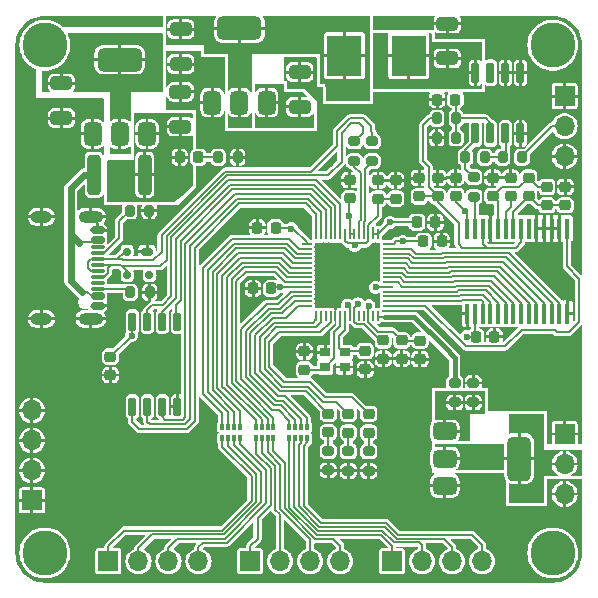
<source format=gbr>
%TF.GenerationSoftware,KiCad,Pcbnew,8.0.5-8.0.5-0~ubuntu22.04.1*%
%TF.CreationDate,2024-10-13T22:34:18+02:00*%
%TF.ProjectId,GLITCHING_FMAW,474c4954-4348-4494-9e47-5f464d41572e,rev?*%
%TF.SameCoordinates,Original*%
%TF.FileFunction,Copper,L1,Top*%
%TF.FilePolarity,Positive*%
%FSLAX46Y46*%
G04 Gerber Fmt 4.6, Leading zero omitted, Abs format (unit mm)*
G04 Created by KiCad (PCBNEW 8.0.5-8.0.5-0~ubuntu22.04.1) date 2024-10-13 22:34:18*
%MOMM*%
%LPD*%
G01*
G04 APERTURE LIST*
G04 Aperture macros list*
%AMRoundRect*
0 Rectangle with rounded corners*
0 $1 Rounding radius*
0 $2 $3 $4 $5 $6 $7 $8 $9 X,Y pos of 4 corners*
0 Add a 4 corners polygon primitive as box body*
4,1,4,$2,$3,$4,$5,$6,$7,$8,$9,$2,$3,0*
0 Add four circle primitives for the rounded corners*
1,1,$1+$1,$2,$3*
1,1,$1+$1,$4,$5*
1,1,$1+$1,$6,$7*
1,1,$1+$1,$8,$9*
0 Add four rect primitives between the rounded corners*
20,1,$1+$1,$2,$3,$4,$5,0*
20,1,$1+$1,$4,$5,$6,$7,0*
20,1,$1+$1,$6,$7,$8,$9,0*
20,1,$1+$1,$8,$9,$2,$3,0*%
G04 Aperture macros list end*
%TA.AperFunction,SMDPad,CuDef*%
%ADD10RoundRect,0.200000X-0.200000X-0.275000X0.200000X-0.275000X0.200000X0.275000X-0.200000X0.275000X0*%
%TD*%
%TA.AperFunction,SMDPad,CuDef*%
%ADD11RoundRect,0.250000X0.650000X-0.325000X0.650000X0.325000X-0.650000X0.325000X-0.650000X-0.325000X0*%
%TD*%
%TA.AperFunction,SMDPad,CuDef*%
%ADD12RoundRect,0.225000X0.250000X-0.225000X0.250000X0.225000X-0.250000X0.225000X-0.250000X-0.225000X0*%
%TD*%
%TA.AperFunction,SMDPad,CuDef*%
%ADD13RoundRect,0.225000X-0.225000X-0.250000X0.225000X-0.250000X0.225000X0.250000X-0.225000X0.250000X0*%
%TD*%
%TA.AperFunction,ComponentPad*%
%ADD14R,1.700000X1.700000*%
%TD*%
%TA.AperFunction,ComponentPad*%
%ADD15O,1.700000X1.700000*%
%TD*%
%TA.AperFunction,SMDPad,CuDef*%
%ADD16RoundRect,0.175000X-0.325000X0.175000X-0.325000X-0.175000X0.325000X-0.175000X0.325000X0.175000X0*%
%TD*%
%TA.AperFunction,SMDPad,CuDef*%
%ADD17RoundRect,0.150000X-0.150000X0.200000X-0.150000X-0.200000X0.150000X-0.200000X0.150000X0.200000X0*%
%TD*%
%TA.AperFunction,SMDPad,CuDef*%
%ADD18RoundRect,0.225000X-0.250000X0.225000X-0.250000X-0.225000X0.250000X-0.225000X0.250000X0.225000X0*%
%TD*%
%TA.AperFunction,SMDPad,CuDef*%
%ADD19RoundRect,0.200000X0.275000X-0.200000X0.275000X0.200000X-0.275000X0.200000X-0.275000X-0.200000X0*%
%TD*%
%TA.AperFunction,SMDPad,CuDef*%
%ADD20RoundRect,0.250000X-0.650000X0.325000X-0.650000X-0.325000X0.650000X-0.325000X0.650000X0.325000X0*%
%TD*%
%TA.AperFunction,SMDPad,CuDef*%
%ADD21RoundRect,0.225000X0.225000X0.250000X-0.225000X0.250000X-0.225000X-0.250000X0.225000X-0.250000X0*%
%TD*%
%TA.AperFunction,SMDPad,CuDef*%
%ADD22R,2.950000X3.500000*%
%TD*%
%TA.AperFunction,SMDPad,CuDef*%
%ADD23R,0.320000X0.500000*%
%TD*%
%TA.AperFunction,SMDPad,CuDef*%
%ADD24RoundRect,0.375000X0.375000X-0.625000X0.375000X0.625000X-0.375000X0.625000X-0.375000X-0.625000X0*%
%TD*%
%TA.AperFunction,SMDPad,CuDef*%
%ADD25RoundRect,0.500000X1.400000X-0.500000X1.400000X0.500000X-1.400000X0.500000X-1.400000X-0.500000X0*%
%TD*%
%TA.AperFunction,SMDPad,CuDef*%
%ADD26RoundRect,0.150000X0.150000X-0.650000X0.150000X0.650000X-0.150000X0.650000X-0.150000X-0.650000X0*%
%TD*%
%TA.AperFunction,SMDPad,CuDef*%
%ADD27RoundRect,0.150000X0.150000X-0.725000X0.150000X0.725000X-0.150000X0.725000X-0.150000X-0.725000X0*%
%TD*%
%TA.AperFunction,SMDPad,CuDef*%
%ADD28RoundRect,0.375000X-0.625000X-0.375000X0.625000X-0.375000X0.625000X0.375000X-0.625000X0.375000X0*%
%TD*%
%TA.AperFunction,SMDPad,CuDef*%
%ADD29RoundRect,0.500000X-0.500000X-1.400000X0.500000X-1.400000X0.500000X1.400000X-0.500000X1.400000X0*%
%TD*%
%TA.AperFunction,SMDPad,CuDef*%
%ADD30RoundRect,0.200000X0.200000X0.275000X-0.200000X0.275000X-0.200000X-0.275000X0.200000X-0.275000X0*%
%TD*%
%TA.AperFunction,SMDPad,CuDef*%
%ADD31RoundRect,0.218750X0.218750X0.256250X-0.218750X0.256250X-0.218750X-0.256250X0.218750X-0.256250X0*%
%TD*%
%TA.AperFunction,SMDPad,CuDef*%
%ADD32RoundRect,0.218750X0.256250X-0.218750X0.256250X0.218750X-0.256250X0.218750X-0.256250X-0.218750X0*%
%TD*%
%TA.AperFunction,SMDPad,CuDef*%
%ADD33R,0.900000X0.800000*%
%TD*%
%TA.AperFunction,ComponentPad*%
%ADD34C,3.800000*%
%TD*%
%TA.AperFunction,SMDPad,CuDef*%
%ADD35R,0.450000X1.750000*%
%TD*%
%TA.AperFunction,SMDPad,CuDef*%
%ADD36RoundRect,0.050000X-0.387500X-0.050000X0.387500X-0.050000X0.387500X0.050000X-0.387500X0.050000X0*%
%TD*%
%TA.AperFunction,SMDPad,CuDef*%
%ADD37RoundRect,0.050000X-0.050000X-0.387500X0.050000X-0.387500X0.050000X0.387500X-0.050000X0.387500X0*%
%TD*%
%TA.AperFunction,HeatsinkPad*%
%ADD38R,3.200000X3.200000*%
%TD*%
%TA.AperFunction,SMDPad,CuDef*%
%ADD39RoundRect,0.150000X-0.425000X0.150000X-0.425000X-0.150000X0.425000X-0.150000X0.425000X0.150000X0*%
%TD*%
%TA.AperFunction,SMDPad,CuDef*%
%ADD40RoundRect,0.075000X-0.500000X0.075000X-0.500000X-0.075000X0.500000X-0.075000X0.500000X0.075000X0*%
%TD*%
%TA.AperFunction,ComponentPad*%
%ADD41O,2.100000X1.000000*%
%TD*%
%TA.AperFunction,ComponentPad*%
%ADD42O,1.800000X1.000000*%
%TD*%
%TA.AperFunction,SMDPad,CuDef*%
%ADD43RoundRect,0.250000X-0.312500X-1.450000X0.312500X-1.450000X0.312500X1.450000X-0.312500X1.450000X0*%
%TD*%
%TA.AperFunction,ViaPad*%
%ADD44C,0.600000*%
%TD*%
%TA.AperFunction,Conductor*%
%ADD45C,0.200000*%
%TD*%
%TA.AperFunction,Conductor*%
%ADD46C,0.600000*%
%TD*%
%TA.AperFunction,Conductor*%
%ADD47C,0.400000*%
%TD*%
G04 APERTURE END LIST*
D10*
%TO.P,R5,1*%
%TO.N,GND*%
X66175000Y-34850000D03*
%TO.P,R5,2*%
%TO.N,Net-(U3A--)*%
X67825000Y-34850000D03*
%TD*%
D11*
%TO.P,C5,1*%
%TO.N,+3.3VA*%
X67050000Y-28125001D03*
%TO.P,C5,2*%
%TO.N,GND*%
X67050000Y-25174999D03*
%TD*%
D12*
%TO.P,C14,1*%
%TO.N,+3.3VA*%
X72450000Y-39775000D03*
%TO.P,C14,2*%
%TO.N,GND*%
X72450000Y-38225000D03*
%TD*%
D13*
%TO.P,C21,1*%
%TO.N,+3.3V*%
X65050000Y-43600000D03*
%TO.P,C21,2*%
%TO.N,GND*%
X66600000Y-43600000D03*
%TD*%
D14*
%TO.P,J3,1,Pin_1*%
%TO.N,GND*%
X77000000Y-59920000D03*
D15*
%TO.P,J3,2,Pin_2*%
%TO.N,Net-(J3-Pin_2)*%
X77000000Y-62460000D03*
%TO.P,J3,3,Pin_3*%
%TO.N,GND*%
X77000000Y-65000000D03*
%TD*%
D10*
%TO.P,R3,1*%
%TO.N,Net-(R3-Pad1)*%
X68600000Y-36500000D03*
%TO.P,R3,2*%
%TO.N,Net-(U3A-+)*%
X70250000Y-36500000D03*
%TD*%
D16*
%TO.P,D4,1,GND*%
%TO.N,GND*%
X41650000Y-44480000D03*
D17*
%TO.P,D4,2,I/O1*%
%TO.N,/DN*%
X39950000Y-44480000D03*
%TO.P,D4,3,I/O2*%
%TO.N,/DP*%
X39950000Y-46480000D03*
%TO.P,D4,4,VCC*%
%TO.N,VBUS*%
X41850000Y-46480000D03*
%TD*%
D13*
%TO.P,C15,1*%
%TO.N,+3.3V*%
X69500000Y-51700000D03*
%TO.P,C15,2*%
%TO.N,GND*%
X71050000Y-51700000D03*
%TD*%
D18*
%TO.P,C17,1*%
%TO.N,/x-*%
X60120710Y-52895711D03*
%TO.P,C17,2*%
%TO.N,GND*%
X60120710Y-54445711D03*
%TD*%
D14*
%TO.P,J5,1,Pin_1*%
%TO.N,Net-(J5-Pin_1)*%
X50380000Y-70700000D03*
D15*
%TO.P,J5,2,Pin_2*%
%TO.N,Net-(J5-Pin_2)*%
X52920000Y-70700000D03*
%TO.P,J5,3,Pin_3*%
%TO.N,Net-(J5-Pin_3)*%
X55459999Y-70700000D03*
%TO.P,J5,4,Pin_4*%
%TO.N,Net-(J5-Pin_4)*%
X58000000Y-70700000D03*
%TD*%
D19*
%TO.P,R14,1*%
%TO.N,GND*%
X58700000Y-63050000D03*
%TO.P,R14,2*%
%TO.N,Net-(D3-K)*%
X58700000Y-61400000D03*
%TD*%
%TO.P,R13,1*%
%TO.N,GND*%
X60400000Y-63050000D03*
%TO.P,R13,2*%
%TO.N,Net-(D2-K)*%
X60400000Y-61400000D03*
%TD*%
D10*
%TO.P,R4,1*%
%TO.N,Net-(U3A-+)*%
X71750000Y-36500000D03*
%TO.P,R4,2*%
%TO.N,Net-(J2-Pin_2)*%
X73400000Y-36500000D03*
%TD*%
D20*
%TO.P,C4,1*%
%TO.N,Net-(U2-VO)*%
X44500000Y-25650000D03*
%TO.P,C4,2*%
%TO.N,GND*%
X44500000Y-28600002D03*
%TD*%
D18*
%TO.P,C26,1*%
%TO.N,+1V1*%
X61650000Y-52000000D03*
%TO.P,C26,2*%
%TO.N,GND*%
X61650000Y-53550000D03*
%TD*%
%TO.P,C20,1*%
%TO.N,+3.3V*%
X63200000Y-52000000D03*
%TO.P,C20,2*%
%TO.N,GND*%
X63200000Y-53550000D03*
%TD*%
D12*
%TO.P,C27,1*%
%TO.N,+1V1*%
X61200000Y-40000000D03*
%TO.P,C27,2*%
%TO.N,GND*%
X61200000Y-38450000D03*
%TD*%
D21*
%TO.P,C25,1*%
%TO.N,+3.3V*%
X52175000Y-47600000D03*
%TO.P,C25,2*%
%TO.N,GND*%
X50625000Y-47600000D03*
%TD*%
D12*
%TO.P,C12,1*%
%TO.N,/TS*%
X77050000Y-40550000D03*
%TO.P,C12,2*%
%TO.N,GND*%
X77050000Y-39000000D03*
%TD*%
D14*
%TO.P,J2,1,Pin_1*%
%TO.N,GND*%
X77000000Y-31320001D03*
D15*
%TO.P,J2,2,Pin_2*%
%TO.N,Net-(J2-Pin_2)*%
X77000000Y-33860001D03*
%TO.P,J2,3,Pin_3*%
%TO.N,GND*%
X77000000Y-36400000D03*
%TD*%
D14*
%TO.P,J6,1,Pin_1*%
%TO.N,Net-(J6-Pin_1)*%
X62380000Y-70700000D03*
D15*
%TO.P,J6,2,Pin_2*%
%TO.N,Net-(J6-Pin_2)*%
X64920000Y-70700000D03*
%TO.P,J6,3,Pin_3*%
%TO.N,Net-(J6-Pin_3)*%
X67459999Y-70700000D03*
%TO.P,J6,4,Pin_4*%
%TO.N,Net-(J6-Pin_4)*%
X70000000Y-70700000D03*
%TD*%
D11*
%TO.P,C3,1*%
%TO.N,VBUS*%
X54575000Y-32225002D03*
%TO.P,C3,2*%
%TO.N,GND*%
X54575000Y-29275000D03*
%TD*%
D20*
%TO.P,C2,1*%
%TO.N,+3.3V*%
X34400000Y-30224999D03*
%TO.P,C2,2*%
%TO.N,GND*%
X34400000Y-33175001D03*
%TD*%
D22*
%TO.P,L1,1,1*%
%TO.N,Net-(U2-VO)*%
X58350000Y-27875000D03*
%TO.P,L1,2,2*%
%TO.N,+3.3VA*%
X63800000Y-27875000D03*
%TD*%
D18*
%TO.P,C16,1*%
%TO.N,+3.3V*%
X38550000Y-53375000D03*
%TO.P,C16,2*%
%TO.N,GND*%
X38550000Y-54925000D03*
%TD*%
D23*
%TO.P,RN2,1,R1.1*%
%TO.N,/IO7*%
X52350000Y-59300001D03*
%TO.P,RN2,2,R2.1*%
%TO.N,/IO6*%
X51850000Y-59300000D03*
%TO.P,RN2,3,R3.1*%
%TO.N,/IO5*%
X51350000Y-59300000D03*
%TO.P,RN2,4,R4.1*%
%TO.N,/IO4*%
X50850000Y-59300001D03*
%TO.P,RN2,5,R4.2*%
%TO.N,Net-(J5-Pin_1)*%
X50850000Y-60299999D03*
%TO.P,RN2,6,R3.2*%
%TO.N,Net-(J5-Pin_2)*%
X51350000Y-60300000D03*
%TO.P,RN2,7,R2.2*%
%TO.N,Net-(J5-Pin_3)*%
X51850000Y-60300000D03*
%TO.P,RN2,8,R1.2*%
%TO.N,Net-(J5-Pin_4)*%
X52350000Y-60299999D03*
%TD*%
D11*
%TO.P,C1,1*%
%TO.N,VBUS*%
X44475000Y-33895002D03*
%TO.P,C1,2*%
%TO.N,GND*%
X44475000Y-30945000D03*
%TD*%
D24*
%TO.P,U2,1,GND*%
%TO.N,GND*%
X47170000Y-31860001D03*
%TO.P,U2,2,VO*%
%TO.N,Net-(U2-VO)*%
X49470000Y-31860000D03*
D25*
X49470000Y-25560002D03*
D24*
%TO.P,U2,3,VI*%
%TO.N,VBUS*%
X51770000Y-31860001D03*
%TD*%
D26*
%TO.P,U5,1,~{CS}*%
%TO.N,/CS*%
X40395000Y-57600000D03*
%TO.P,U5,2,DO(IO1)*%
%TO.N,/SD1*%
X41665000Y-57600000D03*
%TO.P,U5,3,IO2*%
%TO.N,/SD2*%
X42935000Y-57600000D03*
%TO.P,U5,4,GND*%
%TO.N,GND*%
X44205000Y-57600000D03*
%TO.P,U5,5,DI(IO0)*%
%TO.N,/SD0*%
X44205000Y-50400000D03*
%TO.P,U5,6,CLK*%
%TO.N,/SCK*%
X42935000Y-50400000D03*
%TO.P,U5,7,IO3*%
%TO.N,/SD3*%
X41665000Y-50400000D03*
%TO.P,U5,8,VCC*%
%TO.N,+3.3V*%
X40395000Y-50400000D03*
%TD*%
D27*
%TO.P,U3,1*%
%TO.N,Net-(R3-Pad1)*%
X69445002Y-34475000D03*
%TO.P,U3,2,-*%
%TO.N,Net-(U3A--)*%
X70715001Y-34475000D03*
%TO.P,U3,3,+*%
%TO.N,Net-(U3A-+)*%
X71985001Y-34475000D03*
%TO.P,U3,4,V-*%
%TO.N,GND*%
X73255000Y-34475000D03*
%TO.P,U3,5,+*%
X73255000Y-29325000D03*
%TO.P,U3,6,-*%
X71985001Y-29325000D03*
%TO.P,U3,7*%
%TO.N,unconnected-(U3-Pad7)*%
X70715001Y-29325000D03*
%TO.P,U3,8,V+*%
%TO.N,+3.3VA*%
X69445002Y-29325000D03*
%TD*%
D19*
%TO.P,R8,1*%
%TO.N,/D+*%
X59200000Y-36800000D03*
%TO.P,R8,2*%
%TO.N,/DP*%
X59200000Y-35150000D03*
%TD*%
D28*
%TO.P,Q2,1,G*%
%TO.N,Net-(Q2-G)*%
X66850000Y-59700000D03*
%TO.P,Q2,2,D*%
%TO.N,Net-(J3-Pin_2)*%
X66850001Y-62000000D03*
D29*
X73149999Y-62000000D03*
D28*
%TO.P,Q2,3,S*%
%TO.N,GND*%
X66850000Y-64300000D03*
%TD*%
D21*
%TO.P,C24,1*%
%TO.N,+3.3V*%
X52525000Y-42450000D03*
%TO.P,C24,2*%
%TO.N,GND*%
X50975000Y-42450000D03*
%TD*%
D19*
%TO.P,R10,1*%
%TO.N,Net-(Q2-G)*%
X67700000Y-57250000D03*
%TO.P,R10,2*%
%TO.N,/IO17*%
X67700000Y-55600000D03*
%TD*%
D30*
%TO.P,R6,1*%
%TO.N,Net-(U3A--)*%
X67825000Y-33200000D03*
%TO.P,R6,2*%
%TO.N,V_REF*%
X66175000Y-33200000D03*
%TD*%
D18*
%TO.P,C18,1*%
%TO.N,GND*%
X54970711Y-52920710D03*
%TO.P,C18,2*%
%TO.N,/x+*%
X54970711Y-54470710D03*
%TD*%
D31*
%TO.P,D5,1,K*%
%TO.N,Net-(D5-K)*%
X46000000Y-36500000D03*
%TO.P,D5,2,A*%
%TO.N,VBUS*%
X44424998Y-36500000D03*
%TD*%
D12*
%TO.P,C22,1*%
%TO.N,+3.3V*%
X58800000Y-39975000D03*
%TO.P,C22,2*%
%TO.N,GND*%
X58800000Y-38425000D03*
%TD*%
D30*
%TO.P,R27,1*%
%TO.N,GND*%
X49325000Y-36500000D03*
%TO.P,R27,2*%
%TO.N,Net-(D5-K)*%
X47675000Y-36500000D03*
%TD*%
D32*
%TO.P,D2,1,K*%
%TO.N,Net-(D2-K)*%
X60400000Y-59800000D03*
%TO.P,D2,2,A*%
%TO.N,/IO15*%
X60400000Y-58224998D03*
%TD*%
D12*
%TO.P,C8,1*%
%TO.N,V_REF*%
X66250000Y-39800000D03*
%TO.P,C8,2*%
%TO.N,GND*%
X66250000Y-38250000D03*
%TD*%
D19*
%TO.P,R9,1*%
%TO.N,/D-*%
X60725000Y-36800000D03*
%TO.P,R9,2*%
%TO.N,/DN*%
X60725000Y-35150000D03*
%TD*%
D12*
%TO.P,C6,1*%
%TO.N,+3.3VA*%
X67775000Y-39775000D03*
%TO.P,C6,2*%
%TO.N,GND*%
X67775000Y-38225000D03*
%TD*%
D30*
%TO.P,R1,1*%
%TO.N,GND*%
X41825000Y-41000000D03*
%TO.P,R1,2*%
%TO.N,/cc1*%
X40175000Y-41000000D03*
%TD*%
D12*
%TO.P,C9,1*%
%TO.N,V_REF*%
X64700000Y-39800000D03*
%TO.P,C9,2*%
%TO.N,GND*%
X64700000Y-38250000D03*
%TD*%
D33*
%TO.P,Y1,1,1*%
%TO.N,/x-*%
X58370711Y-52995710D03*
%TO.P,Y1,2,2*%
%TO.N,GND*%
X56720711Y-52995710D03*
%TO.P,Y1,3,3*%
%TO.N,/x+*%
X56720711Y-54245710D03*
%TO.P,Y1,4,4*%
%TO.N,GND*%
X58370711Y-54245710D03*
%TD*%
D18*
%TO.P,C19,1*%
%TO.N,+3.3V*%
X64750000Y-52025000D03*
%TO.P,C19,2*%
%TO.N,GND*%
X64750000Y-53575000D03*
%TD*%
D34*
%TO.P,H1,1*%
%TO.N,N/C*%
X33000000Y-27000000D03*
%TD*%
D35*
%TO.P,U6,1,AVSS*%
%TO.N,GND*%
X68765000Y-49730000D03*
%TO.P,U6,2,DRVDD*%
%TO.N,+3.3V*%
X69415000Y-49730000D03*
%TO.P,U6,3,D0*%
%TO.N,/D0*%
X70065000Y-49730000D03*
%TO.P,U6,4,D1*%
%TO.N,/D1*%
X70715000Y-49729999D03*
%TO.P,U6,5,D2*%
%TO.N,/D2*%
X71365000Y-49730000D03*
%TO.P,U6,6,D3*%
%TO.N,/D3*%
X72014999Y-49730000D03*
%TO.P,U6,7,D4*%
%TO.N,/D4*%
X72665000Y-49730000D03*
%TO.P,U6,8,D5*%
%TO.N,/D5*%
X73315000Y-49730000D03*
%TO.P,U6,9,D6*%
%TO.N,/D6*%
X73965001Y-49730000D03*
%TO.P,U6,10,D7*%
%TO.N,/D7*%
X74615000Y-49730000D03*
%TO.P,U6,11,D8*%
%TO.N,/D8*%
X75265000Y-49729999D03*
%TO.P,U6,12,D9*%
%TO.N,/D9*%
X75915000Y-49730000D03*
%TO.P,U6,13,OTR*%
%TO.N,/OTR*%
X76565000Y-49730000D03*
%TO.P,U6,14,DRVSS*%
%TO.N,GND*%
X77215000Y-49730000D03*
%TO.P,U6,15,CLK*%
%TO.N,/CLK*%
X77215000Y-42530000D03*
%TO.P,U6,16,THREE_STATE*%
%TO.N,GND*%
X76565000Y-42530000D03*
%TO.P,U6,17,STBY*%
X75915000Y-42530000D03*
%TO.P,U6,18,RFSENSE*%
X75265000Y-42530001D03*
%TO.P,U6,19,CLAMP*%
X74615000Y-42530000D03*
%TO.P,U6,20,CLAMPIN*%
%TO.N,unconnected-(U6-CLAMPIN-Pad20)*%
X73965001Y-42530000D03*
%TO.P,U6,21,REFTS*%
%TO.N,V_REF*%
X73315000Y-42530000D03*
%TO.P,U6,22,REFTF*%
%TO.N,/TS*%
X72665000Y-42530000D03*
%TO.P,U6,23,MODE*%
%TO.N,+3.3VA*%
X72014999Y-42530000D03*
%TO.P,U6,24,REFBF*%
%TO.N,/TF*%
X71365000Y-42530000D03*
%TO.P,U6,25,REFBS*%
%TO.N,GND*%
X70715000Y-42530001D03*
%TO.P,U6,26,VREF*%
%TO.N,V_REF*%
X70065000Y-42530000D03*
%TO.P,U6,27,AIN*%
%TO.N,/AIN*%
X69415000Y-42530000D03*
%TO.P,U6,28,AVDD*%
%TO.N,+3.3VA*%
X68765000Y-42530000D03*
%TD*%
D21*
%TO.P,C7,1*%
%TO.N,Net-(U3A--)*%
X67750000Y-31600000D03*
%TO.P,C7,2*%
%TO.N,GND*%
X66200000Y-31600000D03*
%TD*%
D36*
%TO.P,U4,1,IOVDD*%
%TO.N,+3.3V*%
X55152500Y-43860000D03*
%TO.P,U4,2,GPIO0*%
%TO.N,/IO0*%
X55152500Y-44260001D03*
%TO.P,U4,3,GPIO1*%
%TO.N,/IO1*%
X55152500Y-44660000D03*
%TO.P,U4,4,GPIO2*%
%TO.N,/IO2*%
X55152500Y-45060000D03*
%TO.P,U4,5,GPIO3*%
%TO.N,/IO3*%
X55152500Y-45460000D03*
%TO.P,U4,6,GPIO4*%
%TO.N,/IO4*%
X55152500Y-45859999D03*
%TO.P,U4,7,GPIO5*%
%TO.N,/IO5*%
X55152500Y-46260000D03*
%TO.P,U4,8,GPIO6*%
%TO.N,/IO6*%
X55152500Y-46660000D03*
%TO.P,U4,9,GPIO7*%
%TO.N,/IO7*%
X55152500Y-47060001D03*
%TO.P,U4,10,IOVDD*%
%TO.N,+3.3V*%
X55152500Y-47460000D03*
%TO.P,U4,11,GPIO8*%
%TO.N,/IO8*%
X55152500Y-47860000D03*
%TO.P,U4,12,GPIO9*%
%TO.N,/IO9*%
X55152500Y-48260000D03*
%TO.P,U4,13,GPIO10*%
%TO.N,/IO10*%
X55152500Y-48659999D03*
%TO.P,U4,14,GPIO11*%
%TO.N,/IO11*%
X55152500Y-49060000D03*
D37*
%TO.P,U4,15,GPIO12*%
%TO.N,/IO12*%
X55990000Y-49897500D03*
%TO.P,U4,16,GPIO13*%
%TO.N,/IO13*%
X56390001Y-49897500D03*
%TO.P,U4,17,GPIO14*%
%TO.N,unconnected-(U4-GPIO14-Pad17)*%
X56790000Y-49897500D03*
%TO.P,U4,18,GPIO15*%
%TO.N,/IO15*%
X57190000Y-49897500D03*
%TO.P,U4,19,TESTEN*%
%TO.N,GND*%
X57590000Y-49897500D03*
%TO.P,U4,20,XIN*%
%TO.N,/x+*%
X57989999Y-49897500D03*
%TO.P,U4,21,XOUT*%
%TO.N,/x-*%
X58390000Y-49897500D03*
%TO.P,U4,22,IOVDD*%
%TO.N,+3.3V*%
X58790000Y-49897500D03*
%TO.P,U4,23,DVDD*%
%TO.N,+1V1*%
X59190001Y-49897500D03*
%TO.P,U4,24,SWCLK*%
%TO.N,unconnected-(U4-SWCLK-Pad24)*%
X59590000Y-49897500D03*
%TO.P,U4,25,SWD*%
%TO.N,unconnected-(U4-SWD-Pad25)*%
X59990000Y-49897500D03*
%TO.P,U4,26,RUN*%
%TO.N,+3.3V*%
X60390000Y-49897500D03*
%TO.P,U4,27,GPIO16*%
%TO.N,unconnected-(U4-GPIO16-Pad27)*%
X60789999Y-49897500D03*
%TO.P,U4,28,GPIO17*%
%TO.N,/IO17*%
X61190000Y-49897500D03*
D36*
%TO.P,U4,29,GPIO18*%
%TO.N,/CLK*%
X62027500Y-49060000D03*
%TO.P,U4,30,GPIO19*%
%TO.N,/D0*%
X62027500Y-48659999D03*
%TO.P,U4,31,GPIO20*%
%TO.N,/D1*%
X62027500Y-48260000D03*
%TO.P,U4,32,GPIO21*%
%TO.N,/D2*%
X62027500Y-47860000D03*
%TO.P,U4,33,IOVDD*%
%TO.N,+3.3V*%
X62027500Y-47460000D03*
%TO.P,U4,34,GPIO22*%
%TO.N,/D3*%
X62027500Y-47060001D03*
%TO.P,U4,35,GPIO23*%
%TO.N,/D4*%
X62027500Y-46660000D03*
%TO.P,U4,36,GPIO24*%
%TO.N,/D5*%
X62027500Y-46260000D03*
%TO.P,U4,37,GPIO25*%
%TO.N,/D6*%
X62027500Y-45859999D03*
%TO.P,U4,38,GPIO26_ADC0*%
%TO.N,/D7*%
X62027500Y-45460000D03*
%TO.P,U4,39,GPIO27_ADC1*%
%TO.N,/D8*%
X62027500Y-45060000D03*
%TO.P,U4,40,GPIO28_ADC2*%
%TO.N,/D9*%
X62027500Y-44660000D03*
%TO.P,U4,41,GPIO29_ADC3*%
%TO.N,/OTR*%
X62027500Y-44260001D03*
%TO.P,U4,42,IOVDD*%
%TO.N,+3.3V*%
X62027500Y-43860000D03*
D37*
%TO.P,U4,43,ADC_AVDD*%
X61190000Y-43022500D03*
%TO.P,U4,44,VREG_IN*%
X60789999Y-43022500D03*
%TO.P,U4,45,VREG_VOUT*%
%TO.N,+1V1*%
X60390000Y-43022500D03*
%TO.P,U4,46,USB_DM*%
%TO.N,/D-*%
X59990000Y-43022500D03*
%TO.P,U4,47,USB_DP*%
%TO.N,/D+*%
X59590000Y-43022500D03*
%TO.P,U4,48,USB_VDD*%
%TO.N,+3.3V*%
X59190001Y-43022500D03*
%TO.P,U4,49,IOVDD*%
X58790000Y-43022500D03*
%TO.P,U4,50,DVDD*%
%TO.N,+1V1*%
X58390000Y-43022500D03*
%TO.P,U4,51,QSPI_SD3*%
%TO.N,/SD3*%
X57989999Y-43022500D03*
%TO.P,U4,52,QSPI_SCLK*%
%TO.N,/SCK*%
X57590000Y-43022500D03*
%TO.P,U4,53,QSPI_SD0*%
%TO.N,/SD0*%
X57190000Y-43022500D03*
%TO.P,U4,54,QSPI_SD2*%
%TO.N,/SD2*%
X56790000Y-43022500D03*
%TO.P,U4,55,QSPI_SD1*%
%TO.N,/SD1*%
X56390001Y-43022500D03*
%TO.P,U4,56,QSPI_SS*%
%TO.N,/CS*%
X55990000Y-43022500D03*
D38*
%TO.P,U4,57,GND*%
%TO.N,GND*%
X58590000Y-46460000D03*
%TD*%
D34*
%TO.P,H2,1*%
%TO.N,N/C*%
X33000000Y-70000000D03*
%TD*%
D12*
%TO.P,C28,1*%
%TO.N,+1V1*%
X62700000Y-40000000D03*
%TO.P,C28,2*%
%TO.N,GND*%
X62700000Y-38450000D03*
%TD*%
D30*
%TO.P,R2,1*%
%TO.N,GND*%
X41875000Y-47925000D03*
%TO.P,R2,2*%
%TO.N,/cc2*%
X40225000Y-47925000D03*
%TD*%
D14*
%TO.P,J4,1,Pin_1*%
%TO.N,Net-(J4-Pin_1)*%
X38380000Y-70700000D03*
D15*
%TO.P,J4,2,Pin_2*%
%TO.N,Net-(J4-Pin_2)*%
X40920000Y-70700000D03*
%TO.P,J4,3,Pin_3*%
%TO.N,Net-(J4-Pin_3)*%
X43459999Y-70700000D03*
%TO.P,J4,4,Pin_4*%
%TO.N,Net-(J4-Pin_4)*%
X46000000Y-70700000D03*
%TD*%
D23*
%TO.P,RN3,1,R1.1*%
%TO.N,/IO11*%
X55200000Y-59300002D03*
%TO.P,RN3,2,R2.1*%
%TO.N,/IO10*%
X54700000Y-59300001D03*
%TO.P,RN3,3,R3.1*%
%TO.N,/IO9*%
X54200000Y-59300001D03*
%TO.P,RN3,4,R4.1*%
%TO.N,/IO8*%
X53700000Y-59300002D03*
%TO.P,RN3,5,R4.2*%
%TO.N,Net-(J6-Pin_1)*%
X53700000Y-60300000D03*
%TO.P,RN3,6,R3.2*%
%TO.N,Net-(J6-Pin_2)*%
X54200000Y-60300001D03*
%TO.P,RN3,7,R2.2*%
%TO.N,Net-(J6-Pin_3)*%
X54700000Y-60300001D03*
%TO.P,RN3,8,R1.2*%
%TO.N,Net-(J6-Pin_4)*%
X55200000Y-60300000D03*
%TD*%
D12*
%TO.P,C11,1*%
%TO.N,/TS*%
X75500000Y-40550000D03*
%TO.P,C11,2*%
%TO.N,/TF*%
X75500000Y-39000000D03*
%TD*%
D39*
%TO.P,J1,A1,GND*%
%TO.N,GND*%
X37455000Y-42660000D03*
%TO.P,J1,A4,VBUS*%
%TO.N,Net-(F1-Pad1)*%
X37455000Y-43460000D03*
D40*
%TO.P,J1,A5,CC1*%
%TO.N,/cc1*%
X37454999Y-44610000D03*
%TO.P,J1,A6,D+*%
%TO.N,/DP*%
X37455000Y-45610000D03*
%TO.P,J1,A7,D-*%
%TO.N,/DN*%
X37455000Y-46110000D03*
%TO.P,J1,A8,SBU1*%
%TO.N,unconnected-(J1-SBU1-PadA8)*%
X37454999Y-47110000D03*
D39*
%TO.P,J1,A9,VBUS*%
%TO.N,Net-(F1-Pad1)*%
X37455000Y-48260000D03*
%TO.P,J1,A12,GND*%
%TO.N,GND*%
X37455000Y-49060000D03*
%TO.P,J1,B1,GND*%
X37455000Y-49060000D03*
%TO.P,J1,B4,VBUS*%
%TO.N,Net-(F1-Pad1)*%
X37455000Y-48260000D03*
D40*
%TO.P,J1,B5,CC2*%
%TO.N,/cc2*%
X37455000Y-47610000D03*
%TO.P,J1,B6,D+*%
%TO.N,/DP*%
X37455000Y-46610000D03*
%TO.P,J1,B7,D-*%
%TO.N,/DN*%
X37455000Y-45110000D03*
%TO.P,J1,B8,SBU2*%
%TO.N,unconnected-(J1-SBU2-PadB8)*%
X37455000Y-44110000D03*
D39*
%TO.P,J1,B9,VBUS*%
%TO.N,Net-(F1-Pad1)*%
X37455000Y-43460000D03*
%TO.P,J1,B12,GND*%
%TO.N,GND*%
X37455000Y-42660000D03*
D41*
%TO.P,J1,S1,SHIELD*%
X36880000Y-41540000D03*
D42*
X32700000Y-41540000D03*
D41*
X36880000Y-50180000D03*
D42*
X32700000Y-50180000D03*
%TD*%
D19*
%TO.P,R12,1*%
%TO.N,GND*%
X57000000Y-63000000D03*
%TO.P,R12,2*%
%TO.N,Net-(D1-K)*%
X57000000Y-61350000D03*
%TD*%
D13*
%TO.P,C23,1*%
%TO.N,+3.3V*%
X64500000Y-42000000D03*
%TO.P,C23,2*%
%TO.N,GND*%
X66050000Y-42000000D03*
%TD*%
D32*
%TO.P,D3,1,K*%
%TO.N,Net-(D3-K)*%
X58700000Y-59800000D03*
%TO.P,D3,2,A*%
%TO.N,/IO13*%
X58700000Y-58224998D03*
%TD*%
D43*
%TO.P,F1,1*%
%TO.N,Net-(F1-Pad1)*%
X37175000Y-37975000D03*
%TO.P,F1,2*%
%TO.N,VBUS*%
X41450000Y-37975000D03*
%TD*%
D12*
%TO.P,C13,1*%
%TO.N,/TF*%
X70925000Y-39775000D03*
%TO.P,C13,2*%
%TO.N,GND*%
X70925000Y-38225000D03*
%TD*%
D23*
%TO.P,RN1,1,R1.1*%
%TO.N,/IO3*%
X49500000Y-59300002D03*
%TO.P,RN1,2,R2.1*%
%TO.N,/IO2*%
X49000000Y-59300001D03*
%TO.P,RN1,3,R3.1*%
%TO.N,/IO1*%
X48500000Y-59300001D03*
%TO.P,RN1,4,R4.1*%
%TO.N,/IO0*%
X48000000Y-59300002D03*
%TO.P,RN1,5,R4.2*%
%TO.N,Net-(J4-Pin_1)*%
X48000000Y-60300000D03*
%TO.P,RN1,6,R3.2*%
%TO.N,Net-(J4-Pin_2)*%
X48500000Y-60300001D03*
%TO.P,RN1,7,R2.2*%
%TO.N,Net-(J4-Pin_3)*%
X49000000Y-60300001D03*
%TO.P,RN1,8,R1.2*%
%TO.N,Net-(J4-Pin_4)*%
X49500000Y-60300000D03*
%TD*%
D12*
%TO.P,C10,1*%
%TO.N,/TS*%
X73975000Y-39775000D03*
%TO.P,C10,2*%
%TO.N,/TF*%
X73975000Y-38225000D03*
%TD*%
D34*
%TO.P,H4,1*%
%TO.N,N/C*%
X76000000Y-27000000D03*
%TD*%
D24*
%TO.P,U1,1,GND*%
%TO.N,GND*%
X37042500Y-34515001D03*
%TO.P,U1,2,VO*%
%TO.N,+3.3V*%
X39342500Y-34515000D03*
D25*
X39342500Y-28215002D03*
D24*
%TO.P,U1,3,VI*%
%TO.N,VBUS*%
X41642500Y-34515001D03*
%TD*%
D14*
%TO.P,J7,1,Pin_1*%
%TO.N,GND*%
X31900000Y-65540000D03*
D15*
%TO.P,J7,2,Pin_2*%
X31900000Y-63000000D03*
%TO.P,J7,3,Pin_3*%
X31900000Y-60460001D03*
%TO.P,J7,4,Pin_4*%
X31900000Y-57920000D03*
%TD*%
D19*
%TO.P,R7,1*%
%TO.N,/AIN*%
X69300000Y-39825000D03*
%TO.P,R7,2*%
%TO.N,Net-(R3-Pad1)*%
X69300000Y-38175000D03*
%TD*%
%TO.P,R11,1*%
%TO.N,Net-(Q2-G)*%
X69250000Y-57250000D03*
%TO.P,R11,2*%
%TO.N,GND*%
X69250000Y-55600000D03*
%TD*%
D34*
%TO.P,H3,1*%
%TO.N,N/C*%
X76000000Y-70000000D03*
%TD*%
D32*
%TO.P,D1,1,K*%
%TO.N,Net-(D1-K)*%
X57000000Y-59787501D03*
%TO.P,D1,2,A*%
%TO.N,/IO12*%
X57000000Y-58212499D03*
%TD*%
D44*
%TO.N,GND*%
X73000000Y-57500000D03*
X64500000Y-57500000D03*
X46500000Y-44500000D03*
X57000000Y-65000000D03*
X48367721Y-65103881D03*
X55000000Y-57500000D03*
X77000000Y-53000000D03*
X77000000Y-48000000D03*
X47000000Y-29500000D03*
X46000000Y-29500000D03*
X33000000Y-35000000D03*
X34000000Y-35000000D03*
X35000000Y-35000000D03*
X43000000Y-47000000D03*
X54500000Y-41500000D03*
X56500000Y-44500000D03*
X66000000Y-54000000D03*
%TO.N,+3.3V*%
X64750000Y-52025000D03*
%TO.N,GND*%
X67250000Y-42500000D03*
X72250000Y-51250000D03*
X49750000Y-41750000D03*
X54600000Y-30400000D03*
X62000000Y-56000000D03*
X67070000Y-49580000D03*
X42750000Y-41250000D03*
X50250000Y-49250000D03*
X47250000Y-34750000D03*
X63500000Y-50800000D03*
X73250000Y-53500000D03*
X46716003Y-38122809D03*
X53250000Y-53000000D03*
%TO.N,VBUS*%
X44475000Y-33895002D03*
X41500000Y-38000000D03*
X41900000Y-46500000D03*
X51750000Y-32000000D03*
%TO.N,+3.3V*%
X41750000Y-28250000D03*
X39255469Y-30742294D03*
X39250000Y-29750000D03*
X36750000Y-28250000D03*
X62206250Y-42006250D03*
X61000000Y-47500000D03*
X53875000Y-42525000D03*
X60424403Y-49059399D03*
X63300000Y-43600000D03*
X35500000Y-28250000D03*
X58630602Y-48993034D03*
X52875000Y-47460000D03*
X68700000Y-51675000D03*
X40337500Y-51587500D03*
X58725000Y-41475000D03*
X39250000Y-32750000D03*
X39250000Y-31750000D03*
%TO.N,+3.3VA*%
X66000000Y-30000000D03*
X68000000Y-30000000D03*
X67000000Y-30000000D03*
X68550000Y-41050000D03*
X72450000Y-39775000D03*
%TO.N,+1V1*%
X59500000Y-48900000D03*
X59228225Y-43960000D03*
%TO.N,GND*%
X70925000Y-38225000D03*
X57500000Y-38700000D03*
X57100000Y-37100000D03*
X56500000Y-35400000D03*
X67775000Y-38225000D03*
X65500000Y-40750000D03*
X62100000Y-37500000D03*
X70750000Y-41200000D03*
%TD*%
D45*
%TO.N,GND*%
X68765000Y-49730000D02*
X67220000Y-49730000D01*
X67220000Y-49730000D02*
X67070000Y-49580000D01*
D46*
%TO.N,VBUS*%
X51770000Y-31860001D02*
X51770000Y-31980000D01*
X41475000Y-37975000D02*
X41500000Y-38000000D01*
X41450000Y-37975000D02*
X41475000Y-37975000D01*
X51770000Y-31980000D02*
X51750000Y-32000000D01*
D45*
%TO.N,+3.3V*%
X58725000Y-41475000D02*
X58725000Y-40050000D01*
X61190000Y-43022500D02*
X62206250Y-42006250D01*
X62725000Y-43600000D02*
X62512500Y-43812500D01*
X58725000Y-40050000D02*
X58800000Y-39975000D01*
X62725000Y-43600000D02*
X63300000Y-43600000D01*
X62465000Y-43860000D02*
X62512500Y-43812500D01*
X61208639Y-51250000D02*
X60389999Y-50431360D01*
X53875000Y-42525000D02*
X54025000Y-42525000D01*
X65050000Y-43600000D02*
X62725000Y-43600000D01*
X62027500Y-43860000D02*
X62465000Y-43860000D01*
X69500000Y-51700000D02*
X68725000Y-51700000D01*
X54025000Y-42525000D02*
X55152500Y-43652500D01*
X40395000Y-50400000D02*
X40395000Y-51530000D01*
X55152500Y-43652500D02*
X55152500Y-43860000D01*
X63200000Y-52000000D02*
X62450000Y-51250000D01*
X60789999Y-43022500D02*
X61190000Y-43022500D01*
X61040000Y-47460000D02*
X61000000Y-47500000D01*
X60789999Y-42410001D02*
X60789999Y-43022500D01*
X58790000Y-49152432D02*
X58630602Y-48993034D01*
X68725000Y-51700000D02*
X68700000Y-51675000D01*
X69415000Y-49730000D02*
X69415000Y-51615000D01*
X62212500Y-42000000D02*
X64500000Y-42000000D01*
X53800000Y-42450000D02*
X52525000Y-42450000D01*
X60390000Y-49897500D02*
X60390000Y-49093802D01*
X52875000Y-47460000D02*
X52315000Y-47460000D01*
X58790000Y-49897500D02*
X58790000Y-49152432D01*
X64750000Y-52025000D02*
X63225000Y-52025000D01*
X62206250Y-42006250D02*
X62212500Y-42000000D01*
X55152500Y-47460000D02*
X52875000Y-47460000D01*
X40337500Y-51587500D02*
X38550000Y-53375000D01*
X62027500Y-47460000D02*
X61040000Y-47460000D01*
X62450000Y-51250000D02*
X61208639Y-51250000D01*
X58725000Y-41475000D02*
X58790000Y-41540000D01*
X60390000Y-49093802D02*
X60424403Y-49059399D01*
X58790000Y-41540000D02*
X58790000Y-43022500D01*
X60389999Y-50431360D02*
X60390000Y-49897500D01*
X69415000Y-51615000D02*
X69500000Y-51700000D01*
X59190001Y-43022500D02*
X58790000Y-43022500D01*
X63225000Y-52025000D02*
X63200000Y-52000000D01*
X40395000Y-51530000D02*
X40337500Y-51587500D01*
X53875000Y-42525000D02*
X53800000Y-42450000D01*
X52315000Y-47460000D02*
X52175000Y-47600000D01*
%TO.N,+3.3VA*%
X67775000Y-40275000D02*
X68550000Y-41050000D01*
X72014999Y-41160001D02*
X72450000Y-40725000D01*
X67775000Y-39775000D02*
X67775000Y-40275000D01*
X72450000Y-40725000D02*
X72450000Y-39775000D01*
X68765000Y-42530000D02*
X68765000Y-41265000D01*
X68765000Y-41265000D02*
X68550000Y-41050000D01*
X64050001Y-28125001D02*
X63800000Y-27875000D01*
X72014999Y-42530000D02*
X72014999Y-41160001D01*
%TO.N,Net-(U3A--)*%
X67825000Y-34850000D02*
X67825000Y-33200000D01*
X70715001Y-33600001D02*
X70315000Y-33200000D01*
X67825000Y-33200000D02*
X67825000Y-31675000D01*
X67825000Y-31675000D02*
X67750000Y-31600000D01*
X70715001Y-34475000D02*
X70715001Y-33600001D01*
X70315000Y-33200000D02*
X67825000Y-33200000D01*
%TO.N,V_REF*%
X70395000Y-44150000D02*
X70625000Y-44150000D01*
X68300000Y-44150000D02*
X70625000Y-44150000D01*
X65475000Y-37275000D02*
X65475000Y-39025000D01*
X68025000Y-42025000D02*
X68025000Y-43875000D01*
X70065000Y-42530000D02*
X70065000Y-43820000D01*
X66175000Y-33200000D02*
X65600000Y-33200000D01*
X66250000Y-39800000D02*
X66250000Y-40250000D01*
X68025000Y-43875000D02*
X68300000Y-44150000D01*
X70625000Y-44150000D02*
X72855000Y-44150000D01*
X65000000Y-36800000D02*
X65475000Y-37275000D01*
X65600000Y-33200000D02*
X65000000Y-33800000D01*
X70065000Y-43820000D02*
X70395000Y-44150000D01*
X66250000Y-40250000D02*
X68025000Y-42025000D01*
X65475000Y-39025000D02*
X66250000Y-39800000D01*
X73315000Y-43690000D02*
X73315000Y-42530000D01*
X72855000Y-44150000D02*
X73315000Y-43690000D01*
X65000000Y-33800000D02*
X65000000Y-36800000D01*
X64700000Y-39800000D02*
X66250000Y-39800000D01*
%TO.N,/TS*%
X72665000Y-42530000D02*
X72665000Y-41085000D01*
X72665000Y-41085000D02*
X73975000Y-39775000D01*
X74750000Y-40550000D02*
X73975000Y-39775000D01*
X73980000Y-39770000D02*
X73975000Y-39775000D01*
X75500000Y-40550000D02*
X74750000Y-40550000D01*
X72650000Y-42515000D02*
X72665000Y-42530000D01*
X77050000Y-40550000D02*
X75500000Y-40550000D01*
%TO.N,/TF*%
X71365000Y-40215000D02*
X71365000Y-42530000D01*
X71365000Y-40215000D02*
X70925000Y-39775000D01*
X73175000Y-39025000D02*
X73975000Y-38225000D01*
X75495000Y-39005000D02*
X75500000Y-39000000D01*
X74750000Y-39000000D02*
X73975000Y-38225000D01*
X70925000Y-39775000D02*
X71675000Y-39025000D01*
X75500000Y-39000000D02*
X74750000Y-39000000D01*
X71675000Y-39025000D02*
X73175000Y-39025000D01*
%TO.N,/x-*%
X58370711Y-52995710D02*
X58295710Y-52995710D01*
X57900000Y-52600000D02*
X57900000Y-51590000D01*
X58295710Y-52995710D02*
X57900000Y-52600000D01*
X58470710Y-52895711D02*
X58370711Y-52995710D01*
X57900000Y-51590000D02*
X58390000Y-51100000D01*
X58390000Y-51100000D02*
X58390000Y-49897500D01*
X60120710Y-52895711D02*
X58470710Y-52895711D01*
%TO.N,/x+*%
X57500000Y-53516421D02*
X56770711Y-54245710D01*
X57500000Y-51300000D02*
X57500000Y-53516421D01*
X57990000Y-50810000D02*
X57500000Y-51300000D01*
X56770711Y-54245710D02*
X56720711Y-54245710D01*
X56495711Y-54470710D02*
X56720711Y-54245710D01*
X57989999Y-49897500D02*
X57990000Y-50431360D01*
X54970711Y-54470710D02*
X56495711Y-54470710D01*
X57990000Y-50431360D02*
X57990000Y-50810000D01*
%TO.N,+1V1*%
X60156360Y-43790000D02*
X60390000Y-43556360D01*
X59190000Y-50431360D02*
X59190001Y-49897500D01*
X61200000Y-40000000D02*
X61200000Y-41434314D01*
X59393640Y-50635000D02*
X59190000Y-50431360D01*
X60027953Y-50635000D02*
X59393640Y-50635000D01*
X61650000Y-52000000D02*
X61392953Y-52000000D01*
X59190001Y-49209999D02*
X59190001Y-49897500D01*
X61200000Y-41434314D02*
X60389999Y-42244315D01*
X58623640Y-43790000D02*
X60156360Y-43790000D01*
X62700000Y-40000000D02*
X61200000Y-40000000D01*
X60389999Y-42575687D02*
X60390000Y-43022500D01*
X61392953Y-52000000D02*
X60027953Y-50635000D01*
X58390000Y-43022500D02*
X58390000Y-43556360D01*
X58390000Y-43556360D02*
X58623640Y-43790000D01*
X59500000Y-48900000D02*
X59190001Y-49209999D01*
X60389999Y-42244315D02*
X60389999Y-42575687D01*
X60390000Y-43556360D02*
X60390000Y-43022500D01*
%TO.N,/IO12*%
X55990000Y-50210000D02*
X55700000Y-50500000D01*
X51200000Y-51734314D02*
X51200000Y-54574515D01*
X55700000Y-50500000D02*
X52434314Y-50500000D01*
X52434314Y-50500000D02*
X51200000Y-51734314D01*
X55087501Y-56300000D02*
X57000000Y-58212499D01*
X52925485Y-56300000D02*
X55087501Y-56300000D01*
X51200000Y-54574515D02*
X52925485Y-56300000D01*
X55990000Y-49897500D02*
X55990000Y-50210000D01*
%TO.N,Net-(D1-K)*%
X57000000Y-59787501D02*
X57000000Y-61350000D01*
%TO.N,Net-(D2-K)*%
X60400000Y-59800000D02*
X60400000Y-61400000D01*
%TO.N,/IO15*%
X56718873Y-56800000D02*
X58975002Y-56800000D01*
X52000000Y-54243143D02*
X53256857Y-55500000D01*
X58975002Y-56800000D02*
X60400000Y-58224998D01*
X53256857Y-55500000D02*
X55418873Y-55500000D01*
X52000000Y-52100000D02*
X52000000Y-54243143D01*
X52800000Y-51300000D02*
X52000000Y-52100000D01*
X55418873Y-55500000D02*
X56718873Y-56800000D01*
X56321360Y-51300000D02*
X52800000Y-51300000D01*
X57190000Y-49897500D02*
X57190000Y-50431360D01*
X57190000Y-50431360D02*
X56321360Y-51300000D01*
%TO.N,Net-(D3-K)*%
X58700000Y-59800000D02*
X58700000Y-61400000D01*
%TO.N,/IO13*%
X53091171Y-55900000D02*
X55253187Y-55900000D01*
X51600000Y-51900000D02*
X51600000Y-54408829D01*
X56390001Y-49897500D02*
X56390001Y-50431359D01*
X56390001Y-50431359D02*
X55921360Y-50900000D01*
X52600000Y-50900000D02*
X51600000Y-51900000D01*
X55253187Y-55900000D02*
X56553187Y-57200000D01*
X55921360Y-50900000D02*
X52600000Y-50900000D01*
X51600000Y-54408829D02*
X53091171Y-55900000D01*
X56553187Y-57200000D02*
X57675002Y-57200000D01*
X57675002Y-57200000D02*
X58700000Y-58224998D01*
%TO.N,Net-(F1-Pad1)*%
X36100000Y-47900000D02*
X36600000Y-47900000D01*
D46*
X35200000Y-43400000D02*
X35200000Y-42900000D01*
D45*
X37270000Y-43645000D02*
X35445000Y-43645000D01*
X36600000Y-47900000D02*
X36960000Y-48260000D01*
D46*
X35200000Y-43027437D02*
X35908782Y-43736219D01*
D45*
X35445000Y-43645000D02*
X35200000Y-43400000D01*
D46*
X35200000Y-42900000D02*
X35200000Y-43027437D01*
X36317500Y-37975000D02*
X37175000Y-37975000D01*
D45*
X37455000Y-43460000D02*
X37270000Y-43645000D01*
X36960000Y-48260000D02*
X37455000Y-48260000D01*
D46*
X35200000Y-42900000D02*
X35200000Y-39092500D01*
X35200000Y-39092500D02*
X36317500Y-37975000D01*
X35200000Y-47000000D02*
X35200000Y-43400000D01*
X36100000Y-47900000D02*
X35200000Y-47000000D01*
D45*
%TO.N,/cc2*%
X39910000Y-47610000D02*
X40225000Y-47925000D01*
X38070001Y-47610000D02*
X39910000Y-47610000D01*
%TO.N,/cc1*%
X38029998Y-44610000D02*
X37454999Y-44610000D01*
X39300000Y-41875000D02*
X39300000Y-43339998D01*
X40175000Y-41000000D02*
X39300000Y-41875000D01*
X39300000Y-43339998D02*
X38029998Y-44610000D01*
%TO.N,Net-(J2-Pin_2)*%
X75939999Y-33860001D02*
X73400000Y-36400000D01*
X77000000Y-33860001D02*
X75939999Y-33860001D01*
X73400000Y-36400000D02*
X73400000Y-36500000D01*
%TO.N,Net-(J4-Pin_2)*%
X48132548Y-68420000D02*
X50900000Y-65652548D01*
X42080000Y-68420000D02*
X48132548Y-68420000D01*
X40920000Y-70700000D02*
X40920000Y-69580000D01*
X50900000Y-65652548D02*
X50900000Y-65600000D01*
X50900000Y-63331372D02*
X48500000Y-60931372D01*
X48500000Y-60931372D02*
X48500000Y-60300001D01*
X50900000Y-65600000D02*
X50900000Y-63331372D01*
X40920000Y-69580000D02*
X42080000Y-68420000D01*
%TO.N,Net-(J4-Pin_3)*%
X43459999Y-69540001D02*
X43459999Y-70700000D01*
X51300000Y-65600000D02*
X51300000Y-65705096D01*
X49000000Y-60865686D02*
X51300000Y-63165686D01*
X44200000Y-68800000D02*
X43459999Y-69540001D01*
X49000000Y-60300001D02*
X49000000Y-60865686D01*
X48205096Y-68800000D02*
X44200000Y-68800000D01*
X51300000Y-65705096D02*
X48205096Y-68800000D01*
X51300000Y-63165686D02*
X51300000Y-65600000D01*
%TO.N,Net-(J4-Pin_1)*%
X48000000Y-68100000D02*
X50500000Y-65600000D01*
X48000000Y-60300000D02*
X48000000Y-60997057D01*
X38380000Y-70700000D02*
X38380000Y-69420000D01*
X50500000Y-63497057D02*
X50500000Y-65600000D01*
X48000000Y-60997057D02*
X50500000Y-63497057D01*
X38380000Y-69420000D02*
X39700000Y-68100000D01*
X39700000Y-68100000D02*
X48000000Y-68100000D01*
%TO.N,Net-(J4-Pin_4)*%
X46000000Y-70700000D02*
X46000000Y-69497919D01*
X48380000Y-69120000D02*
X51700000Y-65800000D01*
X46377919Y-69120000D02*
X48380000Y-69120000D01*
X51700000Y-65800000D02*
X51700000Y-63000000D01*
X51700000Y-63000000D02*
X49500000Y-60800000D01*
X46000000Y-69497919D02*
X46377919Y-69120000D01*
X49500000Y-60800000D02*
X49500000Y-60300000D01*
%TO.N,Net-(J5-Pin_2)*%
X52900000Y-70680000D02*
X52900000Y-66715288D01*
X52500000Y-66315288D02*
X52500000Y-62668628D01*
X52920000Y-70700000D02*
X52900000Y-70680000D01*
X52900000Y-66715288D02*
X52500000Y-66315288D01*
X51350000Y-61518628D02*
X51350000Y-60300000D01*
X52500000Y-62668628D02*
X51350000Y-61518628D01*
%TO.N,Net-(J5-Pin_4)*%
X57400000Y-68800000D02*
X55889808Y-68800000D01*
X55889808Y-68800000D02*
X53300000Y-66210192D01*
X58000000Y-69400000D02*
X57400000Y-68800000D01*
X58000000Y-70700000D02*
X58000000Y-69400000D01*
X53300000Y-66210192D02*
X53300000Y-62337256D01*
X52350000Y-61387256D02*
X52350000Y-60299999D01*
X53300000Y-62337256D02*
X52350000Y-61387256D01*
%TO.N,Net-(J5-Pin_1)*%
X50380000Y-70700000D02*
X50380000Y-69420000D01*
X50380000Y-69420000D02*
X51000000Y-68800000D01*
X52100000Y-62834314D02*
X50850000Y-61584314D01*
X51000000Y-67000000D02*
X52100000Y-65900000D01*
X50850000Y-61584314D02*
X50850000Y-60299999D01*
X52100000Y-65900000D02*
X52100000Y-62834314D01*
X51000000Y-68800000D02*
X51000000Y-67000000D01*
%TO.N,Net-(J5-Pin_3)*%
X51850000Y-61452942D02*
X51850000Y-60300000D01*
X52900000Y-62502942D02*
X51850000Y-61452942D01*
X52900000Y-66262740D02*
X52900000Y-62502942D01*
X55459999Y-68822739D02*
X52900000Y-66262740D01*
X55459999Y-70700000D02*
X55459999Y-68822739D01*
%TO.N,Net-(J6-Pin_1)*%
X62400000Y-69400000D02*
X62400000Y-69600000D01*
X61480000Y-68480000D02*
X62400000Y-69400000D01*
X53700000Y-66157644D02*
X56022356Y-68480000D01*
X53700000Y-60300000D02*
X53700000Y-66157644D01*
X62400000Y-69600000D02*
X62380000Y-69620000D01*
X62380000Y-69620000D02*
X62380000Y-70700000D01*
X56022356Y-68480000D02*
X61480000Y-68480000D01*
%TO.N,Net-(J6-Pin_3)*%
X65900000Y-68800000D02*
X65880000Y-68780000D01*
X67459999Y-70700000D02*
X67459999Y-69459999D01*
X62780000Y-68780000D02*
X61780000Y-67780000D01*
X54700000Y-60650001D02*
X54700000Y-60300001D01*
X61780000Y-67780000D02*
X56227452Y-67780000D01*
X54500000Y-60850001D02*
X54700000Y-60650001D01*
X65880000Y-68780000D02*
X62780000Y-68780000D01*
X67459999Y-69459999D02*
X66800000Y-68800000D01*
X54500000Y-66052548D02*
X54500000Y-60850001D01*
X56227452Y-67780000D02*
X54500000Y-66052548D01*
X66800000Y-68800000D02*
X65900000Y-68800000D01*
%TO.N,Net-(J6-Pin_2)*%
X61552548Y-68100000D02*
X56094904Y-68100000D01*
X56094904Y-68100000D02*
X54100000Y-66105096D01*
X54100000Y-60400001D02*
X54200000Y-60300001D01*
X64920000Y-69320000D02*
X64700000Y-69100000D01*
X64700000Y-69100000D02*
X62552548Y-69100000D01*
X54100000Y-66105096D02*
X54100000Y-60400001D01*
X62552548Y-69100000D02*
X61552548Y-68100000D01*
X64920000Y-70700000D02*
X64920000Y-69320000D01*
%TO.N,Net-(J6-Pin_4)*%
X54900000Y-60902549D02*
X54900000Y-66000000D01*
X56360000Y-67460000D02*
X61912548Y-67460000D01*
X54900000Y-66000000D02*
X56360000Y-67460000D01*
X61912548Y-67460000D02*
X62912548Y-68460000D01*
X62912548Y-68460000D02*
X69160000Y-68460000D01*
X55200000Y-60300000D02*
X55200000Y-60602549D01*
X69160000Y-68460000D02*
X70000000Y-69300000D01*
X55200000Y-60602549D02*
X54900000Y-60902549D01*
X70000000Y-69300000D02*
X70000000Y-70700000D01*
%TO.N,Net-(R3-Pad1)*%
X69445001Y-35054999D02*
X68600000Y-35900000D01*
X69445001Y-34475000D02*
X69445001Y-35054999D01*
X68600000Y-36500000D02*
X68600000Y-37475000D01*
X68600000Y-37475000D02*
X69300000Y-38175000D01*
X68600000Y-35900000D02*
X68600000Y-36500000D01*
%TO.N,Net-(U3A-+)*%
X71750000Y-36500000D02*
X71999999Y-36250000D01*
X71999999Y-34490000D02*
X71985000Y-34475000D01*
X70250000Y-36500000D02*
X71750000Y-36500000D01*
X71999999Y-36250000D02*
X71999999Y-34490000D01*
%TO.N,/AIN*%
X69450000Y-42495000D02*
X69415000Y-42530000D01*
X69415000Y-39940000D02*
X69300000Y-39825000D01*
X69415000Y-42530000D02*
X69415000Y-39940000D01*
%TO.N,/D+*%
X59600000Y-43012500D02*
X59590000Y-43022500D01*
X59600000Y-41900000D02*
X59600000Y-43012500D01*
X59737500Y-41762500D02*
X59600000Y-41900000D01*
X59200000Y-36800000D02*
X59200000Y-37300000D01*
X59737500Y-37837500D02*
X59737500Y-41762500D01*
X59200000Y-37300000D02*
X59737500Y-37837500D01*
%TO.N,/D-*%
X59990000Y-43022500D02*
X59990000Y-42010000D01*
X59990000Y-42010000D02*
X60100000Y-41900000D01*
X60100000Y-41900000D02*
X60100000Y-37500000D01*
X60725000Y-36875000D02*
X60725000Y-36800000D01*
X60100000Y-37500000D02*
X60725000Y-36875000D01*
D47*
%TO.N,/IO17*%
X67700000Y-53450000D02*
X66750000Y-52500000D01*
X64250000Y-50000000D02*
X61750000Y-50000000D01*
D45*
X61190000Y-49897500D02*
X61292500Y-50000000D01*
X61292500Y-50000000D02*
X61750000Y-50000000D01*
D47*
X67700000Y-55600000D02*
X67700000Y-53450000D01*
X66750000Y-52500000D02*
X64250000Y-50000000D01*
D45*
%TO.N,/IO0*%
X54525687Y-44260001D02*
X53665686Y-43400000D01*
X48000000Y-58162744D02*
X48000000Y-59300002D01*
X46400000Y-56562744D02*
X48000000Y-58162744D01*
X46400000Y-45840198D02*
X46400000Y-56562744D01*
X55152500Y-44260001D02*
X54525687Y-44260001D01*
X48840198Y-43400000D02*
X46400000Y-45840198D01*
X53665686Y-43400000D02*
X48840198Y-43400000D01*
%TO.N,/IO1*%
X48500000Y-58097058D02*
X48500000Y-59300001D01*
X54360000Y-44660000D02*
X53500000Y-43800000D01*
X46800000Y-46005884D02*
X46800000Y-56397058D01*
X46800000Y-56397058D02*
X48500000Y-58097058D01*
X55152500Y-44660000D02*
X54360000Y-44660000D01*
X49005884Y-43800000D02*
X46800000Y-46005884D01*
X53500000Y-43800000D02*
X49005884Y-43800000D01*
%TO.N,/IO2*%
X47200000Y-56231372D02*
X49000000Y-58031372D01*
X55152500Y-45060000D02*
X54194314Y-45060000D01*
X49000000Y-58031372D02*
X49000000Y-59300001D01*
X54194314Y-45060000D02*
X53334314Y-44200000D01*
X47200000Y-46171570D02*
X47200000Y-56231372D01*
X53334314Y-44200000D02*
X49171570Y-44200000D01*
X49171570Y-44200000D02*
X47200000Y-46171570D01*
%TO.N,/IO3*%
X49500000Y-57965686D02*
X49500000Y-59300002D01*
X47600000Y-46337256D02*
X47600000Y-56065686D01*
X49337256Y-44600000D02*
X47600000Y-46337256D01*
X55152500Y-45460000D02*
X54028628Y-45460000D01*
X53168628Y-44600000D02*
X49337256Y-44600000D01*
X47600000Y-56065686D02*
X49500000Y-57965686D01*
X54028628Y-45460000D02*
X53168628Y-44600000D01*
%TO.N,/IO4*%
X50850000Y-58750000D02*
X50850000Y-59300001D01*
X55152500Y-45859999D02*
X53862941Y-45859999D01*
X48234315Y-56134315D02*
X50850000Y-58750000D01*
X48000000Y-46502942D02*
X48000000Y-55900001D01*
X48000000Y-55900001D02*
X48234315Y-56134315D01*
X53862941Y-45859999D02*
X53002942Y-45000000D01*
X49502942Y-45000000D02*
X48000000Y-46502942D01*
X53002942Y-45000000D02*
X49502942Y-45000000D01*
%TO.N,/IO5*%
X48400000Y-55734315D02*
X51350000Y-58684315D01*
X51350000Y-58684315D02*
X51350000Y-59300000D01*
X48400000Y-46668628D02*
X48400000Y-55734315D01*
X52837256Y-45400000D02*
X49668628Y-45400000D01*
X49668628Y-45400000D02*
X48400000Y-46668628D01*
X55152500Y-46260000D02*
X54159999Y-46259999D01*
X53697255Y-46259999D02*
X52837256Y-45400000D01*
X54159999Y-46259999D02*
X53697255Y-46259999D01*
%TO.N,/IO6*%
X52665686Y-45800000D02*
X49834314Y-45800000D01*
X50417157Y-57185787D02*
X51850000Y-58618630D01*
X48800000Y-55568629D02*
X50182843Y-56951472D01*
X49834314Y-45800000D02*
X48800000Y-46834314D01*
X48800000Y-46834314D02*
X48800000Y-55568629D01*
X50182843Y-56951472D02*
X50417157Y-57185787D01*
X55152500Y-46660000D02*
X53525686Y-46660000D01*
X53525686Y-46660000D02*
X52665686Y-45800000D01*
X51850000Y-58618630D02*
X51850000Y-59300000D01*
%TO.N,/IO7*%
X49200000Y-47000000D02*
X49200000Y-55402944D01*
X50000000Y-46200000D02*
X49200000Y-47000000D01*
X52350000Y-58552945D02*
X52350000Y-59300001D01*
X50498527Y-56701473D02*
X52350000Y-58552945D01*
X53360001Y-47060001D02*
X52500000Y-46200000D01*
X49200000Y-55402944D02*
X50348529Y-56551473D01*
X55152500Y-47060001D02*
X53360001Y-47060001D01*
X52500000Y-46200000D02*
X50000000Y-46200000D01*
X50348529Y-56551473D02*
X50498527Y-56701473D01*
%TO.N,/IO8*%
X49600000Y-51071570D02*
X49600000Y-55237259D01*
X53700000Y-58800000D02*
X53700000Y-59300002D01*
X52262741Y-57900000D02*
X52800000Y-57900000D01*
X55152500Y-47860000D02*
X53808628Y-47860000D01*
X52768628Y-48900000D02*
X51771570Y-48900000D01*
X49600000Y-55237259D02*
X52262741Y-57900000D01*
X51771570Y-48900000D02*
X49600000Y-51071570D01*
X52800000Y-57900000D02*
X53700000Y-58800000D01*
X53808628Y-47860000D02*
X52768628Y-48900000D01*
%TO.N,/IO9*%
X54200000Y-58900000D02*
X54200000Y-59300001D01*
X54200000Y-58734314D02*
X54200000Y-59300001D01*
X52934314Y-49300000D02*
X51937256Y-49300000D01*
X52965686Y-57500000D02*
X54200000Y-58734314D01*
X55152500Y-48260000D02*
X53974314Y-48260000D01*
X53974314Y-48260000D02*
X52934314Y-49300000D01*
X50000000Y-55071573D02*
X52428427Y-57500000D01*
X52428427Y-57500000D02*
X52965686Y-57500000D01*
X54200000Y-58900000D02*
X54200000Y-58834314D01*
X51937256Y-49300000D02*
X50000000Y-51237256D01*
X50000000Y-51237256D02*
X50000000Y-55071573D01*
%TO.N,/IO10*%
X53100000Y-49700000D02*
X52102942Y-49700000D01*
X54700000Y-58668628D02*
X54700000Y-59300001D01*
X55152500Y-48659999D02*
X54140001Y-48659999D01*
X50400000Y-51402942D02*
X50400000Y-54905887D01*
X53131372Y-57100000D02*
X54700000Y-58668628D01*
X52102942Y-49700000D02*
X50400000Y-51402942D01*
X50400000Y-54905887D02*
X52594113Y-57100000D01*
X52594113Y-57100000D02*
X53131372Y-57100000D01*
X54140001Y-48659999D02*
X53100000Y-49700000D01*
%TO.N,/IO11*%
X50800000Y-54740201D02*
X50800000Y-51568628D01*
X53400000Y-50100000D02*
X54440000Y-49060000D01*
X52268628Y-50100000D02*
X53400000Y-50100000D01*
X55200000Y-59300002D02*
X55200000Y-58602943D01*
X50800000Y-51568628D02*
X52268628Y-50100000D01*
X54440000Y-49060000D02*
X55152500Y-49060000D01*
X55200000Y-58602943D02*
X53297057Y-56700000D01*
X52759799Y-56700000D02*
X50979900Y-54920100D01*
X53297057Y-56700000D02*
X52759799Y-56700000D01*
X50979900Y-54920100D02*
X50800000Y-54740201D01*
%TO.N,/CLK*%
X65210000Y-49060000D02*
X68650000Y-52500000D01*
X76375000Y-51300000D02*
X77345000Y-51300000D01*
X62027500Y-49060000D02*
X65210000Y-49060000D01*
X77345000Y-51300000D02*
X78250000Y-50395000D01*
X73350000Y-51075000D02*
X76150000Y-51075000D01*
X77215000Y-45735000D02*
X77215000Y-42530000D01*
X71925000Y-52500000D02*
X73350000Y-51075000D01*
X78250000Y-50395000D02*
X78250000Y-46770000D01*
X78250000Y-46770000D02*
X77215000Y-45735000D01*
X76150000Y-51075000D02*
X76375000Y-51300000D01*
X68650000Y-52500000D02*
X71925000Y-52500000D01*
%TO.N,/OTR*%
X64029802Y-44260000D02*
X63698430Y-44260000D01*
X76565000Y-48855000D02*
X72265000Y-44555000D01*
X72265000Y-44555000D02*
X66663629Y-44555000D01*
X66558629Y-44660000D02*
X64429802Y-44660000D01*
X63698430Y-44260000D02*
X62027500Y-44260001D01*
X76565000Y-49730000D02*
X76565000Y-48855000D01*
X64429802Y-44660000D02*
X64029802Y-44260000D01*
X66663629Y-44555000D02*
X66558629Y-44660000D01*
%TO.N,/D5*%
X63601372Y-46660000D02*
X67411571Y-46660000D01*
X62027500Y-46260000D02*
X63201372Y-46260000D01*
X71055000Y-46555000D02*
X73315000Y-48815000D01*
X73315000Y-48815000D02*
X73315000Y-49730000D01*
X67411571Y-46660000D02*
X67516571Y-46555000D01*
X67516571Y-46555000D02*
X71055000Y-46555000D01*
X63201372Y-46260000D02*
X63601372Y-46660000D01*
%TO.N,/SD1*%
X44834314Y-59100000D02*
X41900000Y-59100000D01*
X49265686Y-40000000D02*
X45300000Y-43965686D01*
X56390001Y-43022500D02*
X56390001Y-41124315D01*
X55265686Y-40000000D02*
X49265686Y-40000000D01*
X41665000Y-58865000D02*
X41665000Y-57600000D01*
X45300000Y-43965686D02*
X45300000Y-58634314D01*
X45300000Y-58634314D02*
X44834314Y-59100000D01*
X41900000Y-59100000D02*
X41665000Y-58865000D01*
X56390001Y-41124315D02*
X55265686Y-40000000D01*
%TO.N,/D9*%
X63864116Y-44660000D02*
X64264116Y-45060000D01*
X72025000Y-44955000D02*
X75915000Y-48845000D01*
X66829314Y-44955000D02*
X72025000Y-44955000D01*
X62027500Y-44660000D02*
X63864116Y-44660000D01*
X64264116Y-45060000D02*
X66724314Y-45060000D01*
X75915000Y-48845000D02*
X75915000Y-49730000D01*
X66724314Y-45060000D02*
X66829314Y-44955000D01*
%TO.N,/D3*%
X70555000Y-47355000D02*
X72014999Y-48814999D01*
X62870001Y-47060001D02*
X63270000Y-47460000D01*
X63270000Y-47460000D02*
X67742942Y-47460000D01*
X62027500Y-47060001D02*
X62870001Y-47060001D01*
X67847942Y-47355000D02*
X70555000Y-47355000D01*
X72014999Y-48814999D02*
X72014999Y-49730000D01*
X67742942Y-47460000D02*
X67847942Y-47355000D01*
%TO.N,/D1*%
X62027500Y-48260000D02*
X68074313Y-48260000D01*
X68074313Y-48260000D02*
X68179313Y-48155000D01*
X68179313Y-48155000D02*
X70110686Y-48155000D01*
X70110686Y-48155000D02*
X70715000Y-48759314D01*
X70715000Y-48759314D02*
X70715000Y-49729999D01*
%TO.N,/D0*%
X69945000Y-48555000D02*
X68344999Y-48555000D01*
X70065000Y-48675000D02*
X69945000Y-48555000D01*
X68344999Y-48555000D02*
X68240000Y-48659999D01*
X68240000Y-48659999D02*
X62027500Y-48659999D01*
X70065000Y-49730000D02*
X70065000Y-48675000D01*
%TO.N,/SD3*%
X57989999Y-40461569D02*
X55928430Y-38400000D01*
X42963076Y-49005552D02*
X42094448Y-49005552D01*
X48531372Y-38400000D02*
X43700000Y-43231372D01*
X43700000Y-43231372D02*
X43700000Y-48268628D01*
X55928430Y-38400000D02*
X48531372Y-38400000D01*
X42094448Y-49005552D02*
X41665000Y-49435000D01*
X57989999Y-43022500D02*
X57989999Y-40461569D01*
X41665000Y-49435000D02*
X41665000Y-50400000D01*
X43700000Y-48268628D02*
X42963076Y-49005552D01*
%TO.N,/CS*%
X45700000Y-58800000D02*
X45700000Y-44131372D01*
X40395000Y-58895000D02*
X41000000Y-59500000D01*
X45700000Y-44131372D02*
X49431372Y-40400000D01*
X41000000Y-59500000D02*
X45000000Y-59500000D01*
X49431372Y-40400000D02*
X55100000Y-40400000D01*
X55100000Y-40400000D02*
X55990000Y-41290000D01*
X40395000Y-57600000D02*
X40395000Y-58895000D01*
X45000000Y-59500000D02*
X45700000Y-58800000D01*
X55990000Y-41290000D02*
X55990000Y-43022500D01*
%TO.N,/D8*%
X64098430Y-45460000D02*
X63698430Y-45060000D01*
X75265000Y-49729999D02*
X75265000Y-48855000D01*
X63698430Y-45060000D02*
X62027500Y-45060000D01*
X75265000Y-48855000D02*
X71765000Y-45355000D01*
X66995000Y-45355000D02*
X66890000Y-45460000D01*
X71765000Y-45355000D02*
X66995000Y-45355000D01*
X66890000Y-45460000D02*
X64098430Y-45460000D01*
%TO.N,/D4*%
X70775000Y-46955000D02*
X67682257Y-46955000D01*
X67682257Y-46955000D02*
X67577257Y-47060000D01*
X63035686Y-46660000D02*
X62027500Y-46660000D01*
X72665000Y-48845000D02*
X70775000Y-46955000D01*
X72665000Y-49730000D02*
X72665000Y-48845000D01*
X63435686Y-47060000D02*
X63035686Y-46660000D01*
X67577257Y-47060000D02*
X63435686Y-47060000D01*
%TO.N,/SD2*%
X44900000Y-43800000D02*
X44900000Y-58468628D01*
X56790000Y-40958628D02*
X55431372Y-39600000D01*
X55431372Y-39600000D02*
X49100000Y-39600000D01*
X43200000Y-58700000D02*
X42935000Y-58435000D01*
X49100000Y-39600000D02*
X44900000Y-43800000D01*
X44900000Y-58468628D02*
X44668628Y-58700000D01*
X44668628Y-58700000D02*
X43200000Y-58700000D01*
X42935000Y-58435000D02*
X42935000Y-57600000D01*
X56790000Y-43022500D02*
X56790000Y-40958628D01*
%TO.N,/D6*%
X73965001Y-49730000D02*
X73965001Y-48845001D01*
X63767058Y-46260000D02*
X63367058Y-45860000D01*
X62027501Y-45860000D02*
X62027500Y-45859999D01*
X71275000Y-46155000D02*
X67350886Y-46155000D01*
X73965001Y-48845001D02*
X71275000Y-46155000D01*
X67245886Y-46260000D02*
X63767058Y-46260000D01*
X67350886Y-46155000D02*
X67245886Y-46260000D01*
X63367058Y-45860000D02*
X62027501Y-45860000D01*
%TO.N,/SD0*%
X44100000Y-50295000D02*
X44205000Y-50400000D01*
X55597058Y-39200000D02*
X48862744Y-39200000D01*
X57190000Y-40792942D02*
X55597058Y-39200000D01*
X57190000Y-43022500D02*
X57190000Y-40792942D01*
X48862744Y-39200000D02*
X44500000Y-43562744D01*
X44500000Y-43562744D02*
X44500000Y-48600000D01*
X44500000Y-48600000D02*
X44100000Y-49000000D01*
X44100000Y-49000000D02*
X44100000Y-50295000D01*
%TO.N,/D7*%
X71525000Y-45755000D02*
X74615000Y-48845000D01*
X62027500Y-45460000D02*
X63532744Y-45460000D01*
X74615000Y-48845000D02*
X74615000Y-49730000D01*
X63532744Y-45460000D02*
X63932744Y-45860000D01*
X67185200Y-45755000D02*
X71525000Y-45755000D01*
X67080200Y-45860000D02*
X67185200Y-45755000D01*
X63932744Y-45860000D02*
X67080200Y-45860000D01*
%TO.N,/D2*%
X71365000Y-48805000D02*
X70315000Y-47755000D01*
X68013628Y-47755000D02*
X67908628Y-47860000D01*
X71365000Y-49730000D02*
X71365000Y-48805000D01*
X70315000Y-47755000D02*
X68013628Y-47755000D01*
X67908628Y-47860000D02*
X62027500Y-47860000D01*
%TO.N,/DN*%
X38317501Y-45110000D02*
X38342501Y-45135000D01*
X36880001Y-45110000D02*
X37455000Y-45110000D01*
X60725000Y-34425000D02*
X60725000Y-35150000D01*
X42190900Y-45200000D02*
X42875000Y-44515900D01*
X57740900Y-35509100D02*
X57740900Y-34259100D01*
X37455000Y-45110000D02*
X38317501Y-45110000D01*
X38342501Y-45135000D02*
X39100000Y-45135000D01*
X60600000Y-33850000D02*
X60600000Y-34300000D01*
X60600000Y-34300000D02*
X60725000Y-34425000D01*
X42875000Y-43096212D02*
X48271212Y-37700000D01*
X42875000Y-44515900D02*
X42875000Y-43096212D01*
X58800000Y-33200000D02*
X59950000Y-33200000D01*
X36660000Y-45889999D02*
X36660000Y-45330001D01*
X48271212Y-37700000D02*
X55550000Y-37700000D01*
X39950000Y-44480000D02*
X39755000Y-44480000D01*
X57740900Y-34259100D02*
X58800000Y-33200000D01*
X36660000Y-45330001D02*
X36880001Y-45110000D01*
X39646653Y-45200000D02*
X42190900Y-45200000D01*
X36880001Y-46110000D02*
X36660000Y-45889999D01*
X39581653Y-45135000D02*
X39646653Y-45200000D01*
X39100000Y-45135000D02*
X39581653Y-45135000D01*
X37455000Y-46110000D02*
X36880001Y-46110000D01*
X55550000Y-37700000D02*
X57740900Y-35509100D01*
X59950000Y-33200000D02*
X60600000Y-33850000D01*
X39755000Y-44480000D02*
X39100000Y-45135000D01*
%TO.N,/DP*%
X39800000Y-45725000D02*
X39700000Y-45725000D01*
X38300000Y-46300000D02*
X38300000Y-45900000D01*
X39535253Y-45725000D02*
X42775000Y-45725000D01*
X43325000Y-43153824D02*
X48453824Y-38025000D01*
X58109100Y-36890900D02*
X58109100Y-34417174D01*
X59900000Y-33900000D02*
X59900000Y-34450000D01*
X39950000Y-46480000D02*
X39950000Y-46125000D01*
X38575000Y-45610000D02*
X37455000Y-45610000D01*
X59900000Y-34450000D02*
X59200000Y-35150000D01*
X39550000Y-45725000D02*
X39950000Y-46125000D01*
X39395253Y-45585000D02*
X39535253Y-45725000D01*
X59600000Y-33600000D02*
X59900000Y-33900000D01*
X37455000Y-46610000D02*
X37990000Y-46610000D01*
X39700000Y-45725000D02*
X39535253Y-45725000D01*
X42775000Y-45725000D02*
X43325000Y-45175000D01*
X43325000Y-45175000D02*
X43325000Y-43153824D01*
X38600000Y-45585000D02*
X38575000Y-45610000D01*
X58926274Y-33600000D02*
X59600000Y-33600000D01*
X38600000Y-45585000D02*
X39395253Y-45585000D01*
X58109100Y-34417174D02*
X58926274Y-33600000D01*
X39535253Y-45725000D02*
X39550000Y-45725000D01*
X38600000Y-45600000D02*
X38300000Y-45900000D01*
X37990000Y-46610000D02*
X38300000Y-46300000D01*
X56975000Y-38025000D02*
X58109100Y-36890900D01*
X48453824Y-38025000D02*
X56975000Y-38025000D01*
X38600000Y-45585000D02*
X38600000Y-45600000D01*
%TO.N,Net-(D5-K)*%
X46000000Y-36500000D02*
X47675000Y-36500000D01*
%TO.N,Net-(Q2-G)*%
X67700000Y-59550000D02*
X67850000Y-59700000D01*
%TO.N,/SCK*%
X55762744Y-38800000D02*
X48697058Y-38800000D01*
X42935000Y-49599314D02*
X42935000Y-50400000D01*
X57590000Y-40627256D02*
X55762744Y-38800000D01*
X48697058Y-38800000D02*
X44100000Y-43397058D01*
X57590000Y-43022500D02*
X57590000Y-40627256D01*
X44100000Y-48434314D02*
X42935000Y-49599314D01*
X44100000Y-43397058D02*
X44100000Y-48434314D01*
%TO.N,GND*%
X70715000Y-42530001D02*
X70715000Y-41235000D01*
X70715000Y-41235000D02*
X70750000Y-41200000D01*
%TD*%
%TA.AperFunction,Conductor*%
%TO.N,+3.3V*%
G36*
X42980148Y-26014352D02*
G01*
X42994500Y-26049000D01*
X42994500Y-26951002D01*
X42999058Y-26973913D01*
X43000000Y-26983474D01*
X43000000Y-27516521D01*
X42999059Y-27526079D01*
X42994500Y-27549001D01*
X42994500Y-30459286D01*
X42996787Y-30480551D01*
X42999235Y-30503327D01*
X42999719Y-30507823D01*
X43000000Y-30513062D01*
X43000000Y-30951000D01*
X42985648Y-30985648D01*
X42951000Y-31000000D01*
X40250000Y-31000000D01*
X40250000Y-32766521D01*
X40249059Y-32776079D01*
X40244500Y-32799001D01*
X40244500Y-33414821D01*
X40230148Y-33449469D01*
X40195500Y-33463821D01*
X40160852Y-33449469D01*
X40103613Y-33392230D01*
X40103608Y-33392226D01*
X39967690Y-33311845D01*
X39967692Y-33311845D01*
X39816047Y-33267788D01*
X39780614Y-33265000D01*
X39467500Y-33265000D01*
X39467500Y-35765000D01*
X39780601Y-35765000D01*
X39780614Y-35764999D01*
X39816045Y-35762211D01*
X39816049Y-35762211D01*
X39967691Y-35718154D01*
X40103608Y-35637773D01*
X40103613Y-35637769D01*
X40160852Y-35580531D01*
X40195500Y-35566179D01*
X40230148Y-35580531D01*
X40244500Y-35615179D01*
X40244500Y-36201000D01*
X40230148Y-36235648D01*
X40195500Y-36250000D01*
X38549000Y-36250000D01*
X38514352Y-36235648D01*
X38500000Y-36201000D01*
X38500000Y-35674661D01*
X38514352Y-35640013D01*
X38549000Y-35625661D01*
X38579033Y-35635944D01*
X38581391Y-35637773D01*
X38717309Y-35718154D01*
X38717307Y-35718154D01*
X38868952Y-35762211D01*
X38904385Y-35764999D01*
X38904399Y-35765000D01*
X39217500Y-35765000D01*
X39217500Y-33265000D01*
X38904385Y-33265000D01*
X38868954Y-33267788D01*
X38868950Y-33267788D01*
X38717308Y-33311845D01*
X38581389Y-33392227D01*
X38579028Y-33394059D01*
X38542853Y-33403951D01*
X38510279Y-33385366D01*
X38500000Y-33355338D01*
X38500000Y-31000000D01*
X35430428Y-31000000D01*
X35395780Y-30985648D01*
X35381428Y-30951000D01*
X35395780Y-30916352D01*
X35401062Y-30911774D01*
X35407190Y-30907186D01*
X35493351Y-30792090D01*
X35543598Y-30657372D01*
X35543598Y-30657371D01*
X35550000Y-30597833D01*
X35550000Y-30349999D01*
X33250000Y-30349999D01*
X33250000Y-30597833D01*
X33256401Y-30657371D01*
X33256401Y-30657372D01*
X33306648Y-30792090D01*
X33392809Y-30907186D01*
X33398938Y-30911774D01*
X33418073Y-30944028D01*
X33408798Y-30980366D01*
X33376544Y-30999501D01*
X33369572Y-31000000D01*
X32799000Y-31000000D01*
X32764352Y-30985648D01*
X32750000Y-30951000D01*
X32750000Y-29852164D01*
X33250000Y-29852164D01*
X33250000Y-30099999D01*
X34275000Y-30099999D01*
X34525000Y-30099999D01*
X35550000Y-30099999D01*
X35550000Y-29852164D01*
X35543598Y-29792626D01*
X35543598Y-29792625D01*
X35493351Y-29657907D01*
X35407188Y-29542810D01*
X35292091Y-29456647D01*
X35157373Y-29406400D01*
X35097834Y-29399999D01*
X34525000Y-29399999D01*
X34525000Y-30099999D01*
X34275000Y-30099999D01*
X34275000Y-29399999D01*
X33702166Y-29399999D01*
X33642627Y-29406400D01*
X33642626Y-29406400D01*
X33507908Y-29456647D01*
X33392811Y-29542810D01*
X33306648Y-29657907D01*
X33256401Y-29792625D01*
X33256401Y-29792626D01*
X33250000Y-29852164D01*
X32750000Y-29852164D01*
X32750000Y-29192552D01*
X32764352Y-29157904D01*
X32799000Y-29143552D01*
X32805665Y-29144007D01*
X32852902Y-29150500D01*
X33147099Y-29150500D01*
X33182318Y-29145659D01*
X33438555Y-29110440D01*
X33721841Y-29031067D01*
X33991682Y-28913859D01*
X34236499Y-28764982D01*
X37192501Y-28764982D01*
X37202993Y-28867695D01*
X37258142Y-29034124D01*
X37350182Y-29183345D01*
X37474156Y-29307319D01*
X37623377Y-29399359D01*
X37789806Y-29454508D01*
X37892518Y-29465001D01*
X39217500Y-29465001D01*
X39467500Y-29465001D01*
X40792480Y-29465001D01*
X40895193Y-29454508D01*
X41061622Y-29399359D01*
X41210843Y-29307319D01*
X41334817Y-29183345D01*
X41426857Y-29034124D01*
X41482006Y-28867695D01*
X41492500Y-28764983D01*
X41492500Y-28340002D01*
X39467500Y-28340002D01*
X39467500Y-29465001D01*
X39217500Y-29465001D01*
X39217500Y-28340002D01*
X37192501Y-28340002D01*
X37192501Y-28764982D01*
X34236499Y-28764982D01*
X34243049Y-28760999D01*
X34471260Y-28575335D01*
X34672065Y-28360326D01*
X34841722Y-28119976D01*
X34977072Y-27858764D01*
X35045928Y-27665020D01*
X37192500Y-27665020D01*
X37192500Y-28090002D01*
X39217500Y-28090002D01*
X39467500Y-28090002D01*
X41492499Y-28090002D01*
X41492499Y-27665021D01*
X41482006Y-27562308D01*
X41426857Y-27395879D01*
X41334817Y-27246658D01*
X41210843Y-27122684D01*
X41061622Y-27030644D01*
X40895193Y-26975495D01*
X40792481Y-26965002D01*
X39467500Y-26965002D01*
X39467500Y-28090002D01*
X39217500Y-28090002D01*
X39217500Y-26965002D01*
X37892519Y-26965002D01*
X37789806Y-26975495D01*
X37623377Y-27030644D01*
X37474156Y-27122684D01*
X37350182Y-27246658D01*
X37258142Y-27395879D01*
X37202993Y-27562308D01*
X37192500Y-27665020D01*
X35045928Y-27665020D01*
X35075592Y-27581554D01*
X35079592Y-27562308D01*
X35135448Y-27293512D01*
X35140360Y-27221698D01*
X35155525Y-27000000D01*
X35135448Y-26706489D01*
X35089578Y-26485750D01*
X35075594Y-26418453D01*
X35057946Y-26368796D01*
X34977072Y-26141236D01*
X34940960Y-26071543D01*
X34937762Y-26034177D01*
X34961923Y-26005494D01*
X34984466Y-26000000D01*
X42945500Y-26000000D01*
X42980148Y-26014352D01*
G37*
%TD.AperFunction*%
%TD*%
%TA.AperFunction,Conductor*%
%TO.N,Net-(U2-VO)*%
G36*
X47485193Y-24514852D02*
G01*
X47499545Y-24549500D01*
X47485193Y-24584148D01*
X47477682Y-24591658D01*
X47385642Y-24740879D01*
X47330493Y-24907308D01*
X47320000Y-25010020D01*
X47320000Y-25435002D01*
X51619999Y-25435002D01*
X51619999Y-25010021D01*
X51609506Y-24907308D01*
X51554357Y-24740879D01*
X51462317Y-24591658D01*
X51454807Y-24584148D01*
X51440455Y-24549500D01*
X51454807Y-24514852D01*
X51489455Y-24500500D01*
X60445500Y-24500500D01*
X60480148Y-24514852D01*
X60494500Y-24549500D01*
X60494500Y-25701002D01*
X60499058Y-25723913D01*
X60500000Y-25733474D01*
X60500000Y-26022021D01*
X60499059Y-26031579D01*
X60494501Y-26054498D01*
X60494500Y-26054501D01*
X60494500Y-30695502D01*
X60499058Y-30718413D01*
X60500000Y-30727974D01*
X60500000Y-31016521D01*
X60499059Y-31026079D01*
X60494501Y-31048998D01*
X60494500Y-31049001D01*
X60494500Y-31695500D01*
X60480148Y-31730148D01*
X60445500Y-31744500D01*
X56804500Y-31744500D01*
X56769852Y-31730148D01*
X56755500Y-31695500D01*
X56755500Y-30548998D01*
X56755499Y-30548994D01*
X56750942Y-30526084D01*
X56750000Y-30516524D01*
X56750000Y-30250000D01*
X56483475Y-30250000D01*
X56473915Y-30249058D01*
X56451003Y-30244500D01*
X56451000Y-30244500D01*
X56304500Y-30244500D01*
X56269852Y-30230148D01*
X56255500Y-30195500D01*
X56255500Y-29649629D01*
X56625000Y-29649629D01*
X56639503Y-29722542D01*
X56694759Y-29805240D01*
X56777457Y-29860496D01*
X56850370Y-29874999D01*
X56850376Y-29875000D01*
X58225000Y-29875000D01*
X58475000Y-29875000D01*
X59849624Y-29875000D01*
X59849629Y-29874999D01*
X59922542Y-29860496D01*
X60005240Y-29805240D01*
X60060496Y-29722542D01*
X60074999Y-29649629D01*
X60075000Y-29649624D01*
X60075000Y-28000000D01*
X58475000Y-28000000D01*
X58475000Y-29875000D01*
X58225000Y-29875000D01*
X58225000Y-28000000D01*
X56625000Y-28000000D01*
X56625000Y-29649629D01*
X56255500Y-29649629D01*
X56255500Y-28048998D01*
X56255499Y-28048994D01*
X56250942Y-28026084D01*
X56250000Y-28016524D01*
X56250000Y-27750000D01*
X55983475Y-27750000D01*
X55973915Y-27749058D01*
X55951003Y-27744500D01*
X55951000Y-27744500D01*
X53298998Y-27744500D01*
X53298994Y-27744500D01*
X53276084Y-27749058D01*
X53266524Y-27750000D01*
X50500000Y-27750000D01*
X50500000Y-30266521D01*
X50499059Y-30276079D01*
X50494500Y-30299001D01*
X50494500Y-30918727D01*
X50494830Y-30923985D01*
X50482677Y-30959465D01*
X50448996Y-30975959D01*
X50413516Y-30963806D01*
X50403750Y-30951998D01*
X50342773Y-30848891D01*
X50342769Y-30848886D01*
X50231113Y-30737230D01*
X50231108Y-30737226D01*
X50095190Y-30656845D01*
X50095192Y-30656845D01*
X49943547Y-30612788D01*
X49908114Y-30610000D01*
X49595000Y-30610000D01*
X49595000Y-33110000D01*
X49908101Y-33110000D01*
X49908114Y-33109999D01*
X49943545Y-33107211D01*
X49943549Y-33107211D01*
X50095191Y-33063154D01*
X50231108Y-32982773D01*
X50231113Y-32982769D01*
X50342769Y-32871113D01*
X50404157Y-32767311D01*
X50434148Y-32744794D01*
X50471277Y-32750077D01*
X50493794Y-32780068D01*
X50494315Y-32798840D01*
X50494736Y-32798882D01*
X50494500Y-32801277D01*
X50494500Y-33945500D01*
X50480148Y-33980148D01*
X50445500Y-33994500D01*
X48554500Y-33994500D01*
X48519852Y-33980148D01*
X48505500Y-33945500D01*
X48505500Y-32895120D01*
X48519852Y-32860472D01*
X48554500Y-32846120D01*
X48589148Y-32860472D01*
X48596678Y-32870180D01*
X48597228Y-32871111D01*
X48708886Y-32982769D01*
X48708891Y-32982773D01*
X48844809Y-33063154D01*
X48844807Y-33063154D01*
X48996452Y-33107211D01*
X49031885Y-33109999D01*
X49031899Y-33110000D01*
X49345000Y-33110000D01*
X49345000Y-30610000D01*
X49031885Y-30610000D01*
X48996454Y-30612788D01*
X48996450Y-30612788D01*
X48844808Y-30656845D01*
X48708891Y-30737226D01*
X48708886Y-30737230D01*
X48597230Y-30848886D01*
X48597226Y-30848891D01*
X48596675Y-30849824D01*
X48596263Y-30850132D01*
X48595339Y-30851325D01*
X48595012Y-30851071D01*
X48566683Y-30872340D01*
X48529555Y-30867054D01*
X48507039Y-30837062D01*
X48505500Y-30824879D01*
X48505500Y-28048998D01*
X48505499Y-28048994D01*
X48500942Y-28026084D01*
X48500000Y-28016524D01*
X48500000Y-27750000D01*
X48233475Y-27750000D01*
X48223915Y-27749058D01*
X48201003Y-27744500D01*
X48201000Y-27744500D01*
X46554500Y-27744500D01*
X46519852Y-27730148D01*
X46505500Y-27695500D01*
X46505500Y-27548998D01*
X46505499Y-27548994D01*
X46500942Y-27526084D01*
X46500000Y-27516524D01*
X46500000Y-27000000D01*
X43299000Y-27000000D01*
X43264352Y-26985648D01*
X43250000Y-26951000D01*
X43250000Y-26022834D01*
X43350000Y-26022834D01*
X43356401Y-26082372D01*
X43356401Y-26082373D01*
X43406648Y-26217091D01*
X43492811Y-26332188D01*
X43607908Y-26418351D01*
X43742626Y-26468598D01*
X43802166Y-26475000D01*
X44375000Y-26475000D01*
X44625000Y-26475000D01*
X45197834Y-26475000D01*
X45257372Y-26468598D01*
X45257373Y-26468598D01*
X45392091Y-26418351D01*
X45507188Y-26332188D01*
X45593351Y-26217091D01*
X45633300Y-26109982D01*
X47320001Y-26109982D01*
X47330493Y-26212695D01*
X47385642Y-26379124D01*
X47477682Y-26528345D01*
X47601656Y-26652319D01*
X47750877Y-26744359D01*
X47917306Y-26799508D01*
X48020018Y-26810001D01*
X49345000Y-26810001D01*
X49595000Y-26810001D01*
X50919980Y-26810001D01*
X51022693Y-26799508D01*
X51189122Y-26744359D01*
X51338343Y-26652319D01*
X51462317Y-26528345D01*
X51554357Y-26379124D01*
X51609506Y-26212695D01*
X51620000Y-26109983D01*
X51620000Y-26100370D01*
X56625000Y-26100370D01*
X56625000Y-27750000D01*
X58225000Y-27750000D01*
X58475000Y-27750000D01*
X60075000Y-27750000D01*
X60075000Y-26100376D01*
X60074999Y-26100370D01*
X60060496Y-26027457D01*
X60005240Y-25944759D01*
X59922542Y-25889503D01*
X59849629Y-25875000D01*
X58475000Y-25875000D01*
X58475000Y-27750000D01*
X58225000Y-27750000D01*
X58225000Y-25875000D01*
X56850370Y-25875000D01*
X56777457Y-25889503D01*
X56694759Y-25944759D01*
X56639503Y-26027457D01*
X56625000Y-26100370D01*
X51620000Y-26100370D01*
X51620000Y-25685002D01*
X49595000Y-25685002D01*
X49595000Y-26810001D01*
X49345000Y-26810001D01*
X49345000Y-25685002D01*
X47320001Y-25685002D01*
X47320001Y-26109982D01*
X45633300Y-26109982D01*
X45643598Y-26082373D01*
X45643598Y-26082372D01*
X45650000Y-26022834D01*
X45650000Y-25775000D01*
X44625000Y-25775000D01*
X44625000Y-26475000D01*
X44375000Y-26475000D01*
X44375000Y-25775000D01*
X43350000Y-25775000D01*
X43350000Y-26022834D01*
X43250000Y-26022834D01*
X43250000Y-25277165D01*
X43350000Y-25277165D01*
X43350000Y-25525000D01*
X44375000Y-25525000D01*
X44625000Y-25525000D01*
X45650000Y-25525000D01*
X45650000Y-25277165D01*
X45643598Y-25217627D01*
X45643598Y-25217626D01*
X45593351Y-25082908D01*
X45507188Y-24967811D01*
X45392091Y-24881648D01*
X45257373Y-24831401D01*
X45197834Y-24825000D01*
X44625000Y-24825000D01*
X44625000Y-25525000D01*
X44375000Y-25525000D01*
X44375000Y-24825000D01*
X43802166Y-24825000D01*
X43742627Y-24831401D01*
X43742626Y-24831401D01*
X43607908Y-24881648D01*
X43492811Y-24967811D01*
X43406648Y-25082908D01*
X43356401Y-25217626D01*
X43356401Y-25217627D01*
X43350000Y-25277165D01*
X43250000Y-25277165D01*
X43250000Y-24549500D01*
X43264352Y-24514852D01*
X43299000Y-24500500D01*
X47450545Y-24500500D01*
X47485193Y-24514852D01*
G37*
%TD.AperFunction*%
%TD*%
%TA.AperFunction,Conductor*%
%TO.N,+3.3VA*%
G36*
X62068813Y-26019852D02*
G01*
X62083165Y-26054500D01*
X62082224Y-26064059D01*
X62075000Y-26100378D01*
X62075000Y-27750000D01*
X65525000Y-27750000D01*
X65525000Y-26100378D01*
X65517776Y-26064059D01*
X65525093Y-26027277D01*
X65556276Y-26006441D01*
X65565835Y-26005500D01*
X65695500Y-26005500D01*
X65730148Y-26019852D01*
X65744500Y-26054500D01*
X65744500Y-26451002D01*
X65749058Y-26473913D01*
X65750000Y-26483474D01*
X65750000Y-26750000D01*
X66016525Y-26750000D01*
X66026085Y-26750942D01*
X66034136Y-26752543D01*
X66049000Y-26755500D01*
X69945500Y-26755500D01*
X69980148Y-26769852D01*
X69994500Y-26804500D01*
X69994500Y-26999999D01*
X69994500Y-28231477D01*
X69999397Y-28262400D01*
X70000000Y-28270064D01*
X70000000Y-28321016D01*
X69985648Y-28355664D01*
X69951000Y-28370016D01*
X69916352Y-28355664D01*
X69833047Y-28272359D01*
X69833040Y-28272354D01*
X69720152Y-28214836D01*
X69626482Y-28200000D01*
X69570002Y-28200000D01*
X69570002Y-30449999D01*
X69626481Y-30449999D01*
X69720149Y-30435165D01*
X69833040Y-30377645D01*
X69833047Y-30377640D01*
X69916352Y-30294336D01*
X69951000Y-30279984D01*
X69985648Y-30294336D01*
X70000000Y-30328984D01*
X70000000Y-30386043D01*
X69999059Y-30395601D01*
X69994500Y-30418523D01*
X69994500Y-30695500D01*
X69980148Y-30730148D01*
X69945500Y-30744500D01*
X68404855Y-30744500D01*
X68374810Y-30749369D01*
X68366972Y-30750000D01*
X67127619Y-30750000D01*
X67118059Y-30749058D01*
X67095147Y-30744500D01*
X67095144Y-30744500D01*
X66854232Y-30744500D01*
X66824181Y-30749369D01*
X66816345Y-30750000D01*
X65578243Y-30750000D01*
X65568683Y-30749058D01*
X65545771Y-30744500D01*
X65545768Y-30744500D01*
X60799000Y-30744500D01*
X60764352Y-30730148D01*
X60750000Y-30695500D01*
X60750000Y-30081479D01*
X68895003Y-30081479D01*
X68909836Y-30175147D01*
X68967356Y-30288038D01*
X68967361Y-30288045D01*
X69056956Y-30377640D01*
X69056963Y-30377645D01*
X69169851Y-30435163D01*
X69263522Y-30449999D01*
X69320001Y-30449999D01*
X69320002Y-30449998D01*
X69320002Y-29450000D01*
X68895003Y-29450000D01*
X68895003Y-30081479D01*
X60750000Y-30081479D01*
X60750000Y-29649629D01*
X62075000Y-29649629D01*
X62089503Y-29722542D01*
X62144759Y-29805240D01*
X62227457Y-29860496D01*
X62300370Y-29874999D01*
X62300376Y-29875000D01*
X63675000Y-29875000D01*
X63925000Y-29875000D01*
X65299624Y-29875000D01*
X65299629Y-29874999D01*
X65372542Y-29860496D01*
X65455240Y-29805240D01*
X65510496Y-29722542D01*
X65524999Y-29649629D01*
X65525000Y-29649624D01*
X65525000Y-28497835D01*
X65900000Y-28497835D01*
X65906401Y-28557373D01*
X65906401Y-28557374D01*
X65956648Y-28692092D01*
X66042811Y-28807189D01*
X66157908Y-28893352D01*
X66292626Y-28943599D01*
X66352166Y-28950001D01*
X66925000Y-28950001D01*
X67175000Y-28950001D01*
X67747834Y-28950001D01*
X67807372Y-28943599D01*
X67807373Y-28943599D01*
X67942091Y-28893352D01*
X68057188Y-28807189D01*
X68143351Y-28692092D01*
X68189441Y-28568519D01*
X68895002Y-28568519D01*
X68895002Y-29200000D01*
X69320002Y-29200000D01*
X69320002Y-28200000D01*
X69263522Y-28200000D01*
X69263522Y-28200001D01*
X69169854Y-28214834D01*
X69056963Y-28272354D01*
X69056956Y-28272359D01*
X68967361Y-28361954D01*
X68967356Y-28361961D01*
X68909838Y-28474849D01*
X68895002Y-28568519D01*
X68189441Y-28568519D01*
X68193598Y-28557374D01*
X68193598Y-28557373D01*
X68200000Y-28497835D01*
X68200000Y-28250001D01*
X67175000Y-28250001D01*
X67175000Y-28950001D01*
X66925000Y-28950001D01*
X66925000Y-28250001D01*
X65900000Y-28250001D01*
X65900000Y-28497835D01*
X65525000Y-28497835D01*
X65525000Y-28000000D01*
X63925000Y-28000000D01*
X63925000Y-29875000D01*
X63675000Y-29875000D01*
X63675000Y-28000000D01*
X62075000Y-28000000D01*
X62075000Y-29649629D01*
X60750000Y-29649629D01*
X60750000Y-27752166D01*
X65900000Y-27752166D01*
X65900000Y-28000001D01*
X66925000Y-28000001D01*
X67175000Y-28000001D01*
X68200000Y-28000001D01*
X68200000Y-27752166D01*
X68193598Y-27692628D01*
X68193598Y-27692627D01*
X68143351Y-27557909D01*
X68057188Y-27442812D01*
X67942091Y-27356649D01*
X67807373Y-27306402D01*
X67747834Y-27300001D01*
X67175000Y-27300001D01*
X67175000Y-28000001D01*
X66925000Y-28000001D01*
X66925000Y-27300001D01*
X66352166Y-27300001D01*
X66292627Y-27306402D01*
X66292626Y-27306402D01*
X66157908Y-27356649D01*
X66042811Y-27442812D01*
X65956648Y-27557909D01*
X65906401Y-27692627D01*
X65906401Y-27692628D01*
X65900000Y-27752166D01*
X60750000Y-27752166D01*
X60750000Y-26054500D01*
X60764352Y-26019852D01*
X60799000Y-26005500D01*
X62034165Y-26005500D01*
X62068813Y-26019852D01*
G37*
%TD.AperFunction*%
%TD*%
%TA.AperFunction,Conductor*%
%TO.N,VBUS*%
G36*
X43276085Y-32750942D02*
G01*
X43284136Y-32752543D01*
X43299000Y-32755500D01*
X45445500Y-32755500D01*
X45480148Y-32769852D01*
X45494500Y-32804500D01*
X45494500Y-33124138D01*
X45480148Y-33158786D01*
X45445500Y-33173138D01*
X45416135Y-33163364D01*
X45367090Y-33126650D01*
X45367092Y-33126650D01*
X45232373Y-33076403D01*
X45172834Y-33070002D01*
X44600000Y-33070002D01*
X44600000Y-34720002D01*
X45172834Y-34720002D01*
X45232372Y-34713600D01*
X45232373Y-34713600D01*
X45367091Y-34663353D01*
X45416135Y-34626639D01*
X45452473Y-34617364D01*
X45484726Y-34636500D01*
X45494500Y-34665865D01*
X45494500Y-35725502D01*
X45497599Y-35741083D01*
X45499058Y-35748413D01*
X45500000Y-35757974D01*
X45500000Y-35843597D01*
X45485648Y-35878245D01*
X45480365Y-35882823D01*
X45446028Y-35908527D01*
X45365165Y-36016547D01*
X45318007Y-36142981D01*
X45312000Y-36198863D01*
X45312000Y-36801136D01*
X45318007Y-36857018D01*
X45321785Y-36867146D01*
X45360658Y-36971370D01*
X45365165Y-36983452D01*
X45391831Y-37019073D01*
X45446028Y-37091472D01*
X45446029Y-37091473D01*
X45446031Y-37091475D01*
X45480364Y-37117175D01*
X45499501Y-37149428D01*
X45500000Y-37156402D01*
X45500000Y-37242021D01*
X45499059Y-37251579D01*
X45494500Y-37274501D01*
X45494500Y-38873872D01*
X45480148Y-38908520D01*
X44833583Y-39555085D01*
X44830304Y-39558080D01*
X44020228Y-40233143D01*
X43988859Y-40244500D01*
X42492082Y-40244500D01*
X42469033Y-40246444D01*
X42449272Y-40248111D01*
X42442240Y-40249307D01*
X42434030Y-40250000D01*
X41190393Y-40250000D01*
X41180833Y-40249058D01*
X41157921Y-40244500D01*
X41157918Y-40244500D01*
X40842612Y-40244500D01*
X40819563Y-40246444D01*
X40799802Y-40248111D01*
X40792770Y-40249307D01*
X40784560Y-40250000D01*
X39539863Y-40250000D01*
X39530303Y-40249058D01*
X39507391Y-40244500D01*
X39507388Y-40244500D01*
X38299000Y-40244500D01*
X38264352Y-40230148D01*
X38250000Y-40195500D01*
X38250000Y-39472834D01*
X40637500Y-39472834D01*
X40643901Y-39532372D01*
X40643901Y-39532373D01*
X40694148Y-39667091D01*
X40780311Y-39782188D01*
X40895408Y-39868351D01*
X41030126Y-39918598D01*
X41089666Y-39925000D01*
X41325000Y-39925000D01*
X41575000Y-39925000D01*
X41810334Y-39925000D01*
X41869872Y-39918598D01*
X41869873Y-39918598D01*
X42004591Y-39868351D01*
X42119688Y-39782188D01*
X42205851Y-39667091D01*
X42256098Y-39532373D01*
X42256098Y-39532372D01*
X42262500Y-39472834D01*
X42262500Y-38100000D01*
X41575000Y-38100000D01*
X41575000Y-39925000D01*
X41325000Y-39925000D01*
X41325000Y-38100000D01*
X40637500Y-38100000D01*
X40637500Y-39472834D01*
X38250000Y-39472834D01*
X38250000Y-36799000D01*
X38264352Y-36764352D01*
X38299000Y-36750000D01*
X40500000Y-36750000D01*
X40500000Y-36477165D01*
X40637500Y-36477165D01*
X40637500Y-37850000D01*
X41325000Y-37850000D01*
X41575000Y-37850000D01*
X42262500Y-37850000D01*
X42262500Y-36812708D01*
X43737498Y-36812708D01*
X43737499Y-36812729D01*
X43740466Y-36844378D01*
X43740467Y-36844381D01*
X43787139Y-36977758D01*
X43787138Y-36977758D01*
X43871047Y-37091450D01*
X43984739Y-37175358D01*
X44118116Y-37222030D01*
X44118119Y-37222031D01*
X44149768Y-37224998D01*
X44149790Y-37225000D01*
X44299998Y-37225000D01*
X44549998Y-37225000D01*
X44700206Y-37225000D01*
X44700227Y-37224998D01*
X44731876Y-37222031D01*
X44731879Y-37222030D01*
X44865256Y-37175358D01*
X44978948Y-37091450D01*
X45062856Y-36977758D01*
X45109528Y-36844381D01*
X45109529Y-36844378D01*
X45112496Y-36812729D01*
X45112498Y-36812708D01*
X45112498Y-36625000D01*
X44549998Y-36625000D01*
X44549998Y-37225000D01*
X44299998Y-37225000D01*
X44299998Y-36625000D01*
X43737498Y-36625000D01*
X43737498Y-36812708D01*
X42262500Y-36812708D01*
X42262500Y-36477165D01*
X42256098Y-36417627D01*
X42256098Y-36417626D01*
X42205851Y-36282908D01*
X42134271Y-36187291D01*
X43737498Y-36187291D01*
X43737498Y-36375000D01*
X44299998Y-36375000D01*
X44549998Y-36375000D01*
X45112498Y-36375000D01*
X45112498Y-36187291D01*
X45112496Y-36187270D01*
X45109529Y-36155621D01*
X45109528Y-36155618D01*
X45062856Y-36022241D01*
X45062857Y-36022241D01*
X44978948Y-35908549D01*
X44865256Y-35824641D01*
X44731879Y-35777969D01*
X44731876Y-35777968D01*
X44700227Y-35775001D01*
X44700206Y-35775000D01*
X44549998Y-35775000D01*
X44549998Y-36375000D01*
X44299998Y-36375000D01*
X44299998Y-35775000D01*
X44149790Y-35775000D01*
X44149768Y-35775001D01*
X44118119Y-35777968D01*
X44118116Y-35777969D01*
X43984739Y-35824641D01*
X43871047Y-35908549D01*
X43787139Y-36022241D01*
X43740467Y-36155618D01*
X43740466Y-36155621D01*
X43737499Y-36187270D01*
X43737498Y-36187291D01*
X42134271Y-36187291D01*
X42119688Y-36167811D01*
X42004591Y-36081648D01*
X41869873Y-36031401D01*
X41810334Y-36025000D01*
X41575000Y-36025000D01*
X41575000Y-37850000D01*
X41325000Y-37850000D01*
X41325000Y-36025000D01*
X41089666Y-36025000D01*
X41030127Y-36031401D01*
X41030126Y-36031401D01*
X40895408Y-36081648D01*
X40780311Y-36167811D01*
X40694148Y-36282908D01*
X40643901Y-36417626D01*
X40643901Y-36417627D01*
X40637500Y-36477165D01*
X40500000Y-36477165D01*
X40500000Y-35203115D01*
X40642500Y-35203115D01*
X40645288Y-35238546D01*
X40645288Y-35238550D01*
X40689345Y-35390192D01*
X40769726Y-35526109D01*
X40769730Y-35526114D01*
X40881386Y-35637770D01*
X40881391Y-35637774D01*
X41017309Y-35718155D01*
X41017307Y-35718155D01*
X41168952Y-35762212D01*
X41204385Y-35765000D01*
X41204399Y-35765001D01*
X41517500Y-35765001D01*
X41767500Y-35765001D01*
X42080601Y-35765001D01*
X42080614Y-35765000D01*
X42116045Y-35762212D01*
X42116049Y-35762212D01*
X42267691Y-35718155D01*
X42403608Y-35637774D01*
X42403613Y-35637770D01*
X42515269Y-35526114D01*
X42515273Y-35526109D01*
X42595654Y-35390192D01*
X42639711Y-35238550D01*
X42639711Y-35238546D01*
X42642499Y-35203115D01*
X42642500Y-35203101D01*
X42642500Y-34640001D01*
X41767500Y-34640001D01*
X41767500Y-35765001D01*
X41517500Y-35765001D01*
X41517500Y-34640001D01*
X40642500Y-34640001D01*
X40642500Y-35203115D01*
X40500000Y-35203115D01*
X40500000Y-33826886D01*
X40642500Y-33826886D01*
X40642500Y-34390001D01*
X41517500Y-34390001D01*
X41767500Y-34390001D01*
X42642500Y-34390001D01*
X42642500Y-34267836D01*
X43325000Y-34267836D01*
X43331401Y-34327374D01*
X43331401Y-34327375D01*
X43381648Y-34462093D01*
X43467811Y-34577190D01*
X43582908Y-34663353D01*
X43717626Y-34713600D01*
X43777166Y-34720002D01*
X44350000Y-34720002D01*
X44350000Y-34020002D01*
X43325000Y-34020002D01*
X43325000Y-34267836D01*
X42642500Y-34267836D01*
X42642500Y-33826900D01*
X42642499Y-33826886D01*
X42639711Y-33791455D01*
X42639711Y-33791451D01*
X42595654Y-33639809D01*
X42526081Y-33522167D01*
X43325000Y-33522167D01*
X43325000Y-33770002D01*
X44350000Y-33770002D01*
X44350000Y-33070002D01*
X43777166Y-33070002D01*
X43717627Y-33076403D01*
X43717626Y-33076403D01*
X43582908Y-33126650D01*
X43467811Y-33212813D01*
X43381648Y-33327910D01*
X43331401Y-33462628D01*
X43331401Y-33462629D01*
X43325000Y-33522167D01*
X42526081Y-33522167D01*
X42515273Y-33503892D01*
X42515269Y-33503887D01*
X42403613Y-33392231D01*
X42403608Y-33392227D01*
X42267690Y-33311846D01*
X42267692Y-33311846D01*
X42116047Y-33267789D01*
X42080614Y-33265001D01*
X41767500Y-33265001D01*
X41767500Y-34390001D01*
X41517500Y-34390001D01*
X41517500Y-33265001D01*
X41204385Y-33265001D01*
X41168954Y-33267789D01*
X41168950Y-33267789D01*
X41017308Y-33311846D01*
X40881391Y-33392227D01*
X40881386Y-33392231D01*
X40769730Y-33503887D01*
X40769726Y-33503892D01*
X40689345Y-33639809D01*
X40645288Y-33791451D01*
X40645288Y-33791455D01*
X40642500Y-33826886D01*
X40500000Y-33826886D01*
X40500000Y-32799000D01*
X40514352Y-32764352D01*
X40549000Y-32750000D01*
X43266525Y-32750000D01*
X43276085Y-32750942D01*
G37*
%TD.AperFunction*%
%TD*%
%TA.AperFunction,Conductor*%
%TO.N,Net-(J3-Pin_2)*%
G36*
X75235648Y-58264352D02*
G01*
X75250000Y-58299000D01*
X75250000Y-61250000D01*
X78450500Y-61250000D01*
X78485148Y-61264352D01*
X78499500Y-61299000D01*
X78499500Y-63451000D01*
X78485148Y-63485648D01*
X78450500Y-63500000D01*
X77582098Y-63500000D01*
X77547450Y-63485648D01*
X77533098Y-63451000D01*
X77547450Y-63416352D01*
X77556303Y-63409339D01*
X77665742Y-63341576D01*
X77816392Y-63204240D01*
X77816395Y-63204237D01*
X77939244Y-63041557D01*
X77939247Y-63041553D01*
X78030115Y-62859064D01*
X78030116Y-62859063D01*
X78085901Y-62662995D01*
X78085903Y-62662986D01*
X78093129Y-62585000D01*
X77484144Y-62585000D01*
X77500000Y-62525826D01*
X77500000Y-62394174D01*
X77484144Y-62335000D01*
X78093130Y-62335000D01*
X78093129Y-62334999D01*
X78085903Y-62257013D01*
X78085901Y-62257004D01*
X78030116Y-62060936D01*
X78030115Y-62060935D01*
X77939247Y-61878446D01*
X77939244Y-61878442D01*
X77816395Y-61715762D01*
X77816392Y-61715759D01*
X77665742Y-61578423D01*
X77492409Y-61471099D01*
X77302324Y-61397460D01*
X77125000Y-61364312D01*
X77125000Y-61975855D01*
X77065826Y-61960000D01*
X76934174Y-61960000D01*
X76875000Y-61975855D01*
X76875000Y-61364312D01*
X76697675Y-61397460D01*
X76507590Y-61471099D01*
X76334257Y-61578423D01*
X76183607Y-61715759D01*
X76183604Y-61715762D01*
X76060755Y-61878442D01*
X76060752Y-61878446D01*
X75969884Y-62060935D01*
X75969883Y-62060936D01*
X75914098Y-62257004D01*
X75914096Y-62257013D01*
X75906870Y-62334999D01*
X75906870Y-62335000D01*
X76515856Y-62335000D01*
X76500000Y-62394174D01*
X76500000Y-62525826D01*
X76515856Y-62585000D01*
X75906870Y-62585000D01*
X75914096Y-62662986D01*
X75914098Y-62662995D01*
X75969883Y-62859063D01*
X75969884Y-62859064D01*
X76060752Y-63041553D01*
X76060755Y-63041557D01*
X76183604Y-63204237D01*
X76183607Y-63204240D01*
X76334257Y-63341576D01*
X76443697Y-63409339D01*
X76465600Y-63439781D01*
X76459563Y-63476795D01*
X76429121Y-63498698D01*
X76417902Y-63500000D01*
X75250000Y-63500000D01*
X75250000Y-65701000D01*
X75235648Y-65735648D01*
X75201000Y-65750000D01*
X72299000Y-65750000D01*
X72264352Y-65735648D01*
X72250000Y-65701000D01*
X72250000Y-64122267D01*
X72264352Y-64087619D01*
X72299000Y-64073267D01*
X72324726Y-64080563D01*
X72330877Y-64084357D01*
X72497305Y-64139506D01*
X72600017Y-64149999D01*
X73024998Y-64149999D01*
X73274999Y-64149999D01*
X73699979Y-64149999D01*
X73802692Y-64139506D01*
X73969121Y-64084357D01*
X74118342Y-63992317D01*
X74242316Y-63868343D01*
X74334356Y-63719122D01*
X74389505Y-63552693D01*
X74399999Y-63449981D01*
X74399999Y-62125000D01*
X73274999Y-62125000D01*
X73274999Y-64149999D01*
X73024998Y-64149999D01*
X73024999Y-64149998D01*
X73024999Y-62125000D01*
X71900000Y-62125000D01*
X71900000Y-62951000D01*
X71885648Y-62985648D01*
X71851000Y-63000000D01*
X67825094Y-63000000D01*
X67790446Y-62985648D01*
X67776094Y-62951000D01*
X67790446Y-62916352D01*
X67800151Y-62908824D01*
X67861109Y-62872773D01*
X67861114Y-62872769D01*
X67972770Y-62761113D01*
X67972774Y-62761108D01*
X68053155Y-62625191D01*
X68097212Y-62473549D01*
X68097212Y-62473545D01*
X68100000Y-62438114D01*
X68100001Y-62438100D01*
X68100001Y-62125000D01*
X66774001Y-62125000D01*
X66739353Y-62110648D01*
X66725001Y-62076000D01*
X66725001Y-61875000D01*
X66975001Y-61875000D01*
X68100001Y-61875000D01*
X68100001Y-61561899D01*
X68100000Y-61561885D01*
X68097212Y-61526454D01*
X68097212Y-61526450D01*
X68053155Y-61374808D01*
X67972774Y-61238891D01*
X67972770Y-61238886D01*
X67861114Y-61127230D01*
X67861109Y-61127226D01*
X67725191Y-61046845D01*
X67725193Y-61046845D01*
X67573548Y-61002788D01*
X67538115Y-61000000D01*
X66975001Y-61000000D01*
X66975001Y-61875000D01*
X66725001Y-61875000D01*
X66725001Y-61000000D01*
X66161886Y-61000000D01*
X66126456Y-61002788D01*
X66062670Y-61021319D01*
X66025394Y-61017203D01*
X66001945Y-60987934D01*
X66000000Y-60974264D01*
X66000000Y-60799000D01*
X66014352Y-60764352D01*
X66049000Y-60750000D01*
X68003204Y-60750000D01*
X68012764Y-60750942D01*
X68020815Y-60752543D01*
X68035679Y-60755500D01*
X68951002Y-60755500D01*
X68967820Y-60752154D01*
X68973916Y-60750942D01*
X68983476Y-60750000D01*
X71850999Y-60750000D01*
X71885647Y-60764352D01*
X71899999Y-60799000D01*
X71899999Y-61874999D01*
X71900000Y-61875000D01*
X73024999Y-61875000D01*
X73274999Y-61875000D01*
X74399998Y-61875000D01*
X74399998Y-60550019D01*
X74389505Y-60447306D01*
X74334356Y-60280877D01*
X74242316Y-60131656D01*
X74118342Y-60007682D01*
X73969121Y-59915642D01*
X73802692Y-59860493D01*
X73699980Y-59850000D01*
X73274999Y-59850000D01*
X73274999Y-61875000D01*
X73024999Y-61875000D01*
X73024999Y-59850000D01*
X72600018Y-59850000D01*
X72497305Y-59860493D01*
X72330876Y-59915642D01*
X72330874Y-59915643D01*
X72324722Y-59919438D01*
X72287698Y-59925411D01*
X72257294Y-59903454D01*
X72250000Y-59877732D01*
X72250000Y-58299000D01*
X72264352Y-58264352D01*
X72299000Y-58250000D01*
X75201000Y-58250000D01*
X75235648Y-58264352D01*
G37*
%TD.AperFunction*%
%TD*%
%TA.AperFunction,Conductor*%
%TO.N,GND*%
G36*
X46235648Y-27514352D02*
G01*
X46250000Y-27549000D01*
X46250000Y-28000000D01*
X48201000Y-28000000D01*
X48235648Y-28014352D01*
X48250000Y-28049000D01*
X48250000Y-31077122D01*
X48235648Y-31111770D01*
X48201000Y-31126122D01*
X48166352Y-31111770D01*
X48153946Y-31090793D01*
X48123154Y-30984809D01*
X48042773Y-30848892D01*
X48042769Y-30848887D01*
X47931113Y-30737231D01*
X47931108Y-30737227D01*
X47795190Y-30656846D01*
X47795192Y-30656846D01*
X47643547Y-30612789D01*
X47608114Y-30610001D01*
X47295000Y-30610001D01*
X47295000Y-33110001D01*
X47608101Y-33110001D01*
X47608114Y-33110000D01*
X47643545Y-33107212D01*
X47643549Y-33107212D01*
X47795191Y-33063155D01*
X47931108Y-32982774D01*
X47931113Y-32982770D01*
X48042769Y-32871114D01*
X48042773Y-32871109D01*
X48123154Y-32735192D01*
X48153946Y-32629208D01*
X48177394Y-32599940D01*
X48214671Y-32595825D01*
X48243939Y-32619273D01*
X48250000Y-32642879D01*
X48250000Y-34250000D01*
X50500000Y-34250000D01*
X50500000Y-37349500D01*
X48225065Y-37349500D01*
X48135925Y-37373385D01*
X48135921Y-37373386D01*
X48055999Y-37419530D01*
X48055999Y-37419531D01*
X44975530Y-40500000D01*
X44250000Y-40500000D01*
X45750000Y-39000000D01*
X45750000Y-37274500D01*
X45764352Y-37239852D01*
X45799000Y-37225500D01*
X46263636Y-37225500D01*
X46319518Y-37219492D01*
X46319520Y-37219491D01*
X46319522Y-37219491D01*
X46445950Y-37172336D01*
X46553972Y-37091472D01*
X46634836Y-36983450D01*
X46672534Y-36882375D01*
X46698090Y-36854928D01*
X46718445Y-36850500D01*
X46989367Y-36850500D01*
X47024015Y-36864852D01*
X47035617Y-36883316D01*
X47072205Y-36987878D01*
X47072208Y-36987885D01*
X47152849Y-37097150D01*
X47262114Y-37177791D01*
X47262117Y-37177792D01*
X47262118Y-37177793D01*
X47262120Y-37177793D01*
X47262123Y-37177795D01*
X47381284Y-37219491D01*
X47390301Y-37222646D01*
X47420734Y-37225500D01*
X47420744Y-37225500D01*
X47929256Y-37225500D01*
X47929266Y-37225500D01*
X47959699Y-37222646D01*
X48087882Y-37177793D01*
X48088491Y-37177344D01*
X48197150Y-37097150D01*
X48277791Y-36987885D01*
X48277791Y-36987884D01*
X48277793Y-36987882D01*
X48322646Y-36859699D01*
X48325500Y-36829266D01*
X48325500Y-36829191D01*
X48675001Y-36829191D01*
X48675002Y-36829215D01*
X48677850Y-36859602D01*
X48677851Y-36859608D01*
X48722651Y-36987640D01*
X48722655Y-36987648D01*
X48803207Y-37096792D01*
X48912351Y-37177344D01*
X48912359Y-37177348D01*
X49040395Y-37222149D01*
X49070785Y-37224999D01*
X49199999Y-37224999D01*
X49450000Y-37224999D01*
X49579191Y-37224999D01*
X49579215Y-37224997D01*
X49609602Y-37222149D01*
X49609608Y-37222148D01*
X49737640Y-37177348D01*
X49737648Y-37177344D01*
X49846792Y-37096792D01*
X49927344Y-36987648D01*
X49927348Y-36987640D01*
X49972149Y-36859605D01*
X49972149Y-36859603D01*
X49974998Y-36829214D01*
X49975000Y-36829193D01*
X49975000Y-36625000D01*
X49450000Y-36625000D01*
X49450000Y-37224999D01*
X49199999Y-37224999D01*
X49200000Y-37224998D01*
X49200000Y-36625000D01*
X48675001Y-36625000D01*
X48675001Y-36829191D01*
X48325500Y-36829191D01*
X48325500Y-36170806D01*
X48675000Y-36170806D01*
X48675000Y-36375000D01*
X49200000Y-36375000D01*
X49450000Y-36375000D01*
X49974999Y-36375000D01*
X49974999Y-36170808D01*
X49974997Y-36170784D01*
X49972149Y-36140397D01*
X49972148Y-36140391D01*
X49927348Y-36012359D01*
X49927344Y-36012351D01*
X49846792Y-35903207D01*
X49737648Y-35822655D01*
X49737640Y-35822651D01*
X49609604Y-35777850D01*
X49579214Y-35775001D01*
X49579193Y-35775000D01*
X49450000Y-35775000D01*
X49450000Y-36375000D01*
X49200000Y-36375000D01*
X49200000Y-35775000D01*
X49070808Y-35775000D01*
X49070784Y-35775002D01*
X49040397Y-35777850D01*
X49040391Y-35777851D01*
X48912359Y-35822651D01*
X48912351Y-35822655D01*
X48803207Y-35903207D01*
X48722655Y-36012351D01*
X48722651Y-36012359D01*
X48677850Y-36140394D01*
X48677850Y-36140396D01*
X48675001Y-36170785D01*
X48675000Y-36170806D01*
X48325500Y-36170806D01*
X48325500Y-36170734D01*
X48322646Y-36140301D01*
X48277877Y-36012359D01*
X48277795Y-36012123D01*
X48277791Y-36012114D01*
X48197150Y-35902849D01*
X48087885Y-35822208D01*
X48087876Y-35822204D01*
X47959698Y-35777353D01*
X47929275Y-35774500D01*
X47929266Y-35774500D01*
X47420734Y-35774500D01*
X47420724Y-35774500D01*
X47390301Y-35777353D01*
X47390300Y-35777353D01*
X47262123Y-35822204D01*
X47262114Y-35822208D01*
X47152849Y-35902849D01*
X47072208Y-36012114D01*
X47072205Y-36012121D01*
X47035617Y-36116684D01*
X47010627Y-36144647D01*
X46989367Y-36149500D01*
X46718445Y-36149500D01*
X46683797Y-36135148D01*
X46672534Y-36117624D01*
X46634836Y-36016550D01*
X46553972Y-35908528D01*
X46445951Y-35827665D01*
X46445953Y-35827665D01*
X46319518Y-35780507D01*
X46263636Y-35774500D01*
X46263630Y-35774500D01*
X45799000Y-35774500D01*
X45764352Y-35760148D01*
X45750000Y-35725500D01*
X45750000Y-32548115D01*
X46170000Y-32548115D01*
X46172788Y-32583546D01*
X46172788Y-32583550D01*
X46216845Y-32735192D01*
X46297226Y-32871109D01*
X46297230Y-32871114D01*
X46408886Y-32982770D01*
X46408891Y-32982774D01*
X46544809Y-33063155D01*
X46544807Y-33063155D01*
X46696452Y-33107212D01*
X46731885Y-33110000D01*
X46731899Y-33110001D01*
X47045000Y-33110001D01*
X47045000Y-31985001D01*
X46170000Y-31985001D01*
X46170000Y-32548115D01*
X45750000Y-32548115D01*
X45750000Y-32500000D01*
X43299000Y-32500000D01*
X43264352Y-32485648D01*
X43250000Y-32451000D01*
X43250000Y-31430718D01*
X43264352Y-31396070D01*
X43299000Y-31381718D01*
X43333648Y-31396070D01*
X43344911Y-31413594D01*
X43381648Y-31512091D01*
X43467811Y-31627188D01*
X43582908Y-31713351D01*
X43717626Y-31763598D01*
X43777166Y-31770000D01*
X44350000Y-31770000D01*
X44600000Y-31770000D01*
X45172834Y-31770000D01*
X45232372Y-31763598D01*
X45232373Y-31763598D01*
X45367091Y-31713351D01*
X45482188Y-31627188D01*
X45568351Y-31512091D01*
X45618598Y-31377373D01*
X45618598Y-31377372D01*
X45625000Y-31317834D01*
X45625000Y-31171886D01*
X46170000Y-31171886D01*
X46170000Y-31735001D01*
X47045000Y-31735001D01*
X47045000Y-30610001D01*
X46731885Y-30610001D01*
X46696454Y-30612789D01*
X46696450Y-30612789D01*
X46544808Y-30656846D01*
X46408891Y-30737227D01*
X46408886Y-30737231D01*
X46297230Y-30848887D01*
X46297226Y-30848892D01*
X46216845Y-30984809D01*
X46172788Y-31136451D01*
X46172788Y-31136455D01*
X46170000Y-31171886D01*
X45625000Y-31171886D01*
X45625000Y-31070000D01*
X44600000Y-31070000D01*
X44600000Y-31770000D01*
X44350000Y-31770000D01*
X44350000Y-30820000D01*
X44600000Y-30820000D01*
X45625000Y-30820000D01*
X45625000Y-30572165D01*
X45618598Y-30512627D01*
X45618598Y-30512626D01*
X45568351Y-30377908D01*
X45482188Y-30262811D01*
X45367091Y-30176648D01*
X45232373Y-30126401D01*
X45172834Y-30120000D01*
X44600000Y-30120000D01*
X44600000Y-30820000D01*
X44350000Y-30820000D01*
X44350000Y-30120000D01*
X43777166Y-30120000D01*
X43717627Y-30126401D01*
X43717626Y-30126401D01*
X43582908Y-30176648D01*
X43467811Y-30262811D01*
X43381648Y-30377908D01*
X43344911Y-30476405D01*
X43319355Y-30503853D01*
X43281876Y-30505192D01*
X43254428Y-30479636D01*
X43250000Y-30459281D01*
X43250000Y-28972836D01*
X43350000Y-28972836D01*
X43356401Y-29032374D01*
X43356401Y-29032375D01*
X43406648Y-29167093D01*
X43492811Y-29282190D01*
X43607908Y-29368353D01*
X43742626Y-29418600D01*
X43802166Y-29425002D01*
X44375000Y-29425002D01*
X44625000Y-29425002D01*
X45197834Y-29425002D01*
X45257372Y-29418600D01*
X45257373Y-29418600D01*
X45392091Y-29368353D01*
X45507188Y-29282190D01*
X45593351Y-29167093D01*
X45643598Y-29032375D01*
X45643598Y-29032374D01*
X45650000Y-28972836D01*
X45650000Y-28725002D01*
X44625000Y-28725002D01*
X44625000Y-29425002D01*
X44375000Y-29425002D01*
X44375000Y-28725002D01*
X43350000Y-28725002D01*
X43350000Y-28972836D01*
X43250000Y-28972836D01*
X43250000Y-28227167D01*
X43350000Y-28227167D01*
X43350000Y-28475002D01*
X44375000Y-28475002D01*
X44625000Y-28475002D01*
X45650000Y-28475002D01*
X45650000Y-28227167D01*
X45643598Y-28167629D01*
X45643598Y-28167628D01*
X45593351Y-28032910D01*
X45507188Y-27917813D01*
X45392091Y-27831650D01*
X45257373Y-27781403D01*
X45197834Y-27775002D01*
X44625000Y-27775002D01*
X44625000Y-28475002D01*
X44375000Y-28475002D01*
X44375000Y-27775002D01*
X43802166Y-27775002D01*
X43742627Y-27781403D01*
X43742626Y-27781403D01*
X43607908Y-27831650D01*
X43492811Y-27917813D01*
X43406648Y-28032910D01*
X43356401Y-28167628D01*
X43356401Y-28167629D01*
X43350000Y-28227167D01*
X43250000Y-28227167D01*
X43250000Y-27549000D01*
X43264352Y-27514352D01*
X43299000Y-27500000D01*
X46201000Y-27500000D01*
X46235648Y-27514352D01*
G37*
%TD.AperFunction*%
%TD*%
%TA.AperFunction,Conductor*%
%TO.N,GND*%
G36*
X55985648Y-28014352D02*
G01*
X56000000Y-28049000D01*
X56000000Y-30500000D01*
X56451000Y-30500000D01*
X56485648Y-30514352D01*
X56500000Y-30549000D01*
X56500000Y-32000000D01*
X60750000Y-32000000D01*
X60750000Y-33504318D01*
X60165212Y-32919530D01*
X60144459Y-32907548D01*
X60085290Y-32873386D01*
X60085286Y-32873385D01*
X59996147Y-32849500D01*
X59996144Y-32849500D01*
X58753856Y-32849500D01*
X58753853Y-32849500D01*
X58664713Y-32873385D01*
X58664709Y-32873386D01*
X58584787Y-32919530D01*
X58584787Y-32919531D01*
X57460431Y-34043887D01*
X57460430Y-34043887D01*
X57433484Y-34090560D01*
X57414286Y-34123809D01*
X57414285Y-34123813D01*
X57390400Y-34212953D01*
X57390400Y-34250000D01*
X56000000Y-34250000D01*
X56000000Y-31750000D01*
X55000000Y-30750000D01*
X53549000Y-30750000D01*
X53514352Y-30735648D01*
X53500000Y-30701000D01*
X53500000Y-30004315D01*
X53501787Y-30000000D01*
X53500000Y-30000000D01*
X53299000Y-30000000D01*
X53264352Y-29985648D01*
X53250000Y-29951000D01*
X53250000Y-29647834D01*
X53425000Y-29647834D01*
X53431401Y-29707372D01*
X53431401Y-29707373D01*
X53481648Y-29842091D01*
X53541195Y-29921635D01*
X53549865Y-29955602D01*
X53578365Y-29965089D01*
X53682908Y-30043351D01*
X53817626Y-30093598D01*
X53877166Y-30100000D01*
X54450000Y-30100000D01*
X54700000Y-30100000D01*
X55272834Y-30100000D01*
X55332372Y-30093598D01*
X55332373Y-30093598D01*
X55467091Y-30043351D01*
X55582188Y-29957188D01*
X55668351Y-29842091D01*
X55718598Y-29707373D01*
X55718598Y-29707372D01*
X55725000Y-29647834D01*
X55725000Y-29400000D01*
X54700000Y-29400000D01*
X54700000Y-30100000D01*
X54450000Y-30100000D01*
X54450000Y-29400000D01*
X53425000Y-29400000D01*
X53425000Y-29647834D01*
X53250000Y-29647834D01*
X53250000Y-28902165D01*
X53425000Y-28902165D01*
X53425000Y-29150000D01*
X54450000Y-29150000D01*
X54700000Y-29150000D01*
X55725000Y-29150000D01*
X55725000Y-28902165D01*
X55718598Y-28842627D01*
X55718598Y-28842626D01*
X55668351Y-28707908D01*
X55582188Y-28592811D01*
X55467091Y-28506648D01*
X55332373Y-28456401D01*
X55272834Y-28450000D01*
X54700000Y-28450000D01*
X54700000Y-29150000D01*
X54450000Y-29150000D01*
X54450000Y-28450000D01*
X53877166Y-28450000D01*
X53817627Y-28456401D01*
X53817626Y-28456401D01*
X53682908Y-28506648D01*
X53567811Y-28592811D01*
X53481648Y-28707908D01*
X53431401Y-28842626D01*
X53431401Y-28842627D01*
X53425000Y-28902165D01*
X53250000Y-28902165D01*
X53250000Y-28049000D01*
X53264352Y-28014352D01*
X53299000Y-28000000D01*
X55951000Y-28000000D01*
X55985648Y-28014352D01*
G37*
%TD.AperFunction*%
%TD*%
%TA.AperFunction,Conductor*%
%TO.N,Net-(Q2-G)*%
G36*
X67367684Y-56250214D02*
G01*
X67370734Y-56250500D01*
X67370744Y-56250500D01*
X68029256Y-56250500D01*
X68029266Y-56250500D01*
X68032316Y-56250214D01*
X68036891Y-56250000D01*
X68913109Y-56250000D01*
X68917684Y-56250214D01*
X68920734Y-56250500D01*
X68920744Y-56250500D01*
X69579256Y-56250500D01*
X69579266Y-56250500D01*
X69582316Y-56250214D01*
X69586891Y-56250000D01*
X70201000Y-56250000D01*
X70235648Y-56264352D01*
X70250000Y-56299000D01*
X70250000Y-58201000D01*
X70235648Y-58235648D01*
X70201000Y-58250000D01*
X69000000Y-58250000D01*
X69000000Y-60451000D01*
X68985648Y-60485648D01*
X68951000Y-60500000D01*
X68035679Y-60500000D01*
X68001031Y-60485648D01*
X67986679Y-60451000D01*
X67993503Y-60426057D01*
X68053154Y-60325191D01*
X68097211Y-60173549D01*
X68097211Y-60173545D01*
X68099999Y-60138114D01*
X68100000Y-60138100D01*
X68100000Y-59825000D01*
X66774000Y-59825000D01*
X66739352Y-59810648D01*
X66725000Y-59776000D01*
X66725000Y-59575000D01*
X66975000Y-59575000D01*
X68100000Y-59575000D01*
X68100000Y-59261899D01*
X68099999Y-59261885D01*
X68097211Y-59226454D01*
X68097211Y-59226450D01*
X68053154Y-59074808D01*
X67972773Y-58938891D01*
X67972769Y-58938886D01*
X67861113Y-58827230D01*
X67861108Y-58827226D01*
X67725190Y-58746845D01*
X67725192Y-58746845D01*
X67573547Y-58702788D01*
X67538114Y-58700000D01*
X66975000Y-58700000D01*
X66975000Y-59575000D01*
X66725000Y-59575000D01*
X66725000Y-58700000D01*
X66161885Y-58700000D01*
X66126452Y-58702788D01*
X66126448Y-58702789D01*
X66062670Y-58721318D01*
X66025394Y-58717203D01*
X66001946Y-58687934D01*
X66000000Y-58674264D01*
X66000000Y-57504191D01*
X66975001Y-57504191D01*
X66975002Y-57504215D01*
X66977850Y-57534602D01*
X66977851Y-57534608D01*
X67022651Y-57662640D01*
X67022655Y-57662648D01*
X67103207Y-57771792D01*
X67212351Y-57852344D01*
X67212359Y-57852348D01*
X67340395Y-57897149D01*
X67370785Y-57899999D01*
X67574999Y-57899999D01*
X67825000Y-57899999D01*
X68029191Y-57899999D01*
X68029215Y-57899997D01*
X68059602Y-57897149D01*
X68059608Y-57897148D01*
X68187640Y-57852348D01*
X68187648Y-57852344D01*
X68296792Y-57771792D01*
X68377344Y-57662648D01*
X68377348Y-57662640D01*
X68422149Y-57534605D01*
X68422149Y-57534603D01*
X68424998Y-57504214D01*
X68425000Y-57504193D01*
X68425000Y-57504191D01*
X68525001Y-57504191D01*
X68525002Y-57504215D01*
X68527850Y-57534602D01*
X68527851Y-57534608D01*
X68572651Y-57662640D01*
X68572655Y-57662648D01*
X68653207Y-57771792D01*
X68762351Y-57852344D01*
X68762359Y-57852348D01*
X68890395Y-57897149D01*
X68920785Y-57899999D01*
X69124999Y-57899999D01*
X69375000Y-57899999D01*
X69579191Y-57899999D01*
X69579215Y-57899997D01*
X69609602Y-57897149D01*
X69609608Y-57897148D01*
X69737640Y-57852348D01*
X69737648Y-57852344D01*
X69846792Y-57771792D01*
X69927344Y-57662648D01*
X69927348Y-57662640D01*
X69972149Y-57534605D01*
X69972149Y-57534603D01*
X69974998Y-57504214D01*
X69975000Y-57504193D01*
X69975000Y-57375000D01*
X69375000Y-57375000D01*
X69375000Y-57899999D01*
X69124999Y-57899999D01*
X69125000Y-57899998D01*
X69125000Y-57375000D01*
X68525001Y-57375000D01*
X68525001Y-57504191D01*
X68425000Y-57504191D01*
X68425000Y-57375000D01*
X67825000Y-57375000D01*
X67825000Y-57899999D01*
X67574999Y-57899999D01*
X67575000Y-57899998D01*
X67575000Y-57375000D01*
X66975001Y-57375000D01*
X66975001Y-57504191D01*
X66000000Y-57504191D01*
X66000000Y-56995806D01*
X66975000Y-56995806D01*
X66975000Y-57125000D01*
X67575000Y-57125000D01*
X67825000Y-57125000D01*
X68424999Y-57125000D01*
X68424999Y-56995808D01*
X68424999Y-56995806D01*
X68525000Y-56995806D01*
X68525000Y-57125000D01*
X69125000Y-57125000D01*
X69375000Y-57125000D01*
X69974999Y-57125000D01*
X69974999Y-56995808D01*
X69974997Y-56995784D01*
X69972149Y-56965397D01*
X69972148Y-56965391D01*
X69927348Y-56837359D01*
X69927344Y-56837351D01*
X69846792Y-56728207D01*
X69737648Y-56647655D01*
X69737640Y-56647651D01*
X69609604Y-56602850D01*
X69579214Y-56600001D01*
X69579193Y-56600000D01*
X69375000Y-56600000D01*
X69375000Y-57125000D01*
X69125000Y-57125000D01*
X69125000Y-56600000D01*
X68920808Y-56600000D01*
X68920784Y-56600002D01*
X68890397Y-56602850D01*
X68890391Y-56602851D01*
X68762359Y-56647651D01*
X68762351Y-56647655D01*
X68653207Y-56728207D01*
X68572655Y-56837351D01*
X68572651Y-56837359D01*
X68527850Y-56965394D01*
X68527850Y-56965396D01*
X68525001Y-56995785D01*
X68525000Y-56995806D01*
X68424999Y-56995806D01*
X68424997Y-56995784D01*
X68422149Y-56965397D01*
X68422148Y-56965391D01*
X68377348Y-56837359D01*
X68377344Y-56837351D01*
X68296792Y-56728207D01*
X68187648Y-56647655D01*
X68187640Y-56647651D01*
X68059604Y-56602850D01*
X68029214Y-56600001D01*
X68029193Y-56600000D01*
X67825000Y-56600000D01*
X67825000Y-57125000D01*
X67575000Y-57125000D01*
X67575000Y-56600000D01*
X67370808Y-56600000D01*
X67370784Y-56600002D01*
X67340397Y-56602850D01*
X67340391Y-56602851D01*
X67212359Y-56647651D01*
X67212351Y-56647655D01*
X67103207Y-56728207D01*
X67022655Y-56837351D01*
X67022651Y-56837359D01*
X66977850Y-56965394D01*
X66977850Y-56965396D01*
X66975001Y-56995785D01*
X66975000Y-56995806D01*
X66000000Y-56995806D01*
X66000000Y-56299000D01*
X66014352Y-56264352D01*
X66049000Y-56250000D01*
X67363109Y-56250000D01*
X67367684Y-56250214D01*
G37*
%TD.AperFunction*%
%TD*%
%TA.AperFunction,Conductor*%
%TO.N,GND*%
G36*
X34649500Y-47072476D02*
G01*
X34673201Y-47160927D01*
X34673201Y-47160928D01*
X34687015Y-47212483D01*
X34687016Y-47212487D01*
X34759485Y-47338008D01*
X34759488Y-47338012D01*
X34759490Y-47338015D01*
X35761985Y-48340510D01*
X35761988Y-48340511D01*
X35761991Y-48340514D01*
X35861977Y-48398240D01*
X35884807Y-48427993D01*
X35879912Y-48465175D01*
X35843719Y-48527862D01*
X35843718Y-48527866D01*
X35804500Y-48674230D01*
X35804500Y-48825769D01*
X35843718Y-48972133D01*
X35843719Y-48972137D01*
X35914163Y-49094147D01*
X35919485Y-49103365D01*
X36026635Y-49210515D01*
X36060155Y-49229868D01*
X36157862Y-49286280D01*
X36157864Y-49286280D01*
X36157865Y-49286281D01*
X36207991Y-49299712D01*
X36304230Y-49325499D01*
X36304231Y-49325500D01*
X36304234Y-49325500D01*
X36455769Y-49325500D01*
X36455769Y-49325499D01*
X36583105Y-49291380D01*
X36620287Y-49296275D01*
X36643117Y-49326028D01*
X36644183Y-49331040D01*
X36644833Y-49335145D01*
X36644834Y-49335146D01*
X36656863Y-49358755D01*
X36659806Y-49396142D01*
X36635449Y-49424659D01*
X36613204Y-49430000D01*
X36256125Y-49430000D01*
X36111244Y-49458819D01*
X36111229Y-49458823D01*
X35974745Y-49515357D01*
X35851903Y-49597436D01*
X35747436Y-49701903D01*
X35665357Y-49824745D01*
X35608823Y-49961229D01*
X35608821Y-49961235D01*
X35590171Y-50055000D01*
X36055758Y-50055000D01*
X36050444Y-50064204D01*
X36030000Y-50140504D01*
X36030000Y-50219496D01*
X36050444Y-50295796D01*
X36055758Y-50305000D01*
X35590171Y-50305000D01*
X35608821Y-50398764D01*
X35608823Y-50398770D01*
X35665357Y-50535254D01*
X35747436Y-50658096D01*
X35851903Y-50762563D01*
X35974745Y-50844642D01*
X36111229Y-50901176D01*
X36111244Y-50901180D01*
X36256125Y-50929999D01*
X36256132Y-50930000D01*
X36755000Y-50930000D01*
X36755000Y-50480000D01*
X37005000Y-50480000D01*
X37005000Y-50930000D01*
X37503868Y-50930000D01*
X37503874Y-50929999D01*
X37648755Y-50901180D01*
X37648770Y-50901176D01*
X37785254Y-50844642D01*
X37908096Y-50762563D01*
X38012563Y-50658096D01*
X38094642Y-50535254D01*
X38151176Y-50398770D01*
X38151178Y-50398764D01*
X38169829Y-50305000D01*
X37704242Y-50305000D01*
X37709556Y-50295796D01*
X37730000Y-50219496D01*
X37730000Y-50140504D01*
X37709556Y-50064204D01*
X37704242Y-50055000D01*
X38169828Y-50055000D01*
X38151178Y-49961235D01*
X38151176Y-49961229D01*
X38094642Y-49824745D01*
X38012563Y-49701903D01*
X37986723Y-49676063D01*
X37972371Y-49641415D01*
X37986723Y-49606767D01*
X38001970Y-49597423D01*
X38001712Y-49596916D01*
X38118038Y-49537645D01*
X38118045Y-49537640D01*
X38207640Y-49448045D01*
X38207645Y-49448038D01*
X38265163Y-49335150D01*
X38280000Y-49241480D01*
X38280000Y-49185000D01*
X36877176Y-49185000D01*
X36842528Y-49170648D01*
X36828176Y-49136000D01*
X36840136Y-49107124D01*
X36838559Y-49105914D01*
X36840510Y-49103369D01*
X36840515Y-49103365D01*
X36916281Y-48972135D01*
X36916499Y-48971317D01*
X36916759Y-48970979D01*
X36917509Y-48969170D01*
X36917993Y-48969370D01*
X36939329Y-48941565D01*
X36963830Y-48935000D01*
X37330000Y-48935000D01*
X37330000Y-48859499D01*
X37344352Y-48824851D01*
X37378998Y-48810499D01*
X37531001Y-48810499D01*
X37565648Y-48824851D01*
X37580000Y-48859499D01*
X37580000Y-48935000D01*
X38279999Y-48935000D01*
X38279999Y-48878520D01*
X38265165Y-48784852D01*
X38213165Y-48682794D01*
X38210222Y-48645407D01*
X38213165Y-48638303D01*
X38222730Y-48619531D01*
X38265646Y-48535304D01*
X38280500Y-48441519D01*
X38280499Y-48078482D01*
X38270788Y-48017164D01*
X38279544Y-47980698D01*
X38311520Y-47961103D01*
X38319185Y-47960500D01*
X39525500Y-47960500D01*
X39560148Y-47974852D01*
X39574500Y-48009500D01*
X39574500Y-48254275D01*
X39577353Y-48284698D01*
X39577353Y-48284699D01*
X39622204Y-48412876D01*
X39622208Y-48412885D01*
X39702849Y-48522150D01*
X39812114Y-48602791D01*
X39812117Y-48602792D01*
X39812118Y-48602793D01*
X39812120Y-48602793D01*
X39812123Y-48602795D01*
X39891003Y-48630396D01*
X39940301Y-48647646D01*
X39970734Y-48650500D01*
X39970744Y-48650500D01*
X40479256Y-48650500D01*
X40479266Y-48650500D01*
X40509699Y-48647646D01*
X40637882Y-48602793D01*
X40638491Y-48602344D01*
X40747150Y-48522150D01*
X40827791Y-48412885D01*
X40827791Y-48412884D01*
X40827793Y-48412882D01*
X40872646Y-48284699D01*
X40875500Y-48254266D01*
X40875500Y-48254191D01*
X41225001Y-48254191D01*
X41225002Y-48254215D01*
X41227850Y-48284602D01*
X41227851Y-48284608D01*
X41272651Y-48412640D01*
X41272655Y-48412648D01*
X41353207Y-48521792D01*
X41462351Y-48602344D01*
X41462359Y-48602348D01*
X41590395Y-48647149D01*
X41620785Y-48649999D01*
X41749999Y-48649999D01*
X41750000Y-48649998D01*
X41750000Y-48050000D01*
X41225001Y-48050000D01*
X41225001Y-48254191D01*
X40875500Y-48254191D01*
X40875500Y-47595806D01*
X41225000Y-47595806D01*
X41225000Y-47800000D01*
X41750000Y-47800000D01*
X42000000Y-47800000D01*
X42524999Y-47800000D01*
X42524999Y-47595808D01*
X42524997Y-47595784D01*
X42522149Y-47565397D01*
X42522148Y-47565391D01*
X42477348Y-47437359D01*
X42477344Y-47437351D01*
X42396792Y-47328207D01*
X42287648Y-47247655D01*
X42287640Y-47247651D01*
X42159604Y-47202850D01*
X42129214Y-47200001D01*
X42129193Y-47200000D01*
X42000000Y-47200000D01*
X42000000Y-47800000D01*
X41750000Y-47800000D01*
X41750000Y-47200000D01*
X41620808Y-47200000D01*
X41620784Y-47200002D01*
X41590397Y-47202850D01*
X41590391Y-47202851D01*
X41462359Y-47247651D01*
X41462351Y-47247655D01*
X41353207Y-47328207D01*
X41272655Y-47437351D01*
X41272651Y-47437359D01*
X41227850Y-47565394D01*
X41227850Y-47565396D01*
X41225001Y-47595785D01*
X41225000Y-47595806D01*
X40875500Y-47595806D01*
X40875500Y-47595734D01*
X40872646Y-47565301D01*
X40868994Y-47554865D01*
X40827795Y-47437123D01*
X40827791Y-47437114D01*
X40747150Y-47327849D01*
X40637885Y-47247208D01*
X40637876Y-47247204D01*
X40509698Y-47202353D01*
X40479275Y-47199500D01*
X40479266Y-47199500D01*
X39970734Y-47199500D01*
X39970724Y-47199500D01*
X39940301Y-47202353D01*
X39940300Y-47202353D01*
X39812124Y-47247204D01*
X39812117Y-47247207D01*
X39808431Y-47249928D01*
X39779337Y-47259500D01*
X38329499Y-47259500D01*
X38294851Y-47245148D01*
X38280499Y-47210500D01*
X38280498Y-46996865D01*
X38280498Y-46996862D01*
X38274258Y-46949455D01*
X38248040Y-46893232D01*
X38246405Y-46855768D01*
X38257800Y-46837880D01*
X38580470Y-46515212D01*
X38622566Y-46442300D01*
X38626613Y-46435290D01*
X38626613Y-46435289D01*
X38626614Y-46435288D01*
X38638905Y-46389417D01*
X38650500Y-46346146D01*
X38650500Y-46065478D01*
X38664852Y-46030830D01*
X38745830Y-45949852D01*
X38780478Y-45935500D01*
X39229775Y-45935500D01*
X39264423Y-45949852D01*
X39320041Y-46005470D01*
X39320042Y-46005471D01*
X39320044Y-46005472D01*
X39349347Y-46022389D01*
X39359496Y-46030177D01*
X39412693Y-46083374D01*
X39427045Y-46118022D01*
X39421706Y-46140264D01*
X39414355Y-46154693D01*
X39414354Y-46154694D01*
X39414354Y-46154696D01*
X39412700Y-46165140D01*
X39399500Y-46248482D01*
X39399500Y-46711517D01*
X39414353Y-46805303D01*
X39471945Y-46918335D01*
X39471950Y-46918342D01*
X39561657Y-47008049D01*
X39561664Y-47008054D01*
X39674691Y-47065644D01*
X39674692Y-47065644D01*
X39674696Y-47065646D01*
X39768481Y-47080500D01*
X40131518Y-47080499D01*
X40225304Y-47065646D01*
X40286387Y-47034522D01*
X40338335Y-47008054D01*
X40338337Y-47008052D01*
X40338342Y-47008050D01*
X40428050Y-46918342D01*
X40428054Y-46918335D01*
X40485644Y-46805309D01*
X40485644Y-46805307D01*
X40485646Y-46805304D01*
X40500500Y-46711519D01*
X40500499Y-46248482D01*
X40485646Y-46154696D01*
X40481596Y-46146747D01*
X40478652Y-46109360D01*
X40503007Y-46080842D01*
X40525254Y-46075500D01*
X41274746Y-46075500D01*
X41309394Y-46089852D01*
X41323746Y-46124500D01*
X41318404Y-46146747D01*
X41314355Y-46154691D01*
X41314355Y-46154692D01*
X41314354Y-46154694D01*
X41314354Y-46154696D01*
X41312700Y-46165140D01*
X41299500Y-46248482D01*
X41299500Y-46711517D01*
X41314353Y-46805303D01*
X41371945Y-46918335D01*
X41371950Y-46918342D01*
X41461657Y-47008049D01*
X41461664Y-47008054D01*
X41574691Y-47065644D01*
X41574692Y-47065644D01*
X41574696Y-47065646D01*
X41668481Y-47080500D01*
X42031518Y-47080499D01*
X42125304Y-47065646D01*
X42186387Y-47034522D01*
X42238335Y-47008054D01*
X42238337Y-47008052D01*
X42238342Y-47008050D01*
X42328050Y-46918342D01*
X42329661Y-46915182D01*
X42385646Y-46805304D01*
X42394799Y-46747510D01*
X42397924Y-46736427D01*
X42436330Y-46643709D01*
X42455250Y-46500000D01*
X42436330Y-46356291D01*
X42404229Y-46278791D01*
X42400499Y-46260040D01*
X42400499Y-46248482D01*
X42385646Y-46154696D01*
X42385645Y-46154694D01*
X42381596Y-46146747D01*
X42378652Y-46109360D01*
X42403007Y-46080842D01*
X42425254Y-46075500D01*
X42821146Y-46075500D01*
X42865716Y-46063557D01*
X42910288Y-46051614D01*
X42922111Y-46044788D01*
X42990212Y-46005470D01*
X43265852Y-45729830D01*
X43300500Y-45715478D01*
X43335148Y-45729830D01*
X43349500Y-45764478D01*
X43349500Y-48103150D01*
X43335148Y-48137798D01*
X42832246Y-48640700D01*
X42797598Y-48655052D01*
X42365141Y-48655052D01*
X42330493Y-48640700D01*
X42316141Y-48606052D01*
X42330493Y-48571404D01*
X42336044Y-48566627D01*
X42396792Y-48521792D01*
X42477344Y-48412648D01*
X42477348Y-48412640D01*
X42522149Y-48284605D01*
X42522149Y-48284603D01*
X42524998Y-48254214D01*
X42525000Y-48254193D01*
X42525000Y-48050000D01*
X42000000Y-48050000D01*
X42000000Y-48630396D01*
X41985648Y-48665044D01*
X41963683Y-48677726D01*
X41959159Y-48678938D01*
X41959157Y-48678938D01*
X41879235Y-48725082D01*
X41879235Y-48725083D01*
X41384532Y-49219785D01*
X41384525Y-49219794D01*
X41345310Y-49287719D01*
X41345309Y-49287721D01*
X41338386Y-49299710D01*
X41315859Y-49383780D01*
X41293029Y-49413532D01*
X41290777Y-49414755D01*
X41276661Y-49421948D01*
X41276654Y-49421953D01*
X41186950Y-49511657D01*
X41186945Y-49511664D01*
X41129355Y-49624690D01*
X41129355Y-49624692D01*
X41129354Y-49624694D01*
X41129354Y-49624696D01*
X41117126Y-49701903D01*
X41114500Y-49718482D01*
X41114500Y-51081517D01*
X41129353Y-51175303D01*
X41186945Y-51288335D01*
X41186950Y-51288342D01*
X41276657Y-51378049D01*
X41276664Y-51378054D01*
X41389691Y-51435644D01*
X41389692Y-51435644D01*
X41389696Y-51435646D01*
X41483481Y-51450500D01*
X41846518Y-51450499D01*
X41940304Y-51435646D01*
X42001414Y-51404509D01*
X42053335Y-51378054D01*
X42053337Y-51378052D01*
X42053342Y-51378050D01*
X42143050Y-51288342D01*
X42143054Y-51288335D01*
X42200644Y-51175309D01*
X42200644Y-51175307D01*
X42200646Y-51175304D01*
X42215500Y-51081519D01*
X42215499Y-49718482D01*
X42200646Y-49624696D01*
X42190610Y-49605000D01*
X42143054Y-49511665D01*
X42143052Y-49511662D01*
X42143050Y-49511658D01*
X42143046Y-49511654D01*
X42142817Y-49511338D01*
X42142753Y-49511073D01*
X42141300Y-49508221D01*
X42141983Y-49507872D01*
X42134052Y-49474874D01*
X42147801Y-49447880D01*
X42225278Y-49370404D01*
X42259926Y-49356052D01*
X42494260Y-49356052D01*
X42528908Y-49370404D01*
X42543260Y-49405052D01*
X42528908Y-49439700D01*
X42456950Y-49511657D01*
X42456945Y-49511664D01*
X42399355Y-49624690D01*
X42399355Y-49624692D01*
X42399354Y-49624694D01*
X42399354Y-49624696D01*
X42387126Y-49701903D01*
X42384500Y-49718482D01*
X42384500Y-51081517D01*
X42399353Y-51175303D01*
X42456945Y-51288335D01*
X42456950Y-51288342D01*
X42546657Y-51378049D01*
X42546664Y-51378054D01*
X42659691Y-51435644D01*
X42659692Y-51435644D01*
X42659696Y-51435646D01*
X42753481Y-51450500D01*
X43116518Y-51450499D01*
X43210304Y-51435646D01*
X43271414Y-51404509D01*
X43323335Y-51378054D01*
X43323337Y-51378052D01*
X43323342Y-51378050D01*
X43413050Y-51288342D01*
X43413054Y-51288335D01*
X43470644Y-51175309D01*
X43470644Y-51175307D01*
X43470646Y-51175304D01*
X43485500Y-51081519D01*
X43485499Y-49718482D01*
X43470646Y-49624696D01*
X43464750Y-49613124D01*
X43461809Y-49575737D01*
X43473760Y-49556234D01*
X43665853Y-49364142D01*
X43700500Y-49349791D01*
X43735148Y-49364143D01*
X43749500Y-49398791D01*
X43749500Y-49468812D01*
X43735148Y-49503460D01*
X43726950Y-49511657D01*
X43726945Y-49511664D01*
X43669355Y-49624690D01*
X43669355Y-49624692D01*
X43669354Y-49624694D01*
X43669354Y-49624696D01*
X43657126Y-49701903D01*
X43654500Y-49718482D01*
X43654500Y-51081517D01*
X43669353Y-51175303D01*
X43726945Y-51288335D01*
X43726950Y-51288342D01*
X43816657Y-51378049D01*
X43816664Y-51378054D01*
X43929691Y-51435644D01*
X43929692Y-51435644D01*
X43929696Y-51435646D01*
X44023481Y-51450500D01*
X44386518Y-51450499D01*
X44480304Y-51435646D01*
X44480305Y-51435645D01*
X44483970Y-51434455D01*
X44484537Y-51436201D01*
X44515621Y-51433740D01*
X44544149Y-51458084D01*
X44549500Y-51480349D01*
X44549500Y-56520211D01*
X44535148Y-56554859D01*
X44500500Y-56569211D01*
X44484058Y-56565264D01*
X44483811Y-56566025D01*
X44480149Y-56564835D01*
X44386481Y-56550000D01*
X44330000Y-56550000D01*
X44330000Y-57676000D01*
X44315648Y-57710648D01*
X44281000Y-57725000D01*
X43655001Y-57725000D01*
X43655001Y-58281482D01*
X43656799Y-58292837D01*
X43648042Y-58329304D01*
X43616065Y-58348897D01*
X43608402Y-58349500D01*
X43532105Y-58349500D01*
X43497457Y-58335148D01*
X43483105Y-58300500D01*
X43483708Y-58292836D01*
X43484232Y-58289518D01*
X43485500Y-58281519D01*
X43485499Y-56918519D01*
X43655000Y-56918519D01*
X43655000Y-57475000D01*
X44080000Y-57475000D01*
X44080000Y-56550000D01*
X44023520Y-56550000D01*
X44023520Y-56550001D01*
X43929852Y-56564834D01*
X43816961Y-56622354D01*
X43816954Y-56622359D01*
X43727359Y-56711954D01*
X43727354Y-56711961D01*
X43669836Y-56824849D01*
X43655000Y-56918519D01*
X43485499Y-56918519D01*
X43485499Y-56918482D01*
X43470646Y-56824696D01*
X43454279Y-56792574D01*
X43413054Y-56711664D01*
X43413049Y-56711657D01*
X43323342Y-56621950D01*
X43323335Y-56621945D01*
X43210308Y-56564355D01*
X43210305Y-56564354D01*
X43210304Y-56564354D01*
X43116519Y-56549500D01*
X43116517Y-56549500D01*
X42753482Y-56549500D01*
X42659696Y-56564353D01*
X42546664Y-56621945D01*
X42546657Y-56621950D01*
X42456950Y-56711657D01*
X42456945Y-56711664D01*
X42399355Y-56824690D01*
X42399355Y-56824692D01*
X42384500Y-56918482D01*
X42384500Y-58281517D01*
X42399353Y-58375303D01*
X42456945Y-58488335D01*
X42456950Y-58488342D01*
X42546658Y-58578050D01*
X42627529Y-58619255D01*
X42647718Y-58638414D01*
X42654525Y-58650205D01*
X42654532Y-58650214D01*
X42670170Y-58665852D01*
X42684522Y-58700500D01*
X42670170Y-58735148D01*
X42635522Y-58749500D01*
X42065478Y-58749500D01*
X42030830Y-58735148D01*
X42029852Y-58734170D01*
X42015500Y-58699522D01*
X42015500Y-58627358D01*
X42029852Y-58592710D01*
X42042253Y-58583699D01*
X42053342Y-58578050D01*
X42143050Y-58488342D01*
X42151531Y-58471698D01*
X42200644Y-58375309D01*
X42200644Y-58375307D01*
X42200646Y-58375304D01*
X42215500Y-58281519D01*
X42215499Y-56918482D01*
X42200646Y-56824696D01*
X42184279Y-56792574D01*
X42143054Y-56711664D01*
X42143049Y-56711657D01*
X42053342Y-56621950D01*
X42053335Y-56621945D01*
X41940308Y-56564355D01*
X41940305Y-56564354D01*
X41940304Y-56564354D01*
X41846519Y-56549500D01*
X41846517Y-56549500D01*
X41483482Y-56549500D01*
X41389696Y-56564353D01*
X41276664Y-56621945D01*
X41276657Y-56621950D01*
X41186950Y-56711657D01*
X41186945Y-56711664D01*
X41129355Y-56824690D01*
X41129355Y-56824692D01*
X41114500Y-56918482D01*
X41114500Y-58281517D01*
X41129353Y-58375303D01*
X41186945Y-58488335D01*
X41186950Y-58488342D01*
X41276658Y-58578050D01*
X41287744Y-58583698D01*
X41312101Y-58612214D01*
X41314500Y-58627358D01*
X41314500Y-58911146D01*
X41334239Y-58984812D01*
X41338385Y-59000285D01*
X41338386Y-59000289D01*
X41347275Y-59015685D01*
X41382099Y-59076001D01*
X41386994Y-59113182D01*
X41364164Y-59142935D01*
X41339664Y-59149500D01*
X41165478Y-59149500D01*
X41130830Y-59135148D01*
X40759852Y-58764170D01*
X40745500Y-58729522D01*
X40745500Y-58627358D01*
X40759852Y-58592710D01*
X40772253Y-58583699D01*
X40783342Y-58578050D01*
X40873050Y-58488342D01*
X40881531Y-58471698D01*
X40930644Y-58375309D01*
X40930644Y-58375307D01*
X40930646Y-58375304D01*
X40945500Y-58281519D01*
X40945499Y-56918482D01*
X40930646Y-56824696D01*
X40914279Y-56792574D01*
X40873054Y-56711664D01*
X40873049Y-56711657D01*
X40783342Y-56621950D01*
X40783335Y-56621945D01*
X40670308Y-56564355D01*
X40670305Y-56564354D01*
X40670304Y-56564354D01*
X40576519Y-56549500D01*
X40576517Y-56549500D01*
X40213482Y-56549500D01*
X40119696Y-56564353D01*
X40006664Y-56621945D01*
X40006657Y-56621950D01*
X39916950Y-56711657D01*
X39916945Y-56711664D01*
X39859355Y-56824690D01*
X39859355Y-56824692D01*
X39844500Y-56918482D01*
X39844500Y-58281517D01*
X39859353Y-58375303D01*
X39916945Y-58488335D01*
X39916950Y-58488342D01*
X40006658Y-58578050D01*
X40017744Y-58583698D01*
X40042101Y-58612214D01*
X40044500Y-58627358D01*
X40044500Y-58941147D01*
X40067054Y-59025322D01*
X40067055Y-59025322D01*
X40068386Y-59030289D01*
X40108346Y-59099501D01*
X40114530Y-59110212D01*
X40784788Y-59780470D01*
X40809955Y-59795000D01*
X40864709Y-59826613D01*
X40864711Y-59826613D01*
X40864712Y-59826614D01*
X40866989Y-59827224D01*
X40953853Y-59850500D01*
X40953856Y-59850500D01*
X45046146Y-59850500D01*
X45090716Y-59838557D01*
X45135288Y-59826614D01*
X45215212Y-59780470D01*
X45980469Y-59015213D01*
X46026614Y-58935288D01*
X46032108Y-58914783D01*
X46045902Y-58863303D01*
X46050500Y-58846145D01*
X46050500Y-56827222D01*
X46064852Y-56792574D01*
X46099500Y-56778222D01*
X46134148Y-56792574D01*
X47635148Y-58293574D01*
X47649500Y-58328222D01*
X47649500Y-58869352D01*
X47641242Y-58896574D01*
X47604033Y-58952262D01*
X47589501Y-59025322D01*
X47589500Y-59025328D01*
X47589500Y-59574679D01*
X47604033Y-59647741D01*
X47659397Y-59730602D01*
X47702286Y-59759259D01*
X47723121Y-59790441D01*
X47715805Y-59827224D01*
X47702286Y-59840743D01*
X47659397Y-59869399D01*
X47604033Y-59952260D01*
X47589500Y-60025322D01*
X47589500Y-60574677D01*
X47604033Y-60647738D01*
X47604033Y-60647739D01*
X47604034Y-60647740D01*
X47641242Y-60703426D01*
X47649500Y-60730648D01*
X47649500Y-61043202D01*
X47655421Y-61065300D01*
X47665374Y-61102443D01*
X47673386Y-61132345D01*
X47673387Y-61132348D01*
X47719530Y-61212269D01*
X50135148Y-63627887D01*
X50149500Y-63662535D01*
X50149500Y-65434522D01*
X50135148Y-65469170D01*
X47869170Y-67735148D01*
X47834522Y-67749500D01*
X39653853Y-67749500D01*
X39564713Y-67773385D01*
X39564709Y-67773386D01*
X39484787Y-67819530D01*
X39484787Y-67819531D01*
X38099532Y-69204785D01*
X38099525Y-69204794D01*
X38092221Y-69217448D01*
X38092220Y-69217450D01*
X38053386Y-69284709D01*
X38053385Y-69284713D01*
X38029500Y-69373853D01*
X38029500Y-69550500D01*
X38015148Y-69585148D01*
X37980500Y-69599500D01*
X37505322Y-69599500D01*
X37432260Y-69614033D01*
X37349398Y-69669398D01*
X37294033Y-69752260D01*
X37279500Y-69825322D01*
X37279500Y-71574677D01*
X37294033Y-71647739D01*
X37349398Y-71730601D01*
X37397924Y-71763024D01*
X37432260Y-71785966D01*
X37505326Y-71800500D01*
X39254674Y-71800500D01*
X39327740Y-71785966D01*
X39410601Y-71730601D01*
X39465966Y-71647740D01*
X39480500Y-71574674D01*
X39480500Y-69825326D01*
X39465966Y-69752260D01*
X39438163Y-69710649D01*
X39410601Y-69669398D01*
X39327739Y-69614033D01*
X39254677Y-69599500D01*
X39254674Y-69599500D01*
X38814478Y-69599500D01*
X38779830Y-69585148D01*
X38765478Y-69550500D01*
X38779830Y-69515852D01*
X39830830Y-68464852D01*
X39865478Y-68450500D01*
X41435522Y-68450500D01*
X41470170Y-68464852D01*
X41484522Y-68499500D01*
X41470170Y-68534148D01*
X40639532Y-69364785D01*
X40639527Y-69364791D01*
X40618930Y-69400469D01*
X40611201Y-69413856D01*
X40600914Y-69431672D01*
X40593385Y-69444713D01*
X40569500Y-69533853D01*
X40569500Y-69622022D01*
X40555148Y-69656670D01*
X40538201Y-69667713D01*
X40427366Y-69710650D01*
X40253954Y-69818022D01*
X40103236Y-69955420D01*
X40103233Y-69955423D01*
X39980328Y-70118177D01*
X39980325Y-70118181D01*
X39889420Y-70300744D01*
X39889417Y-70300751D01*
X39833603Y-70496914D01*
X39833602Y-70496920D01*
X39814785Y-70700000D01*
X39833602Y-70903079D01*
X39833603Y-70903085D01*
X39889417Y-71099248D01*
X39889420Y-71099255D01*
X39980325Y-71281818D01*
X39980328Y-71281822D01*
X40103233Y-71444576D01*
X40103236Y-71444579D01*
X40253954Y-71581977D01*
X40253955Y-71581978D01*
X40253959Y-71581981D01*
X40427363Y-71689348D01*
X40617544Y-71763024D01*
X40818024Y-71800500D01*
X40818026Y-71800500D01*
X41021974Y-71800500D01*
X41021976Y-71800500D01*
X41222456Y-71763024D01*
X41412637Y-71689348D01*
X41586041Y-71581981D01*
X41736764Y-71444579D01*
X41859673Y-71281821D01*
X41950582Y-71099250D01*
X42006397Y-70903083D01*
X42025215Y-70700000D01*
X42006397Y-70496917D01*
X41950582Y-70300750D01*
X41859673Y-70118179D01*
X41798218Y-70036800D01*
X41736766Y-69955423D01*
X41736763Y-69955420D01*
X41586045Y-69818022D01*
X41586042Y-69818020D01*
X41586041Y-69818019D01*
X41412637Y-69710652D01*
X41412636Y-69710651D01*
X41412632Y-69710649D01*
X41390782Y-69702185D01*
X41363657Y-69676287D01*
X41362791Y-69638794D01*
X41373832Y-69621849D01*
X42210830Y-68784852D01*
X42245478Y-68770500D01*
X43615522Y-68770500D01*
X43650170Y-68784852D01*
X43664522Y-68819500D01*
X43650170Y-68854148D01*
X43179531Y-69324786D01*
X43179526Y-69324792D01*
X43162748Y-69353855D01*
X43147382Y-69380470D01*
X43139300Y-69394468D01*
X43133384Y-69404714D01*
X43109499Y-69493854D01*
X43109499Y-69622022D01*
X43095147Y-69656670D01*
X43078200Y-69667713D01*
X42967365Y-69710650D01*
X42793953Y-69818022D01*
X42643235Y-69955420D01*
X42643232Y-69955423D01*
X42520327Y-70118177D01*
X42520324Y-70118181D01*
X42429419Y-70300744D01*
X42429416Y-70300751D01*
X42373602Y-70496914D01*
X42373601Y-70496920D01*
X42354784Y-70700000D01*
X42373601Y-70903079D01*
X42373602Y-70903085D01*
X42429416Y-71099248D01*
X42429419Y-71099255D01*
X42520324Y-71281818D01*
X42520327Y-71281822D01*
X42643232Y-71444576D01*
X42643235Y-71444579D01*
X42793953Y-71581977D01*
X42793954Y-71581978D01*
X42793958Y-71581981D01*
X42967362Y-71689348D01*
X43157543Y-71763024D01*
X43358023Y-71800500D01*
X43358025Y-71800500D01*
X43561973Y-71800500D01*
X43561975Y-71800500D01*
X43762455Y-71763024D01*
X43952636Y-71689348D01*
X44126040Y-71581981D01*
X44276763Y-71444579D01*
X44399672Y-71281821D01*
X44490581Y-71099250D01*
X44546396Y-70903083D01*
X44565214Y-70700000D01*
X44546396Y-70496917D01*
X44490581Y-70300750D01*
X44399672Y-70118179D01*
X44338217Y-70036800D01*
X44276765Y-69955423D01*
X44276762Y-69955420D01*
X44126044Y-69818022D01*
X44126041Y-69818020D01*
X44126040Y-69818019D01*
X43952636Y-69710652D01*
X43952633Y-69710651D01*
X43952632Y-69710650D01*
X43901950Y-69691016D01*
X43874826Y-69665117D01*
X43873960Y-69627624D01*
X43885000Y-69610680D01*
X44330830Y-69164852D01*
X44365478Y-69150500D01*
X45733441Y-69150500D01*
X45768089Y-69164852D01*
X45782441Y-69199500D01*
X45768089Y-69234148D01*
X45719531Y-69282706D01*
X45719530Y-69282706D01*
X45678452Y-69353854D01*
X45678453Y-69353855D01*
X45673386Y-69362631D01*
X45673384Y-69362635D01*
X45649500Y-69451772D01*
X45649500Y-69622022D01*
X45635148Y-69656670D01*
X45618201Y-69667713D01*
X45507366Y-69710650D01*
X45333954Y-69818022D01*
X45183236Y-69955420D01*
X45183233Y-69955423D01*
X45060328Y-70118177D01*
X45060325Y-70118181D01*
X44969420Y-70300744D01*
X44969417Y-70300751D01*
X44913603Y-70496914D01*
X44913602Y-70496920D01*
X44894785Y-70700000D01*
X44913602Y-70903079D01*
X44913603Y-70903085D01*
X44969417Y-71099248D01*
X44969420Y-71099255D01*
X45060325Y-71281818D01*
X45060328Y-71281822D01*
X45183233Y-71444576D01*
X45183236Y-71444579D01*
X45333954Y-71581977D01*
X45333955Y-71581978D01*
X45333959Y-71581981D01*
X45507363Y-71689348D01*
X45697544Y-71763024D01*
X45898024Y-71800500D01*
X45898026Y-71800500D01*
X46101974Y-71800500D01*
X46101976Y-71800500D01*
X46302456Y-71763024D01*
X46492637Y-71689348D01*
X46666041Y-71581981D01*
X46816764Y-71444579D01*
X46939673Y-71281821D01*
X47030582Y-71099250D01*
X47086397Y-70903083D01*
X47105215Y-70700000D01*
X47086397Y-70496917D01*
X47030582Y-70300750D01*
X46939673Y-70118179D01*
X46878218Y-70036800D01*
X46816766Y-69955423D01*
X46816763Y-69955420D01*
X46666045Y-69818022D01*
X46666042Y-69818020D01*
X46666041Y-69818019D01*
X46492637Y-69710652D01*
X46492634Y-69710651D01*
X46492633Y-69710650D01*
X46411620Y-69679266D01*
X46384496Y-69653367D01*
X46383630Y-69615874D01*
X46394671Y-69598929D01*
X46508749Y-69484852D01*
X46543397Y-69470500D01*
X48426146Y-69470500D01*
X48470716Y-69458557D01*
X48515288Y-69446614D01*
X48534905Y-69435288D01*
X48595212Y-69400470D01*
X50565852Y-67429830D01*
X50600500Y-67415478D01*
X50635148Y-67429830D01*
X50649500Y-67464478D01*
X50649500Y-68634522D01*
X50635148Y-68669170D01*
X50099532Y-69204785D01*
X50099525Y-69204794D01*
X50092221Y-69217448D01*
X50092220Y-69217450D01*
X50053386Y-69284709D01*
X50053385Y-69284713D01*
X50029500Y-69373853D01*
X50029500Y-69550500D01*
X50015148Y-69585148D01*
X49980500Y-69599500D01*
X49505322Y-69599500D01*
X49432260Y-69614033D01*
X49349398Y-69669398D01*
X49294033Y-69752260D01*
X49279500Y-69825322D01*
X49279500Y-71574677D01*
X49294033Y-71647739D01*
X49349398Y-71730601D01*
X49397924Y-71763024D01*
X49432260Y-71785966D01*
X49505326Y-71800500D01*
X51254674Y-71800500D01*
X51327740Y-71785966D01*
X51410601Y-71730601D01*
X51465966Y-71647740D01*
X51480500Y-71574674D01*
X51480500Y-69825326D01*
X51465966Y-69752260D01*
X51438163Y-69710649D01*
X51410601Y-69669398D01*
X51327739Y-69614033D01*
X51254677Y-69599500D01*
X51254674Y-69599500D01*
X50814477Y-69599500D01*
X50779829Y-69585148D01*
X50765477Y-69550500D01*
X50779829Y-69515852D01*
X51021829Y-69273852D01*
X51280469Y-69015212D01*
X51326614Y-68935288D01*
X51340145Y-68884788D01*
X51350500Y-68846144D01*
X51350500Y-67165478D01*
X51364852Y-67130830D01*
X51649565Y-66846117D01*
X52086266Y-66409415D01*
X52120913Y-66395064D01*
X52155561Y-66409416D01*
X52168243Y-66431382D01*
X52173385Y-66450575D01*
X52173386Y-66450578D01*
X52219530Y-66530500D01*
X52535148Y-66846117D01*
X52549500Y-66880765D01*
X52549500Y-69629770D01*
X52535148Y-69664418D01*
X52518201Y-69675461D01*
X52427366Y-69710650D01*
X52253954Y-69818022D01*
X52103236Y-69955420D01*
X52103233Y-69955423D01*
X51980328Y-70118177D01*
X51980325Y-70118181D01*
X51889420Y-70300744D01*
X51889417Y-70300751D01*
X51833603Y-70496914D01*
X51833602Y-70496920D01*
X51814785Y-70700000D01*
X51833602Y-70903079D01*
X51833603Y-70903085D01*
X51889417Y-71099248D01*
X51889420Y-71099255D01*
X51980325Y-71281818D01*
X51980328Y-71281822D01*
X52103233Y-71444576D01*
X52103236Y-71444579D01*
X52253954Y-71581977D01*
X52253955Y-71581978D01*
X52253959Y-71581981D01*
X52427363Y-71689348D01*
X52617544Y-71763024D01*
X52818024Y-71800500D01*
X52818026Y-71800500D01*
X53021974Y-71800500D01*
X53021976Y-71800500D01*
X53222456Y-71763024D01*
X53412637Y-71689348D01*
X53586041Y-71581981D01*
X53736764Y-71444579D01*
X53859673Y-71281821D01*
X53950582Y-71099250D01*
X54006397Y-70903083D01*
X54025215Y-70700000D01*
X54006397Y-70496917D01*
X53950582Y-70300750D01*
X53859673Y-70118179D01*
X53798218Y-70036800D01*
X53736766Y-69955423D01*
X53736763Y-69955420D01*
X53586045Y-69818022D01*
X53586042Y-69818020D01*
X53586041Y-69818019D01*
X53412637Y-69710652D01*
X53412634Y-69710651D01*
X53412633Y-69710650D01*
X53281799Y-69659965D01*
X53254675Y-69634066D01*
X53250500Y-69614274D01*
X53250500Y-67227217D01*
X53264852Y-67192569D01*
X53299500Y-67178217D01*
X53334148Y-67192569D01*
X55095147Y-68953568D01*
X55109499Y-68988216D01*
X55109499Y-69622022D01*
X55095147Y-69656670D01*
X55078200Y-69667713D01*
X54967365Y-69710650D01*
X54793953Y-69818022D01*
X54643235Y-69955420D01*
X54643232Y-69955423D01*
X54520327Y-70118177D01*
X54520324Y-70118181D01*
X54429419Y-70300744D01*
X54429416Y-70300751D01*
X54373602Y-70496914D01*
X54373601Y-70496920D01*
X54354784Y-70700000D01*
X54373601Y-70903079D01*
X54373602Y-70903085D01*
X54429416Y-71099248D01*
X54429419Y-71099255D01*
X54520324Y-71281818D01*
X54520327Y-71281822D01*
X54643232Y-71444576D01*
X54643235Y-71444579D01*
X54793953Y-71581977D01*
X54793954Y-71581978D01*
X54793958Y-71581981D01*
X54967362Y-71689348D01*
X55157543Y-71763024D01*
X55358023Y-71800500D01*
X55358025Y-71800500D01*
X55561973Y-71800500D01*
X55561975Y-71800500D01*
X55762455Y-71763024D01*
X55952636Y-71689348D01*
X56126040Y-71581981D01*
X56276763Y-71444579D01*
X56399672Y-71281821D01*
X56490581Y-71099250D01*
X56546396Y-70903083D01*
X56565214Y-70700000D01*
X56546396Y-70496917D01*
X56490581Y-70300750D01*
X56399672Y-70118179D01*
X56338217Y-70036800D01*
X56276765Y-69955423D01*
X56276762Y-69955420D01*
X56126044Y-69818022D01*
X56126041Y-69818020D01*
X56126040Y-69818019D01*
X55952636Y-69710652D01*
X55952633Y-69710651D01*
X55952632Y-69710650D01*
X55841798Y-69667713D01*
X55814674Y-69641814D01*
X55810499Y-69622022D01*
X55810499Y-69199500D01*
X55824851Y-69164852D01*
X55859499Y-69150500D01*
X55935952Y-69150500D01*
X57234522Y-69150500D01*
X57269170Y-69164852D01*
X57635148Y-69530830D01*
X57649500Y-69565478D01*
X57649500Y-69622022D01*
X57635148Y-69656670D01*
X57618201Y-69667713D01*
X57507366Y-69710650D01*
X57333954Y-69818022D01*
X57183236Y-69955420D01*
X57183233Y-69955423D01*
X57060328Y-70118177D01*
X57060325Y-70118181D01*
X56969420Y-70300744D01*
X56969417Y-70300751D01*
X56913603Y-70496914D01*
X56913602Y-70496920D01*
X56894785Y-70700000D01*
X56913602Y-70903079D01*
X56913603Y-70903085D01*
X56969417Y-71099248D01*
X56969420Y-71099255D01*
X57060325Y-71281818D01*
X57060328Y-71281822D01*
X57183233Y-71444576D01*
X57183236Y-71444579D01*
X57333954Y-71581977D01*
X57333955Y-71581978D01*
X57333959Y-71581981D01*
X57507363Y-71689348D01*
X57697544Y-71763024D01*
X57898024Y-71800500D01*
X57898026Y-71800500D01*
X58101974Y-71800500D01*
X58101976Y-71800500D01*
X58302456Y-71763024D01*
X58492637Y-71689348D01*
X58666041Y-71581981D01*
X58816764Y-71444579D01*
X58939673Y-71281821D01*
X59030582Y-71099250D01*
X59086397Y-70903083D01*
X59105215Y-70700000D01*
X59086397Y-70496917D01*
X59030582Y-70300750D01*
X58939673Y-70118179D01*
X58878218Y-70036800D01*
X58816766Y-69955423D01*
X58816763Y-69955420D01*
X58666045Y-69818022D01*
X58666042Y-69818020D01*
X58666041Y-69818019D01*
X58492637Y-69710652D01*
X58492634Y-69710651D01*
X58492633Y-69710650D01*
X58381799Y-69667713D01*
X58354675Y-69641814D01*
X58350500Y-69622022D01*
X58350500Y-69353853D01*
X58326614Y-69264713D01*
X58326613Y-69264710D01*
X58299327Y-69217450D01*
X58299326Y-69217449D01*
X58299325Y-69217448D01*
X58280470Y-69184788D01*
X58009830Y-68914148D01*
X57995478Y-68879500D01*
X58009830Y-68844852D01*
X58044478Y-68830500D01*
X61314522Y-68830500D01*
X61349170Y-68844852D01*
X62019781Y-69515463D01*
X62034133Y-69550111D01*
X62032501Y-69562653D01*
X62032398Y-69563042D01*
X62009655Y-69592863D01*
X61985030Y-69599500D01*
X61505322Y-69599500D01*
X61432260Y-69614033D01*
X61349398Y-69669398D01*
X61294033Y-69752260D01*
X61279500Y-69825322D01*
X61279500Y-71574677D01*
X61294033Y-71647739D01*
X61349398Y-71730601D01*
X61397924Y-71763024D01*
X61432260Y-71785966D01*
X61505326Y-71800500D01*
X63254674Y-71800500D01*
X63327740Y-71785966D01*
X63410601Y-71730601D01*
X63465966Y-71647740D01*
X63480500Y-71574674D01*
X63480500Y-69825326D01*
X63465966Y-69752260D01*
X63438163Y-69710649D01*
X63410601Y-69669398D01*
X63327739Y-69614033D01*
X63254677Y-69599500D01*
X63254674Y-69599500D01*
X62799500Y-69599500D01*
X62764852Y-69585148D01*
X62750500Y-69550500D01*
X62750500Y-69499500D01*
X62764852Y-69464852D01*
X62799500Y-69450500D01*
X64520500Y-69450500D01*
X64555148Y-69464852D01*
X64569500Y-69499500D01*
X64569500Y-69622022D01*
X64555148Y-69656670D01*
X64538201Y-69667713D01*
X64427366Y-69710650D01*
X64253954Y-69818022D01*
X64103236Y-69955420D01*
X64103233Y-69955423D01*
X63980328Y-70118177D01*
X63980325Y-70118181D01*
X63889420Y-70300744D01*
X63889417Y-70300751D01*
X63833603Y-70496914D01*
X63833602Y-70496920D01*
X63814785Y-70700000D01*
X63833602Y-70903079D01*
X63833603Y-70903085D01*
X63889417Y-71099248D01*
X63889420Y-71099255D01*
X63980325Y-71281818D01*
X63980328Y-71281822D01*
X64103233Y-71444576D01*
X64103236Y-71444579D01*
X64253954Y-71581977D01*
X64253955Y-71581978D01*
X64253959Y-71581981D01*
X64427363Y-71689348D01*
X64617544Y-71763024D01*
X64818024Y-71800500D01*
X64818026Y-71800500D01*
X65021974Y-71800500D01*
X65021976Y-71800500D01*
X65222456Y-71763024D01*
X65412637Y-71689348D01*
X65586041Y-71581981D01*
X65736764Y-71444579D01*
X65859673Y-71281821D01*
X65950582Y-71099250D01*
X66006397Y-70903083D01*
X66025215Y-70700000D01*
X66006397Y-70496917D01*
X65950582Y-70300750D01*
X65859673Y-70118179D01*
X65798218Y-70036800D01*
X65736766Y-69955423D01*
X65736763Y-69955420D01*
X65586045Y-69818022D01*
X65586042Y-69818020D01*
X65586041Y-69818019D01*
X65412637Y-69710652D01*
X65412634Y-69710651D01*
X65412633Y-69710650D01*
X65301799Y-69667713D01*
X65274675Y-69641814D01*
X65270500Y-69622022D01*
X65270500Y-69273853D01*
X65270499Y-69273852D01*
X65248616Y-69192182D01*
X65253511Y-69155000D01*
X65283264Y-69132170D01*
X65295946Y-69130500D01*
X65772765Y-69130500D01*
X65785448Y-69132170D01*
X65853854Y-69150500D01*
X65853856Y-69150500D01*
X66634522Y-69150500D01*
X66669170Y-69164852D01*
X67092656Y-69588338D01*
X67107008Y-69622986D01*
X67092656Y-69657634D01*
X67075709Y-69668677D01*
X66967365Y-69710650D01*
X66793953Y-69818022D01*
X66643235Y-69955420D01*
X66643232Y-69955423D01*
X66520327Y-70118177D01*
X66520324Y-70118181D01*
X66429419Y-70300744D01*
X66429416Y-70300751D01*
X66373602Y-70496914D01*
X66373601Y-70496920D01*
X66354784Y-70700000D01*
X66373601Y-70903079D01*
X66373602Y-70903085D01*
X66429416Y-71099248D01*
X66429419Y-71099255D01*
X66520324Y-71281818D01*
X66520327Y-71281822D01*
X66643232Y-71444576D01*
X66643235Y-71444579D01*
X66793953Y-71581977D01*
X66793954Y-71581978D01*
X66793958Y-71581981D01*
X66967362Y-71689348D01*
X67157543Y-71763024D01*
X67358023Y-71800500D01*
X67358025Y-71800500D01*
X67561973Y-71800500D01*
X67561975Y-71800500D01*
X67762455Y-71763024D01*
X67952636Y-71689348D01*
X68126040Y-71581981D01*
X68276763Y-71444579D01*
X68399672Y-71281821D01*
X68490581Y-71099250D01*
X68546396Y-70903083D01*
X68565214Y-70700000D01*
X68546396Y-70496917D01*
X68490581Y-70300750D01*
X68399672Y-70118179D01*
X68338217Y-70036800D01*
X68276765Y-69955423D01*
X68276762Y-69955420D01*
X68126044Y-69818022D01*
X68126041Y-69818020D01*
X68126040Y-69818019D01*
X67952636Y-69710652D01*
X67952633Y-69710651D01*
X67952632Y-69710650D01*
X67841798Y-69667713D01*
X67814674Y-69641814D01*
X67810499Y-69622022D01*
X67810499Y-69413852D01*
X67792584Y-69346997D01*
X67786613Y-69324711D01*
X67772075Y-69299531D01*
X67740469Y-69244787D01*
X67389830Y-68894148D01*
X67375478Y-68859500D01*
X67389830Y-68824852D01*
X67424478Y-68810500D01*
X68994522Y-68810500D01*
X69029170Y-68824852D01*
X69635148Y-69430829D01*
X69649500Y-69465477D01*
X69649500Y-69622022D01*
X69635148Y-69656670D01*
X69618201Y-69667713D01*
X69507366Y-69710650D01*
X69333954Y-69818022D01*
X69183236Y-69955420D01*
X69183233Y-69955423D01*
X69060328Y-70118177D01*
X69060325Y-70118181D01*
X68969420Y-70300744D01*
X68969417Y-70300751D01*
X68913603Y-70496914D01*
X68913602Y-70496920D01*
X68894785Y-70700000D01*
X68913602Y-70903079D01*
X68913603Y-70903085D01*
X68969417Y-71099248D01*
X68969420Y-71099255D01*
X69060325Y-71281818D01*
X69060328Y-71281822D01*
X69183233Y-71444576D01*
X69183236Y-71444579D01*
X69333954Y-71581977D01*
X69333955Y-71581978D01*
X69333959Y-71581981D01*
X69507363Y-71689348D01*
X69697544Y-71763024D01*
X69898024Y-71800500D01*
X69898026Y-71800500D01*
X70101974Y-71800500D01*
X70101976Y-71800500D01*
X70302456Y-71763024D01*
X70492637Y-71689348D01*
X70666041Y-71581981D01*
X70816764Y-71444579D01*
X70939673Y-71281821D01*
X71030582Y-71099250D01*
X71086397Y-70903083D01*
X71105215Y-70700000D01*
X71086397Y-70496917D01*
X71030582Y-70300750D01*
X70939673Y-70118179D01*
X70878218Y-70036800D01*
X70850428Y-70000000D01*
X73844475Y-70000000D01*
X73864551Y-70293512D01*
X73924405Y-70581546D01*
X73930313Y-70598170D01*
X74022928Y-70858764D01*
X74147538Y-71099248D01*
X74158276Y-71119972D01*
X74158280Y-71119980D01*
X74201145Y-71180705D01*
X74327935Y-71360326D01*
X74528740Y-71575335D01*
X74756951Y-71760999D01*
X75008318Y-71913859D01*
X75278159Y-72031067D01*
X75561445Y-72110440D01*
X75812841Y-72144993D01*
X75852901Y-72150500D01*
X75852902Y-72150500D01*
X76147099Y-72150500D01*
X76182318Y-72145659D01*
X76438555Y-72110440D01*
X76721841Y-72031067D01*
X76991682Y-71913859D01*
X77243049Y-71760999D01*
X77471260Y-71575335D01*
X77672065Y-71360326D01*
X77841722Y-71119976D01*
X77977072Y-70858764D01*
X78075592Y-70581554D01*
X78093181Y-70496914D01*
X78135448Y-70293512D01*
X78136733Y-70274720D01*
X78155525Y-70000000D01*
X78135448Y-69706489D01*
X78129172Y-69676287D01*
X78075594Y-69418453D01*
X78073961Y-69413857D01*
X77977072Y-69141236D01*
X77841722Y-68880024D01*
X77841720Y-68880021D01*
X77841719Y-68880019D01*
X77692885Y-68669170D01*
X77672065Y-68639674D01*
X77471260Y-68424665D01*
X77243049Y-68239001D01*
X76991682Y-68086141D01*
X76991678Y-68086139D01*
X76991676Y-68086138D01*
X76721842Y-67968933D01*
X76438560Y-67889561D01*
X76438555Y-67889560D01*
X76147099Y-67849500D01*
X76147098Y-67849500D01*
X75852902Y-67849500D01*
X75852901Y-67849500D01*
X75561444Y-67889560D01*
X75561439Y-67889561D01*
X75278157Y-67968933D01*
X75008323Y-68086138D01*
X74756949Y-68239002D01*
X74528748Y-68424658D01*
X74528737Y-68424668D01*
X74327939Y-68639669D01*
X74327933Y-68639677D01*
X74158280Y-68880019D01*
X74158276Y-68880027D01*
X74022932Y-69141228D01*
X74022928Y-69141236D01*
X74007477Y-69184712D01*
X73924405Y-69418453D01*
X73864551Y-69706487D01*
X73844475Y-70000000D01*
X70850428Y-70000000D01*
X70816766Y-69955423D01*
X70816763Y-69955420D01*
X70666045Y-69818022D01*
X70666042Y-69818020D01*
X70666041Y-69818019D01*
X70492637Y-69710652D01*
X70492634Y-69710651D01*
X70492633Y-69710650D01*
X70381799Y-69667713D01*
X70354675Y-69641814D01*
X70350500Y-69622022D01*
X70350500Y-69253853D01*
X70330584Y-69179530D01*
X70326614Y-69164712D01*
X70280469Y-69084788D01*
X70215212Y-69019531D01*
X69375212Y-68179530D01*
X69295291Y-68133387D01*
X69295288Y-68133386D01*
X69284517Y-68130500D01*
X69258392Y-68123500D01*
X69206146Y-68109500D01*
X69206144Y-68109500D01*
X63078026Y-68109500D01*
X63043378Y-68095148D01*
X62127760Y-67179530D01*
X62047838Y-67133386D01*
X62047834Y-67133385D01*
X61958695Y-67109500D01*
X61958692Y-67109500D01*
X56525478Y-67109500D01*
X56490830Y-67095148D01*
X55264852Y-65869170D01*
X55250500Y-65834522D01*
X55250500Y-64738114D01*
X65600000Y-64738114D01*
X65602788Y-64773545D01*
X65602788Y-64773549D01*
X65646845Y-64925191D01*
X65727226Y-65061108D01*
X65727230Y-65061113D01*
X65838886Y-65172769D01*
X65838891Y-65172773D01*
X65974809Y-65253154D01*
X65974807Y-65253154D01*
X66126452Y-65297211D01*
X66161885Y-65299999D01*
X66161899Y-65300000D01*
X66725000Y-65300000D01*
X66975000Y-65300000D01*
X67538101Y-65300000D01*
X67538114Y-65299999D01*
X67573545Y-65297211D01*
X67573549Y-65297211D01*
X67725191Y-65253154D01*
X67861108Y-65172773D01*
X67861113Y-65172769D01*
X67972769Y-65061113D01*
X67972773Y-65061108D01*
X68053154Y-64925191D01*
X68097211Y-64773549D01*
X68097211Y-64773545D01*
X68099999Y-64738114D01*
X68100000Y-64738100D01*
X68100000Y-64425000D01*
X66975000Y-64425000D01*
X66975000Y-65300000D01*
X66725000Y-65300000D01*
X66725000Y-64425000D01*
X65600000Y-64425000D01*
X65600000Y-64738114D01*
X55250500Y-64738114D01*
X55250500Y-63254191D01*
X56275001Y-63254191D01*
X56275002Y-63254215D01*
X56277850Y-63284602D01*
X56277851Y-63284608D01*
X56322651Y-63412640D01*
X56322655Y-63412648D01*
X56403207Y-63521792D01*
X56512351Y-63602344D01*
X56512359Y-63602348D01*
X56640395Y-63647149D01*
X56670785Y-63649999D01*
X56874999Y-63649999D01*
X57125000Y-63649999D01*
X57329191Y-63649999D01*
X57329215Y-63649997D01*
X57359602Y-63647149D01*
X57359608Y-63647148D01*
X57487640Y-63602348D01*
X57487648Y-63602344D01*
X57596792Y-63521792D01*
X57677344Y-63412648D01*
X57677348Y-63412640D01*
X57715296Y-63304191D01*
X57975001Y-63304191D01*
X57975002Y-63304215D01*
X57977850Y-63334602D01*
X57977851Y-63334608D01*
X58022651Y-63462640D01*
X58022655Y-63462648D01*
X58103207Y-63571792D01*
X58212351Y-63652344D01*
X58212359Y-63652348D01*
X58340395Y-63697149D01*
X58370785Y-63699999D01*
X58574999Y-63699999D01*
X58825000Y-63699999D01*
X59029191Y-63699999D01*
X59029215Y-63699997D01*
X59059602Y-63697149D01*
X59059608Y-63697148D01*
X59187640Y-63652348D01*
X59187648Y-63652344D01*
X59296792Y-63571792D01*
X59377344Y-63462648D01*
X59377348Y-63462640D01*
X59422149Y-63334605D01*
X59422149Y-63334603D01*
X59424998Y-63304214D01*
X59425000Y-63304193D01*
X59425000Y-63304191D01*
X59675001Y-63304191D01*
X59675002Y-63304215D01*
X59677850Y-63334602D01*
X59677851Y-63334608D01*
X59722651Y-63462640D01*
X59722655Y-63462648D01*
X59803207Y-63571792D01*
X59912351Y-63652344D01*
X59912359Y-63652348D01*
X60040395Y-63697149D01*
X60070785Y-63699999D01*
X60274999Y-63699999D01*
X60525000Y-63699999D01*
X60729191Y-63699999D01*
X60729215Y-63699997D01*
X60759602Y-63697149D01*
X60759608Y-63697148D01*
X60887640Y-63652348D01*
X60887648Y-63652344D01*
X60996792Y-63571792D01*
X61077344Y-63462648D01*
X61077348Y-63462640D01*
X61122149Y-63334605D01*
X61122149Y-63334603D01*
X61124998Y-63304214D01*
X61125000Y-63304193D01*
X61125000Y-63175000D01*
X60525000Y-63175000D01*
X60525000Y-63699999D01*
X60274999Y-63699999D01*
X60275000Y-63699998D01*
X60275000Y-63175000D01*
X59675001Y-63175000D01*
X59675001Y-63304191D01*
X59425000Y-63304191D01*
X59425000Y-63175000D01*
X58825000Y-63175000D01*
X58825000Y-63699999D01*
X58574999Y-63699999D01*
X58575000Y-63699998D01*
X58575000Y-63175000D01*
X57975001Y-63175000D01*
X57975001Y-63304191D01*
X57715296Y-63304191D01*
X57722149Y-63284605D01*
X57722149Y-63284603D01*
X57724998Y-63254214D01*
X57725000Y-63254193D01*
X57725000Y-63125000D01*
X57125000Y-63125000D01*
X57125000Y-63649999D01*
X56874999Y-63649999D01*
X56875000Y-63649998D01*
X56875000Y-63125000D01*
X56275001Y-63125000D01*
X56275001Y-63254191D01*
X55250500Y-63254191D01*
X55250500Y-62745806D01*
X56275000Y-62745806D01*
X56275000Y-62875000D01*
X56875000Y-62875000D01*
X57125000Y-62875000D01*
X57724999Y-62875000D01*
X57724999Y-62795806D01*
X57975000Y-62795806D01*
X57975000Y-62925000D01*
X58575000Y-62925000D01*
X58825000Y-62925000D01*
X59424999Y-62925000D01*
X59424999Y-62795808D01*
X59424999Y-62795806D01*
X59675000Y-62795806D01*
X59675000Y-62925000D01*
X60275000Y-62925000D01*
X60525000Y-62925000D01*
X61124999Y-62925000D01*
X61124999Y-62795808D01*
X61124997Y-62795784D01*
X61122149Y-62765397D01*
X61122148Y-62765391D01*
X61077348Y-62637359D01*
X61077344Y-62637351D01*
X60996792Y-62528207D01*
X60887648Y-62447655D01*
X60887640Y-62447651D01*
X60759604Y-62402850D01*
X60729214Y-62400001D01*
X60729193Y-62400000D01*
X60525000Y-62400000D01*
X60525000Y-62925000D01*
X60275000Y-62925000D01*
X60275000Y-62400000D01*
X60070808Y-62400000D01*
X60070784Y-62400002D01*
X60040397Y-62402850D01*
X60040391Y-62402851D01*
X59912359Y-62447651D01*
X59912351Y-62447655D01*
X59803207Y-62528207D01*
X59722655Y-62637351D01*
X59722651Y-62637359D01*
X59677850Y-62765394D01*
X59677850Y-62765396D01*
X59675001Y-62795785D01*
X59675000Y-62795806D01*
X59424999Y-62795806D01*
X59424997Y-62795784D01*
X59422149Y-62765397D01*
X59422148Y-62765391D01*
X59377348Y-62637359D01*
X59377344Y-62637351D01*
X59296792Y-62528207D01*
X59187648Y-62447655D01*
X59187640Y-62447651D01*
X59059604Y-62402850D01*
X59029214Y-62400001D01*
X59029193Y-62400000D01*
X58825000Y-62400000D01*
X58825000Y-62925000D01*
X58575000Y-62925000D01*
X58575000Y-62400000D01*
X58370808Y-62400000D01*
X58370784Y-62400002D01*
X58340397Y-62402850D01*
X58340391Y-62402851D01*
X58212359Y-62447651D01*
X58212351Y-62447655D01*
X58103207Y-62528207D01*
X58022655Y-62637351D01*
X58022651Y-62637359D01*
X57977850Y-62765394D01*
X57977850Y-62765396D01*
X57975001Y-62795785D01*
X57975000Y-62795806D01*
X57724999Y-62795806D01*
X57724999Y-62745808D01*
X57724997Y-62745784D01*
X57722149Y-62715397D01*
X57722148Y-62715391D01*
X57677348Y-62587359D01*
X57677344Y-62587351D01*
X57596792Y-62478207D01*
X57487648Y-62397655D01*
X57487640Y-62397651D01*
X57359604Y-62352850D01*
X57329214Y-62350001D01*
X57329193Y-62350000D01*
X57125000Y-62350000D01*
X57125000Y-62875000D01*
X56875000Y-62875000D01*
X56875000Y-62350000D01*
X56670808Y-62350000D01*
X56670784Y-62350002D01*
X56640397Y-62352850D01*
X56640391Y-62352851D01*
X56512359Y-62397651D01*
X56512351Y-62397655D01*
X56403207Y-62478207D01*
X56322655Y-62587351D01*
X56322651Y-62587359D01*
X56277850Y-62715394D01*
X56277850Y-62715396D01*
X56275001Y-62745785D01*
X56275000Y-62745806D01*
X55250500Y-62745806D01*
X55250500Y-61068027D01*
X55264852Y-61033379D01*
X55372305Y-60925926D01*
X55480470Y-60817761D01*
X55518918Y-60751165D01*
X55534132Y-60734923D01*
X55540601Y-60730601D01*
X55595966Y-60647740D01*
X55610500Y-60574674D01*
X55610500Y-60025326D01*
X55595966Y-59952260D01*
X55540601Y-59869399D01*
X55497713Y-59840742D01*
X55476878Y-59809561D01*
X55484193Y-59772779D01*
X55497711Y-59759260D01*
X55540601Y-59730603D01*
X55595966Y-59647742D01*
X55610500Y-59574676D01*
X55610500Y-59523864D01*
X56274500Y-59523864D01*
X56274500Y-60051137D01*
X56280507Y-60107019D01*
X56327665Y-60233453D01*
X56337022Y-60245952D01*
X56408528Y-60341473D01*
X56516548Y-60422335D01*
X56516548Y-60422336D01*
X56516549Y-60422336D01*
X56516550Y-60422337D01*
X56617624Y-60460035D01*
X56645072Y-60485589D01*
X56649500Y-60505945D01*
X56649500Y-60664367D01*
X56635148Y-60699015D01*
X56616684Y-60710617D01*
X56512121Y-60747205D01*
X56512114Y-60747208D01*
X56402849Y-60827849D01*
X56322208Y-60937114D01*
X56322204Y-60937123D01*
X56277353Y-61065300D01*
X56277353Y-61065301D01*
X56274500Y-61095724D01*
X56274500Y-61604275D01*
X56277353Y-61634698D01*
X56277353Y-61634699D01*
X56322204Y-61762876D01*
X56322208Y-61762885D01*
X56402849Y-61872150D01*
X56512114Y-61952791D01*
X56512117Y-61952792D01*
X56512118Y-61952793D01*
X56512120Y-61952793D01*
X56512123Y-61952795D01*
X56640301Y-61997646D01*
X56670734Y-62000500D01*
X56670744Y-62000500D01*
X57329256Y-62000500D01*
X57329266Y-62000500D01*
X57359699Y-61997646D01*
X57487882Y-61952793D01*
X57597150Y-61872150D01*
X57644918Y-61807426D01*
X57677791Y-61762885D01*
X57677791Y-61762884D01*
X57677793Y-61762882D01*
X57722646Y-61634699D01*
X57725500Y-61604266D01*
X57725500Y-61095734D01*
X57722646Y-61065301D01*
X57714913Y-61043202D01*
X57677795Y-60937123D01*
X57677791Y-60937114D01*
X57597150Y-60827849D01*
X57487885Y-60747208D01*
X57487878Y-60747205D01*
X57383316Y-60710617D01*
X57355353Y-60685627D01*
X57350500Y-60664367D01*
X57350500Y-60505945D01*
X57364852Y-60471297D01*
X57382372Y-60460036D01*
X57483450Y-60422337D01*
X57591472Y-60341473D01*
X57672336Y-60233451D01*
X57719491Y-60107023D01*
X57719491Y-60107021D01*
X57719492Y-60107019D01*
X57725500Y-60051137D01*
X57725500Y-59536363D01*
X57974500Y-59536363D01*
X57974500Y-60063636D01*
X57980507Y-60119518D01*
X58027665Y-60245952D01*
X58035946Y-60257014D01*
X58108528Y-60353972D01*
X58216548Y-60434834D01*
X58216548Y-60434835D01*
X58216549Y-60434835D01*
X58216550Y-60434836D01*
X58317624Y-60472534D01*
X58345072Y-60498088D01*
X58349500Y-60518444D01*
X58349500Y-60714367D01*
X58335148Y-60749015D01*
X58316684Y-60760617D01*
X58212121Y-60797205D01*
X58212114Y-60797208D01*
X58102849Y-60877849D01*
X58022208Y-60987114D01*
X58022204Y-60987123D01*
X57977353Y-61115300D01*
X57977353Y-61115301D01*
X57974500Y-61145724D01*
X57974500Y-61654275D01*
X57977353Y-61684698D01*
X57977353Y-61684699D01*
X58022204Y-61812876D01*
X58022208Y-61812885D01*
X58102849Y-61922150D01*
X58212114Y-62002791D01*
X58212117Y-62002792D01*
X58212118Y-62002793D01*
X58212120Y-62002793D01*
X58212123Y-62002795D01*
X58235855Y-62011099D01*
X58340301Y-62047646D01*
X58370734Y-62050500D01*
X58370744Y-62050500D01*
X59029256Y-62050500D01*
X59029266Y-62050500D01*
X59059699Y-62047646D01*
X59187882Y-62002793D01*
X59190991Y-62000499D01*
X59297150Y-61922150D01*
X59377791Y-61812885D01*
X59377791Y-61812884D01*
X59377793Y-61812882D01*
X59422646Y-61684699D01*
X59425500Y-61654266D01*
X59425500Y-61145734D01*
X59422646Y-61115301D01*
X59418146Y-61102442D01*
X59377795Y-60987123D01*
X59377791Y-60987114D01*
X59297150Y-60877849D01*
X59187885Y-60797208D01*
X59187878Y-60797205D01*
X59083316Y-60760617D01*
X59055353Y-60735627D01*
X59050500Y-60714367D01*
X59050500Y-60518444D01*
X59064852Y-60483796D01*
X59082372Y-60472535D01*
X59183450Y-60434836D01*
X59291472Y-60353972D01*
X59372336Y-60245950D01*
X59419491Y-60119522D01*
X59419491Y-60119520D01*
X59419492Y-60119518D01*
X59425500Y-60063636D01*
X59425500Y-59536363D01*
X59674500Y-59536363D01*
X59674500Y-60063636D01*
X59680507Y-60119518D01*
X59727665Y-60245952D01*
X59735946Y-60257014D01*
X59808528Y-60353972D01*
X59916548Y-60434834D01*
X59916548Y-60434835D01*
X59916549Y-60434835D01*
X59916550Y-60434836D01*
X60017624Y-60472534D01*
X60045072Y-60498088D01*
X60049500Y-60518444D01*
X60049500Y-60714367D01*
X60035148Y-60749015D01*
X60016684Y-60760617D01*
X59912121Y-60797205D01*
X59912114Y-60797208D01*
X59802849Y-60877849D01*
X59722208Y-60987114D01*
X59722204Y-60987123D01*
X59677353Y-61115300D01*
X59677353Y-61115301D01*
X59674500Y-61145724D01*
X59674500Y-61654275D01*
X59677353Y-61684698D01*
X59677353Y-61684699D01*
X59722204Y-61812876D01*
X59722208Y-61812885D01*
X59802849Y-61922150D01*
X59912114Y-62002791D01*
X59912117Y-62002792D01*
X59912118Y-62002793D01*
X59912120Y-62002793D01*
X59912123Y-62002795D01*
X59935855Y-62011099D01*
X60040301Y-62047646D01*
X60070734Y-62050500D01*
X60070744Y-62050500D01*
X60729256Y-62050500D01*
X60729266Y-62050500D01*
X60759699Y-62047646D01*
X60887882Y-62002793D01*
X60890991Y-62000499D01*
X60997150Y-61922150D01*
X61077791Y-61812885D01*
X61077791Y-61812884D01*
X61077793Y-61812882D01*
X61122646Y-61684699D01*
X61125500Y-61654266D01*
X61125500Y-61145734D01*
X61122646Y-61115301D01*
X61118146Y-61102442D01*
X61077795Y-60987123D01*
X61077791Y-60987114D01*
X60997150Y-60877849D01*
X60887885Y-60797208D01*
X60887878Y-60797205D01*
X60783316Y-60760617D01*
X60755353Y-60735627D01*
X60750500Y-60714367D01*
X60750500Y-60518444D01*
X60764852Y-60483796D01*
X60782372Y-60472535D01*
X60883450Y-60434836D01*
X60991472Y-60353972D01*
X61072336Y-60245950D01*
X61119491Y-60119522D01*
X61119491Y-60119520D01*
X61119492Y-60119518D01*
X61125500Y-60063636D01*
X61125500Y-59536363D01*
X61119492Y-59480481D01*
X61109643Y-59454075D01*
X61072336Y-59354050D01*
X60991472Y-59246028D01*
X60883451Y-59165165D01*
X60883453Y-59165165D01*
X60757018Y-59118007D01*
X60701136Y-59112000D01*
X60701130Y-59112000D01*
X60098870Y-59112000D01*
X60098864Y-59112000D01*
X60042981Y-59118007D01*
X59916547Y-59165165D01*
X59808528Y-59246028D01*
X59727665Y-59354047D01*
X59680507Y-59480481D01*
X59674500Y-59536363D01*
X59425500Y-59536363D01*
X59419492Y-59480481D01*
X59409643Y-59454075D01*
X59372336Y-59354050D01*
X59291472Y-59246028D01*
X59183451Y-59165165D01*
X59183453Y-59165165D01*
X59057018Y-59118007D01*
X59001136Y-59112000D01*
X59001130Y-59112000D01*
X58398870Y-59112000D01*
X58398864Y-59112000D01*
X58342981Y-59118007D01*
X58216547Y-59165165D01*
X58108528Y-59246028D01*
X58027665Y-59354047D01*
X57980507Y-59480481D01*
X57974500Y-59536363D01*
X57725500Y-59536363D01*
X57725500Y-59523864D01*
X57719492Y-59467982D01*
X57714305Y-59454075D01*
X57672336Y-59341551D01*
X57591472Y-59233529D01*
X57483451Y-59152666D01*
X57483453Y-59152666D01*
X57357018Y-59105508D01*
X57301136Y-59099501D01*
X57301130Y-59099501D01*
X56698870Y-59099501D01*
X56698864Y-59099501D01*
X56642981Y-59105508D01*
X56516547Y-59152666D01*
X56408528Y-59233529D01*
X56327665Y-59341548D01*
X56280507Y-59467982D01*
X56274500Y-59523864D01*
X55610500Y-59523864D01*
X55610500Y-59025328D01*
X55610500Y-59025326D01*
X55610499Y-59025322D01*
X55595966Y-58952262D01*
X55558758Y-58896574D01*
X55550500Y-58869352D01*
X55550500Y-58556796D01*
X55528886Y-58476135D01*
X55526614Y-58467655D01*
X55512503Y-58443214D01*
X55480470Y-58387731D01*
X53826887Y-56734148D01*
X53812535Y-56699500D01*
X53826887Y-56664852D01*
X53861535Y-56650500D01*
X54922023Y-56650500D01*
X54956671Y-56664852D01*
X56260148Y-57968329D01*
X56274500Y-58002977D01*
X56274500Y-58476135D01*
X56280507Y-58532017D01*
X56327665Y-58658451D01*
X56358411Y-58699522D01*
X56408528Y-58766471D01*
X56516547Y-58847333D01*
X56516548Y-58847333D01*
X56516550Y-58847335D01*
X56637179Y-58892327D01*
X56642981Y-58894491D01*
X56698864Y-58900499D01*
X56698870Y-58900499D01*
X57301136Y-58900499D01*
X57357018Y-58894491D01*
X57357020Y-58894490D01*
X57357022Y-58894490D01*
X57483450Y-58847335D01*
X57591472Y-58766471D01*
X57672336Y-58658449D01*
X57719491Y-58532021D01*
X57719491Y-58532019D01*
X57719492Y-58532017D01*
X57725500Y-58476135D01*
X57725500Y-57948862D01*
X57719491Y-57892976D01*
X57707312Y-57860322D01*
X57708650Y-57822843D01*
X57736098Y-57797288D01*
X57773577Y-57798626D01*
X57787870Y-57808550D01*
X57960148Y-57980828D01*
X57974500Y-58015476D01*
X57974500Y-58488634D01*
X57980507Y-58544516D01*
X57998483Y-58592710D01*
X58027664Y-58670948D01*
X58108528Y-58778970D01*
X58216547Y-58859832D01*
X58216548Y-58859832D01*
X58216550Y-58859834D01*
X58316202Y-58897002D01*
X58342981Y-58906990D01*
X58398864Y-58912998D01*
X58398870Y-58912998D01*
X59001136Y-58912998D01*
X59057018Y-58906990D01*
X59057020Y-58906989D01*
X59057022Y-58906989D01*
X59183450Y-58859834D01*
X59291472Y-58778970D01*
X59372336Y-58670948D01*
X59419491Y-58544520D01*
X59419491Y-58544518D01*
X59419492Y-58544516D01*
X59425500Y-58488634D01*
X59425500Y-57961361D01*
X59419492Y-57905479D01*
X59414829Y-57892976D01*
X59399876Y-57852886D01*
X59401215Y-57815408D01*
X59428663Y-57789852D01*
X59466142Y-57791191D01*
X59480435Y-57801115D01*
X59660148Y-57980828D01*
X59674500Y-58015476D01*
X59674500Y-58488634D01*
X59680507Y-58544516D01*
X59698483Y-58592710D01*
X59727664Y-58670948D01*
X59808528Y-58778970D01*
X59916547Y-58859832D01*
X59916548Y-58859832D01*
X59916550Y-58859834D01*
X60016202Y-58897002D01*
X60042981Y-58906990D01*
X60098864Y-58912998D01*
X60098870Y-58912998D01*
X60701136Y-58912998D01*
X60757018Y-58906990D01*
X60757020Y-58906989D01*
X60757022Y-58906989D01*
X60883450Y-58859834D01*
X60991472Y-58778970D01*
X61072336Y-58670948D01*
X61119491Y-58544520D01*
X61119491Y-58544518D01*
X61119492Y-58544516D01*
X61125500Y-58488634D01*
X61125500Y-57961361D01*
X61119492Y-57905479D01*
X61114829Y-57892976D01*
X61072336Y-57779048D01*
X60991472Y-57671026D01*
X60883451Y-57590163D01*
X60883453Y-57590163D01*
X60757018Y-57543005D01*
X60701136Y-57536998D01*
X60701130Y-57536998D01*
X60227978Y-57536998D01*
X60193330Y-57522646D01*
X59190214Y-56519530D01*
X59110292Y-56473386D01*
X59110288Y-56473385D01*
X59021149Y-56449500D01*
X59021146Y-56449500D01*
X56884351Y-56449500D01*
X56849703Y-56435148D01*
X55634085Y-55219530D01*
X55577954Y-55187123D01*
X55554161Y-55173386D01*
X55546036Y-55171209D01*
X55520442Y-55164351D01*
X55490689Y-55141520D01*
X55485795Y-55104338D01*
X55503760Y-55077795D01*
X55560398Y-55035397D01*
X55642339Y-54925936D01*
X55651755Y-54900692D01*
X55669512Y-54853086D01*
X55695067Y-54825638D01*
X55715422Y-54821210D01*
X56067611Y-54821210D01*
X56094833Y-54829468D01*
X56172268Y-54881206D01*
X56172971Y-54881676D01*
X56246037Y-54896210D01*
X57195385Y-54896210D01*
X57268451Y-54881676D01*
X57351312Y-54826311D01*
X57406677Y-54743450D01*
X57421211Y-54670384D01*
X57421211Y-54670339D01*
X57670711Y-54670339D01*
X57685214Y-54743252D01*
X57740470Y-54825950D01*
X57823168Y-54881206D01*
X57896081Y-54895709D01*
X57896087Y-54895710D01*
X58245711Y-54895710D01*
X58495711Y-54895710D01*
X58845335Y-54895710D01*
X58845340Y-54895709D01*
X58918253Y-54881206D01*
X59000951Y-54825950D01*
X59056207Y-54743252D01*
X59061597Y-54716153D01*
X59395711Y-54716153D01*
X59401790Y-54772713D01*
X59401793Y-54772722D01*
X59449523Y-54900692D01*
X59449526Y-54900696D01*
X59531380Y-55010040D01*
X59640724Y-55091894D01*
X59640728Y-55091897D01*
X59768702Y-55139629D01*
X59825266Y-55145710D01*
X59995709Y-55145710D01*
X60245710Y-55145710D01*
X60416152Y-55145710D01*
X60472712Y-55139630D01*
X60472721Y-55139627D01*
X60600691Y-55091897D01*
X60600695Y-55091894D01*
X60710039Y-55010040D01*
X60791893Y-54900696D01*
X60791896Y-54900692D01*
X60839628Y-54772718D01*
X60845710Y-54716154D01*
X60845710Y-54570711D01*
X60245710Y-54570711D01*
X60245710Y-55145710D01*
X59995709Y-55145710D01*
X59995710Y-55145709D01*
X59995710Y-54570711D01*
X59395711Y-54570711D01*
X59395711Y-54716153D01*
X59061597Y-54716153D01*
X59070710Y-54670339D01*
X59070711Y-54670334D01*
X59070711Y-54370710D01*
X58495711Y-54370710D01*
X58495711Y-54895710D01*
X58245711Y-54895710D01*
X58245711Y-54370710D01*
X57670711Y-54370710D01*
X57670711Y-54670339D01*
X57421211Y-54670339D01*
X57421211Y-54175267D01*
X59395710Y-54175267D01*
X59395710Y-54320711D01*
X59995710Y-54320711D01*
X60245710Y-54320711D01*
X60845709Y-54320711D01*
X60845709Y-54175268D01*
X60839629Y-54118708D01*
X60839626Y-54118699D01*
X60791896Y-53990729D01*
X60791893Y-53990725D01*
X60710039Y-53881381D01*
X60628634Y-53820442D01*
X60925001Y-53820442D01*
X60931080Y-53877002D01*
X60931083Y-53877011D01*
X60978813Y-54004981D01*
X60978816Y-54004985D01*
X61060670Y-54114329D01*
X61170014Y-54196183D01*
X61170018Y-54196186D01*
X61297992Y-54243918D01*
X61354556Y-54249999D01*
X61524999Y-54249999D01*
X61775000Y-54249999D01*
X61945442Y-54249999D01*
X62002002Y-54243919D01*
X62002011Y-54243916D01*
X62129981Y-54196186D01*
X62129985Y-54196183D01*
X62239329Y-54114329D01*
X62321183Y-54004985D01*
X62321186Y-54004981D01*
X62368918Y-53877007D01*
X62375000Y-53820443D01*
X62375000Y-53820442D01*
X62475001Y-53820442D01*
X62481080Y-53877002D01*
X62481083Y-53877011D01*
X62528813Y-54004981D01*
X62528816Y-54004985D01*
X62610670Y-54114329D01*
X62720014Y-54196183D01*
X62720018Y-54196186D01*
X62847992Y-54243918D01*
X62904556Y-54249999D01*
X63074999Y-54249999D01*
X63325000Y-54249999D01*
X63495442Y-54249999D01*
X63552002Y-54243919D01*
X63552011Y-54243916D01*
X63679981Y-54196186D01*
X63679985Y-54196183D01*
X63789329Y-54114329D01*
X63871183Y-54004985D01*
X63871186Y-54004981D01*
X63918918Y-53877007D01*
X63922312Y-53845442D01*
X64025001Y-53845442D01*
X64031080Y-53902002D01*
X64031083Y-53902011D01*
X64078813Y-54029981D01*
X64078816Y-54029985D01*
X64160670Y-54139329D01*
X64270014Y-54221183D01*
X64270018Y-54221186D01*
X64397992Y-54268918D01*
X64454556Y-54274999D01*
X64624999Y-54274999D01*
X64875000Y-54274999D01*
X65045442Y-54274999D01*
X65102002Y-54268919D01*
X65102011Y-54268916D01*
X65229981Y-54221186D01*
X65229985Y-54221183D01*
X65339329Y-54139329D01*
X65421183Y-54029985D01*
X65421186Y-54029981D01*
X65468918Y-53902007D01*
X65475000Y-53845443D01*
X65475000Y-53700000D01*
X64875000Y-53700000D01*
X64875000Y-54274999D01*
X64624999Y-54274999D01*
X64625000Y-54274998D01*
X64625000Y-53700000D01*
X64025001Y-53700000D01*
X64025001Y-53845442D01*
X63922312Y-53845442D01*
X63925000Y-53820443D01*
X63925000Y-53675000D01*
X63325000Y-53675000D01*
X63325000Y-54249999D01*
X63074999Y-54249999D01*
X63075000Y-54249998D01*
X63075000Y-53675000D01*
X62475001Y-53675000D01*
X62475001Y-53820442D01*
X62375000Y-53820442D01*
X62375000Y-53675000D01*
X61775000Y-53675000D01*
X61775000Y-54249999D01*
X61524999Y-54249999D01*
X61525000Y-54249998D01*
X61525000Y-53675000D01*
X60925001Y-53675000D01*
X60925001Y-53820442D01*
X60628634Y-53820442D01*
X60600695Y-53799527D01*
X60600691Y-53799524D01*
X60472717Y-53751792D01*
X60416153Y-53745711D01*
X60245710Y-53745711D01*
X60245710Y-54320711D01*
X59995710Y-54320711D01*
X59995710Y-53745711D01*
X59825266Y-53745711D01*
X59768707Y-53751791D01*
X59768698Y-53751794D01*
X59640728Y-53799524D01*
X59640724Y-53799527D01*
X59531380Y-53881381D01*
X59449526Y-53990725D01*
X59449523Y-53990729D01*
X59401791Y-54118703D01*
X59395710Y-54175267D01*
X57421211Y-54175267D01*
X57421211Y-54111187D01*
X57435563Y-54076539D01*
X57587063Y-53925039D01*
X57621711Y-53910687D01*
X57656359Y-53925039D01*
X57670711Y-53959687D01*
X57670711Y-54120710D01*
X59070711Y-54120710D01*
X59070711Y-53821086D01*
X59070710Y-53821080D01*
X59056207Y-53748167D01*
X59000950Y-53665468D01*
X58995387Y-53661751D01*
X58974552Y-53630568D01*
X58981870Y-53593786D01*
X58995387Y-53580269D01*
X59001312Y-53576311D01*
X59056677Y-53493450D01*
X59071211Y-53420384D01*
X59071211Y-53295211D01*
X59085563Y-53260563D01*
X59120211Y-53246211D01*
X59375999Y-53246211D01*
X59410647Y-53260563D01*
X59421909Y-53278087D01*
X59449080Y-53350934D01*
X59449081Y-53350936D01*
X59449082Y-53350937D01*
X59531023Y-53460398D01*
X59640484Y-53542339D01*
X59640485Y-53542339D01*
X59640486Y-53542340D01*
X59706315Y-53566893D01*
X59768596Y-53590123D01*
X59825225Y-53596211D01*
X60416194Y-53596210D01*
X60416200Y-53596210D01*
X60472820Y-53590124D01*
X60472822Y-53590123D01*
X60472824Y-53590123D01*
X60600936Y-53542339D01*
X60710397Y-53460398D01*
X60792338Y-53350937D01*
X60809637Y-53304557D01*
X60831613Y-53245639D01*
X60848133Y-53227895D01*
X60906507Y-53227895D01*
X60922095Y-53242408D01*
X60926242Y-53268000D01*
X60925000Y-53279555D01*
X60925000Y-53425000D01*
X61525000Y-53425000D01*
X61775000Y-53425000D01*
X62374999Y-53425000D01*
X62374999Y-53279557D01*
X62374999Y-53279556D01*
X62475000Y-53279556D01*
X62475000Y-53425000D01*
X63075000Y-53425000D01*
X63325000Y-53425000D01*
X63924999Y-53425000D01*
X63924999Y-53304556D01*
X64025000Y-53304556D01*
X64025000Y-53450000D01*
X64625000Y-53450000D01*
X64875000Y-53450000D01*
X65474999Y-53450000D01*
X65474999Y-53304557D01*
X65468919Y-53247997D01*
X65468916Y-53247988D01*
X65421186Y-53120018D01*
X65421183Y-53120014D01*
X65339329Y-53010670D01*
X65229985Y-52928816D01*
X65229981Y-52928813D01*
X65102007Y-52881081D01*
X65045443Y-52875000D01*
X64875000Y-52875000D01*
X64875000Y-53450000D01*
X64625000Y-53450000D01*
X64625000Y-52875000D01*
X64454556Y-52875000D01*
X64397997Y-52881080D01*
X64397988Y-52881083D01*
X64270018Y-52928813D01*
X64270014Y-52928816D01*
X64160670Y-53010670D01*
X64078816Y-53120014D01*
X64078813Y-53120018D01*
X64031081Y-53247992D01*
X64025000Y-53304556D01*
X63924999Y-53304556D01*
X63924999Y-53279557D01*
X63918919Y-53222997D01*
X63918916Y-53222988D01*
X63871186Y-53095018D01*
X63871183Y-53095014D01*
X63789329Y-52985670D01*
X63679985Y-52903816D01*
X63679981Y-52903813D01*
X63552007Y-52856081D01*
X63495443Y-52850000D01*
X63325000Y-52850000D01*
X63325000Y-53425000D01*
X63075000Y-53425000D01*
X63075000Y-52850000D01*
X62904556Y-52850000D01*
X62847997Y-52856080D01*
X62847988Y-52856083D01*
X62720018Y-52903813D01*
X62720014Y-52903816D01*
X62610670Y-52985670D01*
X62528816Y-53095014D01*
X62528813Y-53095018D01*
X62481081Y-53222992D01*
X62475000Y-53279556D01*
X62374999Y-53279556D01*
X62368919Y-53222997D01*
X62368916Y-53222988D01*
X62321186Y-53095018D01*
X62321183Y-53095014D01*
X62239329Y-52985670D01*
X62129985Y-52903816D01*
X62129981Y-52903813D01*
X62002007Y-52856081D01*
X61945443Y-52850000D01*
X61775000Y-52850000D01*
X61775000Y-53425000D01*
X61525000Y-53425000D01*
X61525000Y-52850000D01*
X61354556Y-52850000D01*
X61297997Y-52856080D01*
X61297988Y-52856083D01*
X61170018Y-52903813D01*
X61170014Y-52903816D01*
X61060670Y-52985670D01*
X60978816Y-53095014D01*
X60978813Y-53095018D01*
X60939590Y-53200179D01*
X60914035Y-53227627D01*
X60906507Y-53227895D01*
X60848133Y-53227895D01*
X60857168Y-53218191D01*
X60864695Y-53217922D01*
X60849108Y-53203410D01*
X60844961Y-53177816D01*
X60846209Y-53166201D01*
X60846210Y-53166196D01*
X60846209Y-52625227D01*
X60846209Y-52625220D01*
X60840123Y-52568600D01*
X60840120Y-52568592D01*
X60792339Y-52440487D01*
X60792338Y-52440486D01*
X60792338Y-52440485D01*
X60710397Y-52331024D01*
X60600936Y-52249083D01*
X60600935Y-52249082D01*
X60600933Y-52249081D01*
X60472828Y-52201300D01*
X60472820Y-52201298D01*
X60416201Y-52195211D01*
X59825219Y-52195211D01*
X59768599Y-52201297D01*
X59768591Y-52201300D01*
X59640486Y-52249081D01*
X59640482Y-52249084D01*
X59531023Y-52331024D01*
X59449083Y-52440483D01*
X59449080Y-52440487D01*
X59421909Y-52513335D01*
X59396354Y-52540783D01*
X59375999Y-52545211D01*
X59106287Y-52545211D01*
X59071639Y-52530859D01*
X59058228Y-52505771D01*
X59056677Y-52497970D01*
X59035134Y-52465728D01*
X59001312Y-52415108D01*
X58918450Y-52359743D01*
X58845388Y-52345210D01*
X58845385Y-52345210D01*
X58299500Y-52345210D01*
X58264852Y-52330858D01*
X58250500Y-52296210D01*
X58250500Y-51755478D01*
X58264852Y-51720830D01*
X58670469Y-51315213D01*
X58670470Y-51315212D01*
X58716614Y-51235288D01*
X58725162Y-51203386D01*
X58740500Y-51146144D01*
X58740500Y-50634499D01*
X58754852Y-50599851D01*
X58789500Y-50585499D01*
X58845979Y-50585499D01*
X58880627Y-50599851D01*
X58888414Y-50609999D01*
X58909526Y-50646566D01*
X58909528Y-50646568D01*
X58909530Y-50646572D01*
X59178427Y-50915469D01*
X59258352Y-50961614D01*
X59280638Y-50967585D01*
X59347493Y-50985500D01*
X59347496Y-50985500D01*
X59862475Y-50985500D01*
X59897123Y-50999852D01*
X60910148Y-52012877D01*
X60924500Y-52047525D01*
X60924500Y-52270490D01*
X60930586Y-52327110D01*
X60930589Y-52327118D01*
X60978370Y-52455223D01*
X60978371Y-52455225D01*
X60978372Y-52455226D01*
X61060313Y-52564687D01*
X61169774Y-52646628D01*
X61169775Y-52646628D01*
X61169776Y-52646629D01*
X61236803Y-52671629D01*
X61297886Y-52694412D01*
X61354515Y-52700500D01*
X61945484Y-52700499D01*
X61945490Y-52700499D01*
X62002110Y-52694413D01*
X62002112Y-52694412D01*
X62002114Y-52694412D01*
X62130226Y-52646628D01*
X62239687Y-52564687D01*
X62321628Y-52455226D01*
X62369412Y-52327114D01*
X62375500Y-52270485D01*
X62375499Y-51789476D01*
X62389851Y-51754829D01*
X62424499Y-51740477D01*
X62459147Y-51754829D01*
X62460148Y-51755830D01*
X62474500Y-51790478D01*
X62474500Y-52270490D01*
X62480586Y-52327110D01*
X62480589Y-52327118D01*
X62528370Y-52455223D01*
X62528371Y-52455225D01*
X62528372Y-52455226D01*
X62610313Y-52564687D01*
X62719774Y-52646628D01*
X62719775Y-52646628D01*
X62719776Y-52646629D01*
X62786803Y-52671629D01*
X62847886Y-52694412D01*
X62904515Y-52700500D01*
X63495484Y-52700499D01*
X63495490Y-52700499D01*
X63552110Y-52694413D01*
X63552112Y-52694412D01*
X63552114Y-52694412D01*
X63680226Y-52646628D01*
X63789687Y-52564687D01*
X63871628Y-52455226D01*
X63889475Y-52407374D01*
X63915031Y-52379928D01*
X63935386Y-52375500D01*
X64005289Y-52375500D01*
X64039937Y-52389852D01*
X64051199Y-52407376D01*
X64078370Y-52480223D01*
X64078371Y-52480225D01*
X64078372Y-52480226D01*
X64160313Y-52589687D01*
X64269774Y-52671628D01*
X64269775Y-52671628D01*
X64269776Y-52671629D01*
X64293796Y-52680588D01*
X64397886Y-52719412D01*
X64454515Y-52725500D01*
X65045484Y-52725499D01*
X65045490Y-52725499D01*
X65102110Y-52719413D01*
X65102112Y-52719412D01*
X65102114Y-52719412D01*
X65230226Y-52671628D01*
X65339687Y-52589687D01*
X65421628Y-52480226D01*
X65469412Y-52352114D01*
X65475500Y-52295485D01*
X65475499Y-51980897D01*
X65489851Y-51946250D01*
X65524499Y-51931898D01*
X65559147Y-51946250D01*
X67235148Y-53622251D01*
X67249500Y-53656899D01*
X67249500Y-54949359D01*
X67235148Y-54984007D01*
X67216686Y-54995608D01*
X67212117Y-54997206D01*
X67212115Y-54997207D01*
X67102849Y-55077849D01*
X67022208Y-55187114D01*
X67022204Y-55187123D01*
X66977353Y-55315300D01*
X66977353Y-55315301D01*
X66974500Y-55345724D01*
X66974500Y-55854275D01*
X66977353Y-55884697D01*
X66992966Y-55929316D01*
X66990863Y-55966760D01*
X66962900Y-55991750D01*
X66946716Y-55994500D01*
X66048994Y-55994500D01*
X66026084Y-55999058D01*
X66016524Y-56000000D01*
X65750000Y-56000000D01*
X65750000Y-56266521D01*
X65749059Y-56276079D01*
X65744501Y-56298998D01*
X65744500Y-56299001D01*
X65744500Y-58674265D01*
X65747051Y-58710285D01*
X65748995Y-58723941D01*
X65749147Y-58724788D01*
X65749116Y-58724793D01*
X65749118Y-58724801D01*
X65749040Y-58724812D01*
X65750000Y-58733820D01*
X65750000Y-58895113D01*
X65735648Y-58929761D01*
X65726829Y-58938580D01*
X65646383Y-59074606D01*
X65602290Y-59226372D01*
X65602290Y-59226374D01*
X65599500Y-59261834D01*
X65599500Y-60138161D01*
X65599501Y-60138176D01*
X65602290Y-60173626D01*
X65646383Y-60325393D01*
X65726826Y-60461415D01*
X65726830Y-60461420D01*
X65735648Y-60470238D01*
X65750000Y-60504886D01*
X65750000Y-60766521D01*
X65749059Y-60776079D01*
X65744857Y-60797208D01*
X65744500Y-60799001D01*
X65744500Y-60974270D01*
X65747047Y-61010253D01*
X65748992Y-61023924D01*
X65749147Y-61024789D01*
X65749040Y-61024807D01*
X65750000Y-61033817D01*
X65750000Y-61195114D01*
X65735648Y-61229762D01*
X65726830Y-61238580D01*
X65646384Y-61374606D01*
X65602291Y-61526372D01*
X65602291Y-61526374D01*
X65599501Y-61561834D01*
X65599501Y-62438161D01*
X65599502Y-62438176D01*
X65602291Y-62473626D01*
X65646384Y-62625393D01*
X65726827Y-62761415D01*
X65726831Y-62761420D01*
X65735648Y-62770237D01*
X65750000Y-62804885D01*
X65750000Y-63250000D01*
X65963862Y-63250000D01*
X65998510Y-63264352D01*
X66012862Y-63299000D01*
X65998510Y-63333648D01*
X65977532Y-63346055D01*
X65974805Y-63346846D01*
X65838891Y-63427226D01*
X65838886Y-63427230D01*
X65727230Y-63538886D01*
X65727226Y-63538891D01*
X65646845Y-63674808D01*
X65602788Y-63826450D01*
X65602788Y-63826454D01*
X65600000Y-63861885D01*
X65600000Y-64175000D01*
X68100000Y-64175000D01*
X68100000Y-63861899D01*
X68099999Y-63861885D01*
X68097211Y-63826454D01*
X68097211Y-63826450D01*
X68053154Y-63674808D01*
X67972773Y-63538891D01*
X67972769Y-63538886D01*
X67861113Y-63427230D01*
X67861108Y-63427226D01*
X67725194Y-63346846D01*
X67722468Y-63346055D01*
X67693199Y-63322606D01*
X67689083Y-63285330D01*
X67712532Y-63256061D01*
X67736138Y-63250000D01*
X67792619Y-63250000D01*
X67802179Y-63250942D01*
X67810230Y-63252543D01*
X67825094Y-63255500D01*
X71850499Y-63255500D01*
X71885147Y-63269852D01*
X71899499Y-63304500D01*
X71899499Y-63450010D01*
X71909999Y-63552794D01*
X71910000Y-63552797D01*
X71965185Y-63719334D01*
X71992705Y-63763952D01*
X72000000Y-63789674D01*
X72000000Y-64089788D01*
X71999059Y-64099346D01*
X71994500Y-64122268D01*
X71994500Y-65701002D01*
X71999058Y-65723913D01*
X72000000Y-65733474D01*
X72000000Y-66000000D01*
X72266525Y-66000000D01*
X72276085Y-66000942D01*
X72284136Y-66002543D01*
X72299000Y-66005500D01*
X75201002Y-66005500D01*
X75217820Y-66002154D01*
X75223916Y-66000942D01*
X75233476Y-66000000D01*
X75500000Y-66000000D01*
X75500000Y-65733474D01*
X75500942Y-65723914D01*
X75505499Y-65701003D01*
X75505500Y-65701002D01*
X75505500Y-65701000D01*
X75505500Y-64874999D01*
X75906870Y-64874999D01*
X75906870Y-64875000D01*
X76515856Y-64875000D01*
X76500000Y-64934174D01*
X76500000Y-65065826D01*
X76515856Y-65125000D01*
X75906870Y-65125000D01*
X75914096Y-65202986D01*
X75914098Y-65202995D01*
X75969883Y-65399063D01*
X75969884Y-65399064D01*
X76060752Y-65581553D01*
X76060755Y-65581557D01*
X76183604Y-65744237D01*
X76183607Y-65744240D01*
X76334257Y-65881576D01*
X76507590Y-65988900D01*
X76697674Y-66062538D01*
X76875000Y-66095686D01*
X76875000Y-65484144D01*
X76934174Y-65500000D01*
X77065826Y-65500000D01*
X77125000Y-65484144D01*
X77125000Y-66095685D01*
X77302325Y-66062538D01*
X77492409Y-65988900D01*
X77665742Y-65881576D01*
X77816392Y-65744240D01*
X77816395Y-65744237D01*
X77939244Y-65581557D01*
X77939247Y-65581553D01*
X78030115Y-65399064D01*
X78030116Y-65399063D01*
X78085901Y-65202995D01*
X78085903Y-65202986D01*
X78093129Y-65125000D01*
X77484144Y-65125000D01*
X77500000Y-65065826D01*
X77500000Y-64934174D01*
X77484144Y-64875000D01*
X78093130Y-64875000D01*
X78093129Y-64874999D01*
X78085903Y-64797013D01*
X78085901Y-64797004D01*
X78030116Y-64600936D01*
X78030115Y-64600935D01*
X77939247Y-64418446D01*
X77939244Y-64418442D01*
X77816395Y-64255762D01*
X77816392Y-64255759D01*
X77665742Y-64118423D01*
X77492409Y-64011099D01*
X77302324Y-63937460D01*
X77125000Y-63904312D01*
X77125000Y-64515855D01*
X77065826Y-64500000D01*
X76934174Y-64500000D01*
X76875000Y-64515855D01*
X76875000Y-63904312D01*
X76697675Y-63937460D01*
X76507590Y-64011099D01*
X76334257Y-64118423D01*
X76183607Y-64255759D01*
X76183604Y-64255762D01*
X76060755Y-64418442D01*
X76060752Y-64418446D01*
X75969884Y-64600935D01*
X75969883Y-64600936D01*
X75914098Y-64797004D01*
X75914096Y-64797013D01*
X75906870Y-64874999D01*
X75505500Y-64874999D01*
X75505500Y-63804500D01*
X75519852Y-63769852D01*
X75554500Y-63755500D01*
X76417904Y-63755500D01*
X76426317Y-63755013D01*
X76447356Y-63753797D01*
X76447374Y-63753794D01*
X76447384Y-63753794D01*
X76458554Y-63752498D01*
X76458562Y-63752496D01*
X76458575Y-63752495D01*
X76468637Y-63750733D01*
X76477084Y-63750000D01*
X77549623Y-63750000D01*
X77559183Y-63750942D01*
X77566986Y-63752494D01*
X77582098Y-63755500D01*
X78450500Y-63755500D01*
X78485148Y-63769852D01*
X78499500Y-63804500D01*
X78499500Y-69998512D01*
X78499411Y-70001471D01*
X78481454Y-70298328D01*
X78480740Y-70304201D01*
X78427403Y-70595253D01*
X78425987Y-70600999D01*
X78337954Y-70883505D01*
X78335856Y-70889037D01*
X78214414Y-71158871D01*
X78211664Y-71164111D01*
X78058580Y-71417342D01*
X78055219Y-71422211D01*
X77872730Y-71655142D01*
X77868806Y-71659571D01*
X77659571Y-71868806D01*
X77655142Y-71872730D01*
X77422211Y-72055219D01*
X77417342Y-72058580D01*
X77164111Y-72211664D01*
X77158871Y-72214414D01*
X76889037Y-72335856D01*
X76883505Y-72337954D01*
X76600999Y-72425987D01*
X76595253Y-72427403D01*
X76304201Y-72480740D01*
X76298328Y-72481454D01*
X76001471Y-72499411D01*
X75998512Y-72499500D01*
X33001488Y-72499500D01*
X32998529Y-72499411D01*
X32701671Y-72481454D01*
X32695798Y-72480740D01*
X32404746Y-72427403D01*
X32399000Y-72425987D01*
X32116494Y-72337954D01*
X32110962Y-72335856D01*
X31841128Y-72214414D01*
X31835888Y-72211664D01*
X31582657Y-72058580D01*
X31577788Y-72055219D01*
X31344857Y-71872730D01*
X31340428Y-71868806D01*
X31131193Y-71659571D01*
X31127269Y-71655142D01*
X31064744Y-71575335D01*
X30944780Y-71422211D01*
X30941419Y-71417342D01*
X30859494Y-71281822D01*
X30788331Y-71164105D01*
X30785589Y-71158878D01*
X30664142Y-70889035D01*
X30662045Y-70883505D01*
X30654338Y-70858771D01*
X30574009Y-70600990D01*
X30572596Y-70595253D01*
X30570084Y-70581546D01*
X30519258Y-70304199D01*
X30518545Y-70298327D01*
X30500589Y-70001470D01*
X30500545Y-70000000D01*
X30844475Y-70000000D01*
X30864551Y-70293512D01*
X30924405Y-70581546D01*
X30930313Y-70598170D01*
X31022928Y-70858764D01*
X31147538Y-71099248D01*
X31158276Y-71119972D01*
X31158280Y-71119980D01*
X31201145Y-71180705D01*
X31327935Y-71360326D01*
X31528740Y-71575335D01*
X31756951Y-71760999D01*
X32008318Y-71913859D01*
X32278159Y-72031067D01*
X32561445Y-72110440D01*
X32812841Y-72144993D01*
X32852901Y-72150500D01*
X32852902Y-72150500D01*
X33147099Y-72150500D01*
X33182318Y-72145659D01*
X33438555Y-72110440D01*
X33721841Y-72031067D01*
X33991682Y-71913859D01*
X34243049Y-71760999D01*
X34471260Y-71575335D01*
X34672065Y-71360326D01*
X34841722Y-71119976D01*
X34977072Y-70858764D01*
X35075592Y-70581554D01*
X35093181Y-70496914D01*
X35135448Y-70293512D01*
X35136733Y-70274720D01*
X35155525Y-70000000D01*
X35135448Y-69706489D01*
X35129172Y-69676287D01*
X35075594Y-69418453D01*
X35073961Y-69413857D01*
X34977072Y-69141236D01*
X34841722Y-68880024D01*
X34841720Y-68880021D01*
X34841719Y-68880019D01*
X34692885Y-68669170D01*
X34672065Y-68639674D01*
X34471260Y-68424665D01*
X34243049Y-68239001D01*
X33991682Y-68086141D01*
X33991678Y-68086139D01*
X33991676Y-68086138D01*
X33721842Y-67968933D01*
X33438560Y-67889561D01*
X33438555Y-67889560D01*
X33147099Y-67849500D01*
X33147098Y-67849500D01*
X32852902Y-67849500D01*
X32852901Y-67849500D01*
X32561444Y-67889560D01*
X32561439Y-67889561D01*
X32278157Y-67968933D01*
X32008323Y-68086138D01*
X31756949Y-68239002D01*
X31528748Y-68424658D01*
X31528737Y-68424668D01*
X31327939Y-68639669D01*
X31327933Y-68639677D01*
X31158280Y-68880019D01*
X31158276Y-68880027D01*
X31022932Y-69141228D01*
X31022928Y-69141236D01*
X31007477Y-69184712D01*
X30924405Y-69418453D01*
X30864551Y-69706487D01*
X30844475Y-70000000D01*
X30500545Y-70000000D01*
X30500500Y-69998512D01*
X30500500Y-64665370D01*
X30800000Y-64665370D01*
X30800000Y-65415000D01*
X31415856Y-65415000D01*
X31400000Y-65474174D01*
X31400000Y-65605826D01*
X31415856Y-65665000D01*
X30800000Y-65665000D01*
X30800000Y-66414629D01*
X30814503Y-66487542D01*
X30869759Y-66570240D01*
X30952457Y-66625496D01*
X31025370Y-66639999D01*
X31025376Y-66640000D01*
X31775000Y-66640000D01*
X31775000Y-66024144D01*
X31834174Y-66040000D01*
X31965826Y-66040000D01*
X32025000Y-66024144D01*
X32025000Y-66640000D01*
X32774624Y-66640000D01*
X32774629Y-66639999D01*
X32847542Y-66625496D01*
X32930240Y-66570240D01*
X32985496Y-66487542D01*
X32999999Y-66414629D01*
X33000000Y-66414624D01*
X33000000Y-65665000D01*
X32384144Y-65665000D01*
X32400000Y-65605826D01*
X32400000Y-65474174D01*
X32384144Y-65415000D01*
X33000000Y-65415000D01*
X33000000Y-64665376D01*
X32999999Y-64665370D01*
X32985496Y-64592457D01*
X32930240Y-64509759D01*
X32847542Y-64454503D01*
X32774629Y-64440000D01*
X32025000Y-64440000D01*
X32025000Y-65055855D01*
X31965826Y-65040000D01*
X31834174Y-65040000D01*
X31775000Y-65055855D01*
X31775000Y-64440000D01*
X31025370Y-64440000D01*
X30952457Y-64454503D01*
X30869759Y-64509759D01*
X30814503Y-64592457D01*
X30800000Y-64665370D01*
X30500500Y-64665370D01*
X30500500Y-62874999D01*
X30806870Y-62874999D01*
X30806870Y-62875000D01*
X31415856Y-62875000D01*
X31400000Y-62934174D01*
X31400000Y-63065826D01*
X31415856Y-63125000D01*
X30806870Y-63125000D01*
X30814096Y-63202986D01*
X30814098Y-63202995D01*
X30869883Y-63399063D01*
X30869884Y-63399064D01*
X30960752Y-63581553D01*
X30960755Y-63581557D01*
X31083604Y-63744237D01*
X31083607Y-63744240D01*
X31234257Y-63881576D01*
X31407590Y-63988900D01*
X31597674Y-64062538D01*
X31775000Y-64095686D01*
X31775000Y-63484144D01*
X31834174Y-63500000D01*
X31965826Y-63500000D01*
X32025000Y-63484144D01*
X32025000Y-64095685D01*
X32202325Y-64062538D01*
X32392409Y-63988900D01*
X32565742Y-63881576D01*
X32716392Y-63744240D01*
X32716395Y-63744237D01*
X32839244Y-63581557D01*
X32839247Y-63581553D01*
X32930115Y-63399064D01*
X32930116Y-63399063D01*
X32985901Y-63202995D01*
X32985903Y-63202986D01*
X32993129Y-63125000D01*
X32384144Y-63125000D01*
X32400000Y-63065826D01*
X32400000Y-62934174D01*
X32384144Y-62875000D01*
X32993130Y-62875000D01*
X32993129Y-62874999D01*
X32985903Y-62797013D01*
X32985901Y-62797004D01*
X32930116Y-62600936D01*
X32930115Y-62600935D01*
X32839247Y-62418446D01*
X32839244Y-62418442D01*
X32716395Y-62255762D01*
X32716392Y-62255759D01*
X32565742Y-62118423D01*
X32392409Y-62011099D01*
X32202324Y-61937460D01*
X32025000Y-61904312D01*
X32025000Y-62515855D01*
X31965826Y-62500000D01*
X31834174Y-62500000D01*
X31775000Y-62515855D01*
X31775000Y-61904312D01*
X31597675Y-61937460D01*
X31407590Y-62011099D01*
X31234257Y-62118423D01*
X31083607Y-62255759D01*
X31083604Y-62255762D01*
X30960755Y-62418442D01*
X30960752Y-62418446D01*
X30869884Y-62600935D01*
X30869883Y-62600936D01*
X30814098Y-62797004D01*
X30814096Y-62797013D01*
X30806870Y-62874999D01*
X30500500Y-62874999D01*
X30500500Y-60335000D01*
X30806870Y-60335000D01*
X30806870Y-60335001D01*
X31415856Y-60335001D01*
X31400000Y-60394175D01*
X31400000Y-60525827D01*
X31415856Y-60585001D01*
X30806870Y-60585001D01*
X30814096Y-60662987D01*
X30814098Y-60662996D01*
X30869883Y-60859064D01*
X30869884Y-60859065D01*
X30960752Y-61041554D01*
X30960755Y-61041558D01*
X31083604Y-61204238D01*
X31083607Y-61204241D01*
X31234257Y-61341577D01*
X31407590Y-61448901D01*
X31597674Y-61522539D01*
X31775000Y-61555687D01*
X31775000Y-60944145D01*
X31834174Y-60960001D01*
X31965826Y-60960001D01*
X32025000Y-60944145D01*
X32025000Y-61555686D01*
X32202325Y-61522539D01*
X32392409Y-61448901D01*
X32565742Y-61341577D01*
X32716392Y-61204241D01*
X32716395Y-61204238D01*
X32839244Y-61041558D01*
X32839247Y-61041554D01*
X32930115Y-60859065D01*
X32930116Y-60859064D01*
X32985901Y-60662996D01*
X32985903Y-60662987D01*
X32993129Y-60585001D01*
X32384144Y-60585001D01*
X32400000Y-60525827D01*
X32400000Y-60394175D01*
X32384144Y-60335001D01*
X32993130Y-60335001D01*
X32993129Y-60335000D01*
X32985903Y-60257014D01*
X32985901Y-60257005D01*
X32930116Y-60060937D01*
X32930115Y-60060936D01*
X32839247Y-59878447D01*
X32839244Y-59878443D01*
X32716395Y-59715763D01*
X32716392Y-59715760D01*
X32565742Y-59578424D01*
X32392409Y-59471100D01*
X32202324Y-59397461D01*
X32025000Y-59364313D01*
X32025000Y-59975856D01*
X31965826Y-59960001D01*
X31834174Y-59960001D01*
X31775000Y-59975856D01*
X31775000Y-59364313D01*
X31597675Y-59397461D01*
X31407590Y-59471100D01*
X31234257Y-59578424D01*
X31083607Y-59715760D01*
X31083604Y-59715763D01*
X30960755Y-59878443D01*
X30960752Y-59878447D01*
X30869884Y-60060936D01*
X30869883Y-60060937D01*
X30814098Y-60257005D01*
X30814096Y-60257014D01*
X30806870Y-60335000D01*
X30500500Y-60335000D01*
X30500500Y-57794999D01*
X30806870Y-57794999D01*
X30806870Y-57795000D01*
X31415856Y-57795000D01*
X31400000Y-57854174D01*
X31400000Y-57985826D01*
X31415856Y-58045000D01*
X30806870Y-58045000D01*
X30814096Y-58122986D01*
X30814098Y-58122995D01*
X30869883Y-58319063D01*
X30869884Y-58319064D01*
X30960752Y-58501553D01*
X30960755Y-58501557D01*
X31083604Y-58664237D01*
X31083607Y-58664240D01*
X31234257Y-58801576D01*
X31407590Y-58908900D01*
X31597674Y-58982538D01*
X31775000Y-59015686D01*
X31775000Y-58404144D01*
X31834174Y-58420000D01*
X31965826Y-58420000D01*
X32025000Y-58404144D01*
X32025000Y-59015685D01*
X32202325Y-58982538D01*
X32392409Y-58908900D01*
X32565742Y-58801576D01*
X32716392Y-58664240D01*
X32716395Y-58664237D01*
X32839244Y-58501557D01*
X32839247Y-58501553D01*
X32930115Y-58319064D01*
X32930116Y-58319063D01*
X32985901Y-58122995D01*
X32985903Y-58122986D01*
X32993129Y-58045000D01*
X32384144Y-58045000D01*
X32400000Y-57985826D01*
X32400000Y-57854174D01*
X32384144Y-57795000D01*
X32993130Y-57795000D01*
X32993129Y-57794999D01*
X32985903Y-57717013D01*
X32985901Y-57717004D01*
X32930116Y-57520936D01*
X32930115Y-57520935D01*
X32839247Y-57338446D01*
X32839244Y-57338442D01*
X32716395Y-57175762D01*
X32716392Y-57175759D01*
X32565742Y-57038423D01*
X32392409Y-56931099D01*
X32202324Y-56857460D01*
X32025000Y-56824312D01*
X32025000Y-57435855D01*
X31965826Y-57420000D01*
X31834174Y-57420000D01*
X31775000Y-57435855D01*
X31775000Y-56824312D01*
X31597675Y-56857460D01*
X31407590Y-56931099D01*
X31234257Y-57038423D01*
X31083607Y-57175759D01*
X31083604Y-57175762D01*
X30960755Y-57338442D01*
X30960752Y-57338446D01*
X30869884Y-57520935D01*
X30869883Y-57520936D01*
X30814098Y-57717004D01*
X30814096Y-57717013D01*
X30806870Y-57794999D01*
X30500500Y-57794999D01*
X30500500Y-55195442D01*
X37825001Y-55195442D01*
X37831080Y-55252002D01*
X37831083Y-55252011D01*
X37878813Y-55379981D01*
X37878816Y-55379985D01*
X37960670Y-55489329D01*
X38070014Y-55571183D01*
X38070018Y-55571186D01*
X38197992Y-55618918D01*
X38254556Y-55624999D01*
X38424999Y-55624999D01*
X38675000Y-55624999D01*
X38845442Y-55624999D01*
X38902002Y-55618919D01*
X38902011Y-55618916D01*
X39029981Y-55571186D01*
X39029985Y-55571183D01*
X39139329Y-55489329D01*
X39221183Y-55379985D01*
X39221186Y-55379981D01*
X39268918Y-55252007D01*
X39275000Y-55195443D01*
X39275000Y-55050000D01*
X38675000Y-55050000D01*
X38675000Y-55624999D01*
X38424999Y-55624999D01*
X38425000Y-55624998D01*
X38425000Y-55050000D01*
X37825001Y-55050000D01*
X37825001Y-55195442D01*
X30500500Y-55195442D01*
X30500500Y-54654556D01*
X37825000Y-54654556D01*
X37825000Y-54800000D01*
X38425000Y-54800000D01*
X38675000Y-54800000D01*
X39274999Y-54800000D01*
X39274999Y-54654557D01*
X39268919Y-54597997D01*
X39268916Y-54597988D01*
X39221186Y-54470018D01*
X39221183Y-54470014D01*
X39139329Y-54360670D01*
X39029985Y-54278816D01*
X39029981Y-54278813D01*
X38902007Y-54231081D01*
X38845443Y-54225000D01*
X38675000Y-54225000D01*
X38675000Y-54800000D01*
X38425000Y-54800000D01*
X38425000Y-54225000D01*
X38254556Y-54225000D01*
X38197997Y-54231080D01*
X38197988Y-54231083D01*
X38070018Y-54278813D01*
X38070014Y-54278816D01*
X37960670Y-54360670D01*
X37878816Y-54470014D01*
X37878813Y-54470018D01*
X37831081Y-54597992D01*
X37825000Y-54654556D01*
X30500500Y-54654556D01*
X30500500Y-53104508D01*
X37824500Y-53104508D01*
X37824500Y-53645490D01*
X37830586Y-53702110D01*
X37830589Y-53702118D01*
X37878370Y-53830223D01*
X37878371Y-53830225D01*
X37878372Y-53830226D01*
X37960313Y-53939687D01*
X38069774Y-54021628D01*
X38069775Y-54021628D01*
X38069776Y-54021629D01*
X38153411Y-54052823D01*
X38197886Y-54069412D01*
X38254515Y-54075500D01*
X38845484Y-54075499D01*
X38845490Y-54075499D01*
X38902110Y-54069413D01*
X38902112Y-54069412D01*
X38902114Y-54069412D01*
X39030226Y-54021628D01*
X39139687Y-53939687D01*
X39221628Y-53830226D01*
X39269412Y-53702114D01*
X39275500Y-53645485D01*
X39275499Y-53165476D01*
X39289850Y-53130830D01*
X40267775Y-52152905D01*
X40302422Y-52138554D01*
X40308811Y-52138972D01*
X40337500Y-52142750D01*
X40481209Y-52123830D01*
X40615125Y-52068361D01*
X40730121Y-51980121D01*
X40818361Y-51865125D01*
X40873830Y-51731209D01*
X40892750Y-51587500D01*
X40873830Y-51443791D01*
X40840601Y-51363567D01*
X40840601Y-51326065D01*
X40851221Y-51310169D01*
X40873050Y-51288342D01*
X40930646Y-51175304D01*
X40945500Y-51081519D01*
X40945499Y-49718482D01*
X40930646Y-49624696D01*
X40921511Y-49606767D01*
X40873054Y-49511664D01*
X40873049Y-49511657D01*
X40783342Y-49421950D01*
X40783335Y-49421945D01*
X40670308Y-49364355D01*
X40670305Y-49364354D01*
X40670304Y-49364354D01*
X40576519Y-49349500D01*
X40576517Y-49349500D01*
X40213482Y-49349500D01*
X40119696Y-49364353D01*
X40006664Y-49421945D01*
X40006657Y-49421950D01*
X39916950Y-49511657D01*
X39916945Y-49511664D01*
X39859355Y-49624690D01*
X39859355Y-49624692D01*
X39859354Y-49624694D01*
X39859354Y-49624696D01*
X39847126Y-49701903D01*
X39844500Y-49718482D01*
X39844500Y-51081517D01*
X39859353Y-51175301D01*
X39859353Y-51175302D01*
X39859354Y-51175304D01*
X39880366Y-51216542D01*
X39885440Y-51226501D01*
X39888382Y-51263888D01*
X39880655Y-51278574D01*
X39856640Y-51309871D01*
X39856639Y-51309874D01*
X39801169Y-51443791D01*
X39782250Y-51587501D01*
X39786025Y-51616182D01*
X39776317Y-51652406D01*
X39772092Y-51657224D01*
X38769168Y-52660148D01*
X38734520Y-52674500D01*
X38254509Y-52674500D01*
X38197889Y-52680586D01*
X38197881Y-52680589D01*
X38069776Y-52728370D01*
X38069772Y-52728373D01*
X37960313Y-52810313D01*
X37878373Y-52919772D01*
X37878370Y-52919776D01*
X37830589Y-53047881D01*
X37830587Y-53047889D01*
X37824500Y-53104508D01*
X30500500Y-53104508D01*
X30500500Y-50055000D01*
X31560171Y-50055000D01*
X32025758Y-50055000D01*
X32020444Y-50064204D01*
X32000000Y-50140504D01*
X32000000Y-50219496D01*
X32020444Y-50295796D01*
X32025758Y-50305000D01*
X31560171Y-50305000D01*
X31578821Y-50398764D01*
X31578823Y-50398770D01*
X31635357Y-50535254D01*
X31717436Y-50658096D01*
X31821903Y-50762563D01*
X31944745Y-50844642D01*
X32081229Y-50901176D01*
X32081244Y-50901180D01*
X32226125Y-50929999D01*
X32226132Y-50930000D01*
X32575000Y-50930000D01*
X32575000Y-50480000D01*
X32825000Y-50480000D01*
X32825000Y-50930000D01*
X33173868Y-50930000D01*
X33173874Y-50929999D01*
X33318755Y-50901180D01*
X33318770Y-50901176D01*
X33455254Y-50844642D01*
X33578096Y-50762563D01*
X33682563Y-50658096D01*
X33764642Y-50535254D01*
X33821176Y-50398770D01*
X33821178Y-50398764D01*
X33839829Y-50305000D01*
X33374242Y-50305000D01*
X33379556Y-50295796D01*
X33400000Y-50219496D01*
X33400000Y-50140504D01*
X33379556Y-50064204D01*
X33374242Y-50055000D01*
X33839828Y-50055000D01*
X33821178Y-49961235D01*
X33821176Y-49961229D01*
X33764642Y-49824745D01*
X33682563Y-49701903D01*
X33578096Y-49597436D01*
X33455254Y-49515357D01*
X33318770Y-49458823D01*
X33318755Y-49458819D01*
X33173874Y-49430000D01*
X32825000Y-49430000D01*
X32825000Y-49880000D01*
X32575000Y-49880000D01*
X32575000Y-49430000D01*
X32226125Y-49430000D01*
X32081244Y-49458819D01*
X32081229Y-49458823D01*
X31944745Y-49515357D01*
X31821903Y-49597436D01*
X31717436Y-49701903D01*
X31635357Y-49824745D01*
X31578823Y-49961229D01*
X31578821Y-49961235D01*
X31560171Y-50055000D01*
X30500500Y-50055000D01*
X30500500Y-41415000D01*
X31560171Y-41415000D01*
X32025758Y-41415000D01*
X32020444Y-41424204D01*
X32000000Y-41500504D01*
X32000000Y-41579496D01*
X32020444Y-41655796D01*
X32025758Y-41665000D01*
X31560171Y-41665000D01*
X31578821Y-41758764D01*
X31578823Y-41758770D01*
X31635357Y-41895254D01*
X31717436Y-42018096D01*
X31821903Y-42122563D01*
X31944745Y-42204642D01*
X32081229Y-42261176D01*
X32081244Y-42261180D01*
X32226125Y-42289999D01*
X32226132Y-42290000D01*
X32575000Y-42290000D01*
X32575000Y-41840000D01*
X32825000Y-41840000D01*
X32825000Y-42290000D01*
X33173868Y-42290000D01*
X33173874Y-42289999D01*
X33318755Y-42261180D01*
X33318770Y-42261176D01*
X33455254Y-42204642D01*
X33578096Y-42122563D01*
X33682563Y-42018096D01*
X33764642Y-41895254D01*
X33821176Y-41758770D01*
X33821178Y-41758764D01*
X33839829Y-41665000D01*
X33374242Y-41665000D01*
X33379556Y-41655796D01*
X33400000Y-41579496D01*
X33400000Y-41500504D01*
X33379556Y-41424204D01*
X33374242Y-41415000D01*
X33839828Y-41415000D01*
X33821178Y-41321235D01*
X33821176Y-41321229D01*
X33764642Y-41184745D01*
X33682563Y-41061903D01*
X33578096Y-40957436D01*
X33455254Y-40875357D01*
X33318770Y-40818823D01*
X33318755Y-40818819D01*
X33173874Y-40790000D01*
X32825000Y-40790000D01*
X32825000Y-41240000D01*
X32575000Y-41240000D01*
X32575000Y-40790000D01*
X32226125Y-40790000D01*
X32081244Y-40818819D01*
X32081229Y-40818823D01*
X31944745Y-40875357D01*
X31821903Y-40957436D01*
X31717436Y-41061903D01*
X31635357Y-41184745D01*
X31578823Y-41321229D01*
X31578821Y-41321235D01*
X31560171Y-41415000D01*
X30500500Y-41415000D01*
X30500500Y-40500000D01*
X34649500Y-40500000D01*
X34649500Y-47072476D01*
G37*
%TD.AperFunction*%
%TA.AperFunction,Conductor*%
G36*
X61594443Y-49410459D02*
G01*
X61594790Y-49410459D01*
X61595135Y-49410500D01*
X61975646Y-49410499D01*
X61975656Y-49410500D01*
X61981356Y-49410500D01*
X65044522Y-49410500D01*
X65079170Y-49424852D01*
X68434788Y-52780470D01*
X68461185Y-52795710D01*
X68514709Y-52826613D01*
X68514711Y-52826613D01*
X68514712Y-52826614D01*
X68536998Y-52832585D01*
X68603853Y-52850500D01*
X68603856Y-52850500D01*
X71971146Y-52850500D01*
X72015716Y-52838557D01*
X72060288Y-52826614D01*
X72140212Y-52780470D01*
X73480829Y-51439851D01*
X73515477Y-51425500D01*
X75984522Y-51425500D01*
X76019170Y-51439852D01*
X76159788Y-51580470D01*
X76219201Y-51614772D01*
X76239712Y-51626614D01*
X76261998Y-51632585D01*
X76328853Y-51650500D01*
X76328856Y-51650500D01*
X77391146Y-51650500D01*
X77435716Y-51638557D01*
X77480288Y-51626614D01*
X77500799Y-51614772D01*
X77560212Y-51580470D01*
X78415852Y-50724828D01*
X78450500Y-50710477D01*
X78485148Y-50724829D01*
X78499500Y-50759477D01*
X78499500Y-60701000D01*
X78485148Y-60735648D01*
X78450500Y-60750000D01*
X78149000Y-60750000D01*
X78114352Y-60735648D01*
X78100000Y-60701000D01*
X78100000Y-60045000D01*
X77484144Y-60045000D01*
X77500000Y-59985826D01*
X77500000Y-59854174D01*
X77484144Y-59795000D01*
X78100000Y-59795000D01*
X78100000Y-59045376D01*
X78099999Y-59045370D01*
X78085496Y-58972457D01*
X78030240Y-58889759D01*
X77947542Y-58834503D01*
X77874629Y-58820000D01*
X77125000Y-58820000D01*
X77125000Y-59435855D01*
X77065826Y-59420000D01*
X76934174Y-59420000D01*
X76875000Y-59435855D01*
X76875000Y-58820000D01*
X76125370Y-58820000D01*
X76052457Y-58834503D01*
X75969759Y-58889759D01*
X75914503Y-58972457D01*
X75900000Y-59045370D01*
X75900000Y-59795000D01*
X76515856Y-59795000D01*
X76500000Y-59854174D01*
X76500000Y-59985826D01*
X76515856Y-60045000D01*
X75900000Y-60045000D01*
X75900000Y-60701000D01*
X75885648Y-60735648D01*
X75851000Y-60750000D01*
X75554500Y-60750000D01*
X75519852Y-60735648D01*
X75505500Y-60701000D01*
X75505500Y-58298998D01*
X75505499Y-58298994D01*
X75500942Y-58276084D01*
X75500000Y-58266524D01*
X75500000Y-58000000D01*
X75233475Y-58000000D01*
X75223915Y-57999058D01*
X75201003Y-57994500D01*
X75201000Y-57994500D01*
X72298998Y-57994500D01*
X72298994Y-57994500D01*
X72276084Y-57999058D01*
X72266524Y-58000000D01*
X70554500Y-58000000D01*
X70519852Y-57985648D01*
X70505500Y-57951000D01*
X70505500Y-56298998D01*
X70505499Y-56298994D01*
X70500942Y-56276084D01*
X70500000Y-56266524D01*
X70500000Y-56000000D01*
X70233475Y-56000000D01*
X70223915Y-55999058D01*
X70201003Y-55994500D01*
X70201000Y-55994500D01*
X70002754Y-55994500D01*
X69968106Y-55980148D01*
X69953754Y-55945500D01*
X69956504Y-55929316D01*
X69972148Y-55884607D01*
X69972149Y-55884599D01*
X69974999Y-55854212D01*
X69975000Y-55854193D01*
X69975000Y-55725000D01*
X68525001Y-55725000D01*
X68525001Y-55854191D01*
X68525002Y-55854215D01*
X68527850Y-55884602D01*
X68527851Y-55884605D01*
X68543496Y-55929316D01*
X68541393Y-55966760D01*
X68513430Y-55991750D01*
X68497246Y-55994500D01*
X68453284Y-55994500D01*
X68418636Y-55980148D01*
X68404284Y-55945500D01*
X68407034Y-55929316D01*
X68409799Y-55921411D01*
X68422646Y-55884699D01*
X68425500Y-55854266D01*
X68425500Y-55345806D01*
X68525000Y-55345806D01*
X68525000Y-55475000D01*
X69125000Y-55475000D01*
X69375000Y-55475000D01*
X69974999Y-55475000D01*
X69974999Y-55345808D01*
X69974997Y-55345784D01*
X69972149Y-55315397D01*
X69972148Y-55315391D01*
X69927348Y-55187359D01*
X69927344Y-55187351D01*
X69846792Y-55078207D01*
X69737648Y-54997655D01*
X69737640Y-54997651D01*
X69609604Y-54952850D01*
X69579214Y-54950001D01*
X69579193Y-54950000D01*
X69375000Y-54950000D01*
X69375000Y-55475000D01*
X69125000Y-55475000D01*
X69125000Y-54950000D01*
X68920808Y-54950000D01*
X68920784Y-54950002D01*
X68890397Y-54952850D01*
X68890391Y-54952851D01*
X68762359Y-54997651D01*
X68762351Y-54997655D01*
X68653207Y-55078207D01*
X68572655Y-55187351D01*
X68572651Y-55187359D01*
X68527850Y-55315394D01*
X68527850Y-55315396D01*
X68525001Y-55345785D01*
X68525000Y-55345806D01*
X68425500Y-55345806D01*
X68425500Y-55345734D01*
X68422646Y-55315301D01*
X68389134Y-55219530D01*
X68377795Y-55187123D01*
X68377791Y-55187114D01*
X68297150Y-55077849D01*
X68187884Y-54997207D01*
X68187882Y-54997206D01*
X68183314Y-54995608D01*
X68155351Y-54970617D01*
X68150500Y-54949359D01*
X68150500Y-53390688D01*
X68150499Y-53390687D01*
X68119820Y-53276191D01*
X68119820Y-53276192D01*
X68119817Y-53276180D01*
X68119799Y-53276113D01*
X68060489Y-53173386D01*
X67026614Y-52139511D01*
X64526614Y-49639511D01*
X64480911Y-49613124D01*
X64423890Y-49580202D01*
X64423887Y-49580201D01*
X64386890Y-49570288D01*
X64361029Y-49563358D01*
X64309311Y-49549500D01*
X64309309Y-49549500D01*
X61690691Y-49549500D01*
X61690688Y-49549500D01*
X61602181Y-49573215D01*
X61564999Y-49568320D01*
X61542169Y-49538567D01*
X61540499Y-49525885D01*
X61540499Y-49465141D01*
X61540499Y-49465136D01*
X61540458Y-49464784D01*
X61540474Y-49464725D01*
X61540417Y-49463721D01*
X61540766Y-49463700D01*
X61550717Y-49428713D01*
X61583478Y-49410459D01*
X61593713Y-49410459D01*
X61593716Y-49410418D01*
X61594443Y-49410459D01*
G37*
%TD.AperFunction*%
%TA.AperFunction,Conductor*%
G36*
X61009774Y-43680988D02*
G01*
X61070009Y-43707585D01*
X61095135Y-43710500D01*
X61284864Y-43710499D01*
X61285207Y-43710459D01*
X61285265Y-43710475D01*
X61286281Y-43710417D01*
X61286301Y-43710770D01*
X61321281Y-43720713D01*
X61339539Y-43753471D01*
X61339541Y-43763713D01*
X61339582Y-43763716D01*
X61339541Y-43764411D01*
X61339542Y-43764763D01*
X61339501Y-43765114D01*
X61339500Y-43765137D01*
X61339500Y-43954859D01*
X61339501Y-43954866D01*
X61342415Y-43979992D01*
X61369003Y-44040208D01*
X61369869Y-44077701D01*
X61369003Y-44079792D01*
X61342415Y-44140008D01*
X61339500Y-44165135D01*
X61339500Y-44354860D01*
X61339501Y-44354867D01*
X61342415Y-44379993D01*
X61369002Y-44440208D01*
X61369868Y-44477701D01*
X61369002Y-44479791D01*
X61342415Y-44540006D01*
X61339500Y-44565134D01*
X61339500Y-44754859D01*
X61339501Y-44754866D01*
X61342415Y-44779992D01*
X61369003Y-44840208D01*
X61369869Y-44877701D01*
X61369003Y-44879792D01*
X61342415Y-44940007D01*
X61339500Y-44965134D01*
X61339500Y-45154859D01*
X61339501Y-45154866D01*
X61342415Y-45179992D01*
X61369003Y-45240208D01*
X61369869Y-45277701D01*
X61369003Y-45279792D01*
X61342415Y-45340007D01*
X61339500Y-45365134D01*
X61339500Y-45554859D01*
X61339501Y-45554866D01*
X61342415Y-45579992D01*
X61369002Y-45640207D01*
X61369868Y-45677700D01*
X61369002Y-45679790D01*
X61342415Y-45740005D01*
X61339500Y-45765133D01*
X61339500Y-45954858D01*
X61339501Y-45954865D01*
X61342415Y-45979991D01*
X61369003Y-46040207D01*
X61369869Y-46077700D01*
X61369003Y-46079791D01*
X61342415Y-46140007D01*
X61339500Y-46165134D01*
X61339500Y-46354859D01*
X61339501Y-46354866D01*
X61342415Y-46379992D01*
X61369003Y-46440208D01*
X61369869Y-46477701D01*
X61369003Y-46479792D01*
X61342415Y-46540007D01*
X61339500Y-46565134D01*
X61339500Y-46754859D01*
X61339501Y-46754866D01*
X61342415Y-46779992D01*
X61369003Y-46840208D01*
X61369869Y-46877701D01*
X61369003Y-46879792D01*
X61342415Y-46940008D01*
X61339500Y-46965135D01*
X61339500Y-46971434D01*
X61325148Y-47006082D01*
X61290500Y-47020434D01*
X61271749Y-47016704D01*
X61143708Y-46963669D01*
X61000000Y-46944750D01*
X60856291Y-46963669D01*
X60722379Y-47019136D01*
X60722374Y-47019139D01*
X60607379Y-47107378D01*
X60607378Y-47107379D01*
X60519139Y-47222374D01*
X60519136Y-47222379D01*
X60463669Y-47356291D01*
X60444750Y-47500000D01*
X60463669Y-47643708D01*
X60519136Y-47777620D01*
X60519139Y-47777625D01*
X60607379Y-47892621D01*
X60722375Y-47980861D01*
X60722377Y-47980861D01*
X60722379Y-47980863D01*
X60805850Y-48015437D01*
X60856291Y-48036330D01*
X61000000Y-48055250D01*
X61143709Y-48036330D01*
X61240279Y-47996330D01*
X61277621Y-47980863D01*
X61277623Y-47980861D01*
X61277625Y-47980861D01*
X61277626Y-47980859D01*
X61280406Y-47979255D01*
X61281035Y-47980346D01*
X61313040Y-47971755D01*
X61345527Y-47990492D01*
X61351491Y-48000547D01*
X61369003Y-48040208D01*
X61369869Y-48077701D01*
X61369003Y-48079792D01*
X61342415Y-48140007D01*
X61339500Y-48165134D01*
X61339500Y-48354859D01*
X61339501Y-48354866D01*
X61342415Y-48379992D01*
X61369002Y-48440207D01*
X61369868Y-48477700D01*
X61369002Y-48479790D01*
X61342415Y-48540005D01*
X61339500Y-48565133D01*
X61339500Y-48754858D01*
X61339501Y-48754865D01*
X61342415Y-48779991D01*
X61369003Y-48840207D01*
X61369869Y-48877700D01*
X61369003Y-48879791D01*
X61342415Y-48940007D01*
X61339500Y-48965134D01*
X61339500Y-49154859D01*
X61339502Y-49154884D01*
X61339543Y-49155235D01*
X61339526Y-49155294D01*
X61339583Y-49156281D01*
X61339239Y-49156300D01*
X61329269Y-49191303D01*
X61296500Y-49209542D01*
X61286286Y-49209542D01*
X61286284Y-49209582D01*
X61285591Y-49209542D01*
X61285233Y-49209542D01*
X61284870Y-49209500D01*
X61095140Y-49209500D01*
X61095133Y-49209501D01*
X61070005Y-49212415D01*
X61032439Y-49229002D01*
X60994946Y-49229868D01*
X60967823Y-49203968D01*
X60964067Y-49177781D01*
X60979653Y-49059399D01*
X60960733Y-48915690D01*
X60944997Y-48877700D01*
X60905266Y-48781778D01*
X60905263Y-48781773D01*
X60886453Y-48757260D01*
X60817024Y-48666778D01*
X60814764Y-48665044D01*
X60702028Y-48578538D01*
X60702023Y-48578535D01*
X60568111Y-48523068D01*
X60424403Y-48504149D01*
X60280694Y-48523068D01*
X60146782Y-48578535D01*
X60146777Y-48578538D01*
X60057760Y-48646844D01*
X60021535Y-48656551D01*
X59989057Y-48637799D01*
X59982661Y-48626721D01*
X59980861Y-48622375D01*
X59892621Y-48507379D01*
X59892618Y-48507377D01*
X59777625Y-48419139D01*
X59777620Y-48419136D01*
X59643708Y-48363669D01*
X59500000Y-48344750D01*
X59356291Y-48363669D01*
X59222379Y-48419136D01*
X59222374Y-48419139D01*
X59107380Y-48507377D01*
X59075058Y-48549500D01*
X59063062Y-48565134D01*
X59061088Y-48567706D01*
X59028609Y-48586457D01*
X58992385Y-48576750D01*
X58908227Y-48512173D01*
X58908222Y-48512170D01*
X58774310Y-48456703D01*
X58630602Y-48437784D01*
X58486893Y-48456703D01*
X58352981Y-48512170D01*
X58352976Y-48512173D01*
X58237981Y-48600412D01*
X58237980Y-48600413D01*
X58149741Y-48715408D01*
X58149738Y-48715413D01*
X58094271Y-48849325D01*
X58075352Y-48993034D01*
X58094271Y-49136742D01*
X58096346Y-49141751D01*
X58096344Y-49179254D01*
X58069824Y-49205771D01*
X58051075Y-49209500D01*
X57895139Y-49209500D01*
X57895132Y-49209501D01*
X57870004Y-49212415D01*
X57809172Y-49239275D01*
X57771679Y-49240141D01*
X57769589Y-49239275D01*
X57709877Y-49212910D01*
X57690000Y-49210604D01*
X57690000Y-49321899D01*
X57685825Y-49341691D01*
X57642414Y-49440006D01*
X57639499Y-49465134D01*
X57639499Y-49851357D01*
X57639500Y-50385216D01*
X57639500Y-50644522D01*
X57625148Y-50679170D01*
X57219532Y-51084785D01*
X57219530Y-51084788D01*
X57184107Y-51146143D01*
X57177916Y-51156865D01*
X57173385Y-51164713D01*
X57149500Y-51253853D01*
X57149500Y-52296710D01*
X57135148Y-52331358D01*
X57100500Y-52345710D01*
X56845711Y-52345710D01*
X56845711Y-53071710D01*
X56831359Y-53106358D01*
X56796711Y-53120710D01*
X56020711Y-53120710D01*
X56020711Y-53420339D01*
X56035214Y-53493252D01*
X56090469Y-53575948D01*
X56096031Y-53579664D01*
X56116868Y-53610846D01*
X56109554Y-53647629D01*
X56096036Y-53661148D01*
X56090109Y-53665108D01*
X56034744Y-53747970D01*
X56020211Y-53821032D01*
X56020211Y-54071210D01*
X56005859Y-54105858D01*
X55971211Y-54120210D01*
X55715422Y-54120210D01*
X55680774Y-54105858D01*
X55669512Y-54088334D01*
X55642340Y-54015486D01*
X55642339Y-54015485D01*
X55642339Y-54015484D01*
X55560398Y-53906023D01*
X55450937Y-53824082D01*
X55450936Y-53824081D01*
X55450934Y-53824080D01*
X55322829Y-53776299D01*
X55322821Y-53776297D01*
X55266202Y-53770210D01*
X54675220Y-53770210D01*
X54618600Y-53776296D01*
X54618592Y-53776299D01*
X54490487Y-53824080D01*
X54490483Y-53824083D01*
X54381024Y-53906023D01*
X54299084Y-54015482D01*
X54299081Y-54015486D01*
X54251300Y-54143591D01*
X54251298Y-54143599D01*
X54245211Y-54200218D01*
X54245211Y-54741200D01*
X54251297Y-54797820D01*
X54251300Y-54797828D01*
X54299081Y-54925933D01*
X54299082Y-54925935D01*
X54299083Y-54925936D01*
X54381024Y-55035397D01*
X54415593Y-55061275D01*
X54434728Y-55093527D01*
X54425454Y-55129865D01*
X54393200Y-55149001D01*
X54386227Y-55149500D01*
X53422335Y-55149500D01*
X53387687Y-55135148D01*
X52364852Y-54112313D01*
X52350500Y-54077665D01*
X52350500Y-53191152D01*
X54245712Y-53191152D01*
X54251791Y-53247712D01*
X54251794Y-53247721D01*
X54299524Y-53375691D01*
X54299527Y-53375695D01*
X54381381Y-53485039D01*
X54490725Y-53566893D01*
X54490729Y-53566896D01*
X54618703Y-53614628D01*
X54675267Y-53620709D01*
X54845710Y-53620709D01*
X55095711Y-53620709D01*
X55266153Y-53620709D01*
X55322713Y-53614629D01*
X55322722Y-53614626D01*
X55450692Y-53566896D01*
X55450696Y-53566893D01*
X55560040Y-53485039D01*
X55641894Y-53375695D01*
X55641897Y-53375691D01*
X55689629Y-53247717D01*
X55695711Y-53191153D01*
X55695711Y-53045710D01*
X55095711Y-53045710D01*
X55095711Y-53620709D01*
X54845710Y-53620709D01*
X54845711Y-53620708D01*
X54845711Y-53045710D01*
X54245712Y-53045710D01*
X54245712Y-53191152D01*
X52350500Y-53191152D01*
X52350500Y-52650266D01*
X54245711Y-52650266D01*
X54245711Y-52795710D01*
X54845711Y-52795710D01*
X55095711Y-52795710D01*
X55695710Y-52795710D01*
X55695710Y-52650267D01*
X55689630Y-
... [105856 chars truncated]
</source>
